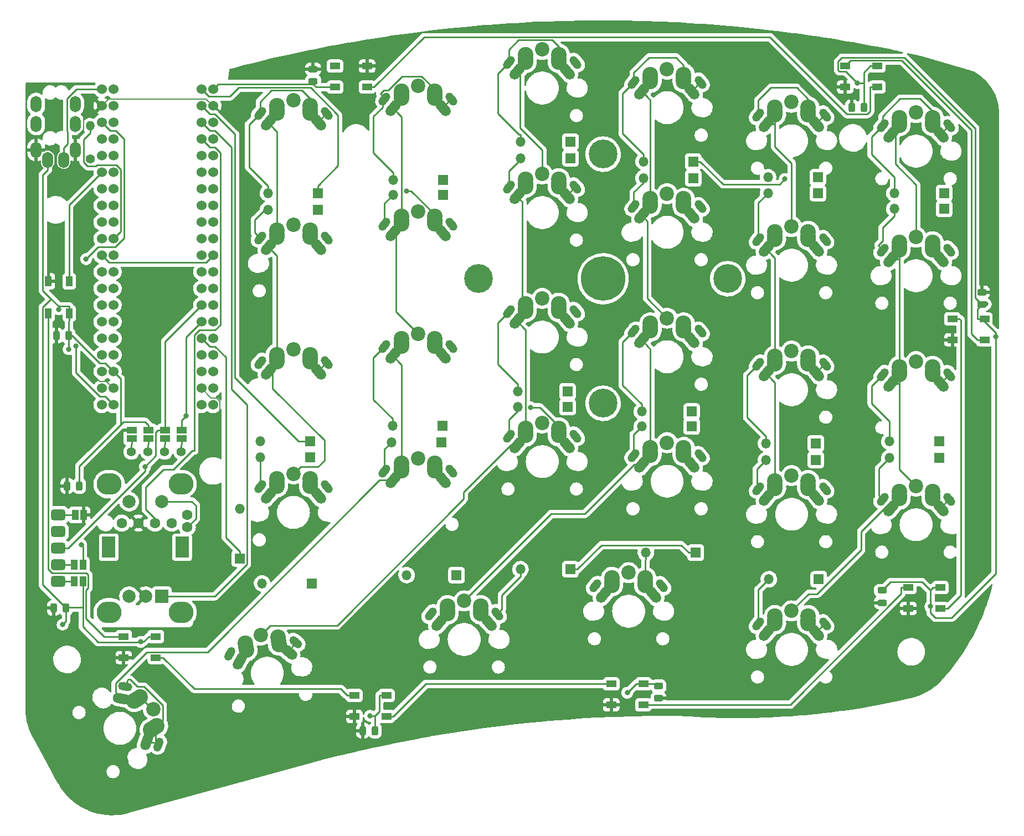
<source format=gbr>
G04 #@! TF.GenerationSoftware,KiCad,Pcbnew,5.99.0-unknown-78b555afa2~127~ubuntu20.04.1*
G04 #@! TF.CreationDate,2021-05-01T17:37:30+01:00*
G04 #@! TF.ProjectId,grandiceps-rev2,6772616e-6469-4636-9570-732d72657632,rev?*
G04 #@! TF.SameCoordinates,Original*
G04 #@! TF.FileFunction,Copper,L2,Bot*
G04 #@! TF.FilePolarity,Positive*
%FSLAX46Y46*%
G04 Gerber Fmt 4.6, Leading zero omitted, Abs format (unit mm)*
G04 Created by KiCad (PCBNEW 5.99.0-unknown-78b555afa2~127~ubuntu20.04.1) date 2021-05-01 17:37:30*
%MOMM*%
%LPD*%
G01*
G04 APERTURE LIST*
G04 Aperture macros list*
%AMRoundRect*
0 Rectangle with rounded corners*
0 $1 Rounding radius*
0 $2 $3 $4 $5 $6 $7 $8 $9 X,Y pos of 4 corners*
0 Add a 4 corners polygon primitive as box body*
4,1,4,$2,$3,$4,$5,$6,$7,$8,$9,$2,$3,0*
0 Add four circle primitives for the rounded corners*
1,1,$1+$1,$2,$3*
1,1,$1+$1,$4,$5*
1,1,$1+$1,$6,$7*
1,1,$1+$1,$8,$9*
0 Add four rect primitives between the rounded corners*
20,1,$1+$1,$2,$3,$4,$5,0*
20,1,$1+$1,$4,$5,$6,$7,0*
20,1,$1+$1,$6,$7,$8,$9,0*
20,1,$1+$1,$8,$9,$2,$3,0*%
%AMHorizOval*
0 Thick line with rounded ends*
0 $1 width*
0 $2 $3 position (X,Y) of the first rounded end (center of the circle)*
0 $4 $5 position (X,Y) of the second rounded end (center of the circle)*
0 Add line between two ends*
20,1,$1,$2,$3,$4,$5,0*
0 Add two circle primitives to create the rounded ends*
1,1,$1,$2,$3*
1,1,$1,$4,$5*%
G04 Aperture macros list end*
G04 #@! TA.AperFunction,ComponentPad*
%ADD10C,1.600000*%
G04 #@! TD*
G04 #@! TA.AperFunction,ComponentPad*
%ADD11R,2.000000X2.000000*%
G04 #@! TD*
G04 #@! TA.AperFunction,ComponentPad*
%ADD12C,2.000000*%
G04 #@! TD*
G04 #@! TA.AperFunction,ComponentPad*
%ADD13R,2.000000X3.200000*%
G04 #@! TD*
G04 #@! TA.AperFunction,ComponentPad*
%ADD14C,1.524000*%
G04 #@! TD*
G04 #@! TA.AperFunction,ComponentPad*
%ADD15C,1.400000*%
G04 #@! TD*
G04 #@! TA.AperFunction,ComponentPad*
%ADD16O,1.400000X1.400000*%
G04 #@! TD*
G04 #@! TA.AperFunction,ComponentPad*
%ADD17C,6.800000*%
G04 #@! TD*
G04 #@! TA.AperFunction,ComponentPad*
%ADD18C,4.400000*%
G04 #@! TD*
G04 #@! TA.AperFunction,ComponentPad*
%ADD19RoundRect,0.425000X0.675000X0.425000X-0.675000X0.425000X-0.675000X-0.425000X0.675000X-0.425000X0*%
G04 #@! TD*
G04 #@! TA.AperFunction,ComponentPad*
%ADD20RoundRect,0.425000X-0.675000X0.425000X-0.675000X-0.425000X0.675000X-0.425000X0.675000X0.425000X0*%
G04 #@! TD*
G04 #@! TA.AperFunction,ComponentPad*
%ADD21O,3.800000X3.300000*%
G04 #@! TD*
G04 #@! TA.AperFunction,ComponentPad*
%ADD22C,1.397000*%
G04 #@! TD*
G04 #@! TA.AperFunction,SMDPad,CuDef*
%ADD23RoundRect,0.243750X0.243750X0.456250X-0.243750X0.456250X-0.243750X-0.456250X0.243750X-0.456250X0*%
G04 #@! TD*
G04 #@! TA.AperFunction,SMDPad,CuDef*
%ADD24RoundRect,0.243750X-0.456250X0.243750X-0.456250X-0.243750X0.456250X-0.243750X0.456250X0.243750X0*%
G04 #@! TD*
G04 #@! TA.AperFunction,SMDPad,CuDef*
%ADD25RoundRect,0.243750X0.456250X-0.243750X0.456250X0.243750X-0.456250X0.243750X-0.456250X-0.243750X0*%
G04 #@! TD*
G04 #@! TA.AperFunction,ComponentPad*
%ADD26R,1.500000X1.500000*%
G04 #@! TD*
G04 #@! TA.AperFunction,ComponentPad*
%ADD27O,1.500000X1.500000*%
G04 #@! TD*
G04 #@! TA.AperFunction,SMDPad,CuDef*
%ADD28R,1.000000X1.500000*%
G04 #@! TD*
G04 #@! TA.AperFunction,SMDPad,CuDef*
%ADD29R,1.500000X1.000000*%
G04 #@! TD*
G04 #@! TA.AperFunction,ComponentPad*
%ADD30HorizOval,1.250000X-0.305324X-0.363871X0.305324X0.363871X0*%
G04 #@! TD*
G04 #@! TA.AperFunction,ComponentPad*
%ADD31HorizOval,1.550000X-0.401742X0.478778X0.401742X-0.478778X0*%
G04 #@! TD*
G04 #@! TA.AperFunction,ComponentPad*
%ADD32HorizOval,1.250000X-0.305324X0.363871X0.305324X-0.363871X0*%
G04 #@! TD*
G04 #@! TA.AperFunction,ComponentPad*
%ADD33C,2.400000*%
G04 #@! TD*
G04 #@! TA.AperFunction,ComponentPad*
%ADD34HorizOval,1.550000X-0.401742X-0.478778X0.401742X0.478778X0*%
G04 #@! TD*
G04 #@! TA.AperFunction,ComponentPad*
%ADD35C,2.200000*%
G04 #@! TD*
G04 #@! TA.AperFunction,ComponentPad*
%ADD36HorizOval,1.550000X0.213763X0.587308X-0.213763X-0.587308X0*%
G04 #@! TD*
G04 #@! TA.AperFunction,ComponentPad*
%ADD37HorizOval,1.250000X0.162460X0.446354X-0.162460X-0.446354X0*%
G04 #@! TD*
G04 #@! TA.AperFunction,ComponentPad*
%ADD38HorizOval,1.250000X-0.467784X0.082483X0.467784X-0.082483X0*%
G04 #@! TD*
G04 #@! TA.AperFunction,ComponentPad*
%ADD39HorizOval,1.550000X-0.615505X0.108530X0.615505X-0.108530X0*%
G04 #@! TD*
G04 #@! TA.AperFunction,ComponentPad*
%ADD40HorizOval,1.250000X-0.363871X0.305324X0.363871X-0.305324X0*%
G04 #@! TD*
G04 #@! TA.AperFunction,ComponentPad*
%ADD41HorizOval,1.250000X-0.237500X-0.411362X0.237500X0.411362X0*%
G04 #@! TD*
G04 #@! TA.AperFunction,ComponentPad*
%ADD42HorizOval,1.550000X-0.478778X0.401742X0.478778X-0.401742X0*%
G04 #@! TD*
G04 #@! TA.AperFunction,ComponentPad*
%ADD43HorizOval,1.550000X-0.312500X-0.541266X0.312500X0.541266X0*%
G04 #@! TD*
G04 #@! TA.AperFunction,ComponentPad*
%ADD44O,1.700000X2.500000*%
G04 #@! TD*
G04 #@! TA.AperFunction,ViaPad*
%ADD45C,0.800000*%
G04 #@! TD*
G04 #@! TA.AperFunction,Conductor*
%ADD46C,0.250000*%
G04 #@! TD*
G04 #@! TA.AperFunction,Conductor*
%ADD47C,0.200000*%
G04 #@! TD*
G04 APERTURE END LIST*
D10*
X113875000Y-112300000D03*
X113875000Y-114150000D03*
X111485000Y-113525000D03*
X108945000Y-113525000D03*
X106405000Y-113525000D03*
X103865000Y-113525000D03*
D11*
X109982000Y-124714000D03*
D12*
X104982000Y-124714000D03*
X107482000Y-124714000D03*
D13*
X101882000Y-117214000D03*
X113082000Y-117214000D03*
D12*
X104982000Y-110214000D03*
X109982000Y-110214000D03*
D14*
X100813000Y-47167800D03*
X117831000Y-47167800D03*
X117831000Y-49707800D03*
X100813000Y-49707800D03*
X100813000Y-52247800D03*
X117831000Y-52247800D03*
X100813000Y-54787800D03*
X117831000Y-54787800D03*
X117831000Y-57327800D03*
X100813000Y-57327800D03*
X117831000Y-59867800D03*
X100813000Y-59867800D03*
X117831000Y-62407800D03*
X100813000Y-62407800D03*
X117831000Y-64947800D03*
X100813000Y-64947800D03*
X117831000Y-67487800D03*
X100813000Y-67487800D03*
X117831000Y-70027800D03*
X100813000Y-70027800D03*
X100813000Y-72567800D03*
X117831000Y-72567800D03*
X100813000Y-75107800D03*
X117831000Y-75107800D03*
X117831000Y-77647800D03*
X100813000Y-77647800D03*
X100813000Y-80187800D03*
X117831000Y-80187800D03*
X100813000Y-82727800D03*
X117831000Y-82727800D03*
X117831000Y-85267800D03*
X100813000Y-85267800D03*
X117831000Y-87807800D03*
X100813000Y-87807800D03*
X117831000Y-90347800D03*
X100813000Y-90347800D03*
X100813000Y-92887800D03*
X117831000Y-92887800D03*
X100813000Y-95427800D03*
X117831000Y-95427800D03*
X116053000Y-95427800D03*
X102591000Y-95427800D03*
X116053000Y-92887800D03*
X102591000Y-92887800D03*
X102591000Y-90347800D03*
X116053000Y-90347800D03*
X116053000Y-87807800D03*
X102591000Y-87807800D03*
X116053000Y-85267800D03*
X102591000Y-85267800D03*
X102591000Y-82727800D03*
X116053000Y-82727800D03*
X102591000Y-80187800D03*
X116053000Y-80187800D03*
X102591000Y-77647800D03*
X116053000Y-77647800D03*
X116053000Y-75107800D03*
X102591000Y-75107800D03*
X102591000Y-72567800D03*
X116053000Y-72567800D03*
X116053000Y-70027800D03*
X102591000Y-70027800D03*
X102591000Y-67487800D03*
X116053000Y-67487800D03*
X116053000Y-64947800D03*
X102591000Y-64947800D03*
X102591000Y-62407800D03*
X116053000Y-62407800D03*
X102591000Y-59867800D03*
X116053000Y-59867800D03*
X116053000Y-57327800D03*
X102591000Y-57327800D03*
X102591000Y-54787800D03*
X116053000Y-54787800D03*
X102591000Y-52247800D03*
X116053000Y-52247800D03*
X116053000Y-49707800D03*
X102591000Y-49707800D03*
X116053000Y-47167800D03*
X102591000Y-47167800D03*
D15*
X99060000Y-57861200D03*
D16*
X99060000Y-52781200D03*
D17*
X177450000Y-76150000D03*
D18*
X177450000Y-57100000D03*
X177450000Y-95200000D03*
X196500000Y-76150000D03*
X158400000Y-76150000D03*
D19*
X94168000Y-122428000D03*
D20*
X94168000Y-119888000D03*
X94168000Y-117348000D03*
X94168000Y-114808000D03*
X94168000Y-112268000D03*
D21*
X101942000Y-107548000D03*
X112942000Y-107548000D03*
X112942000Y-127148000D03*
X101942000Y-127148000D03*
D22*
X105335000Y-102616000D03*
X107875000Y-102616000D03*
X110415000Y-102616000D03*
X112955000Y-102616000D03*
D23*
X142587500Y-145250000D03*
X140712500Y-145250000D03*
X97362500Y-107825000D03*
X95487500Y-107825000D03*
D24*
X185925000Y-138437500D03*
X185925000Y-140312500D03*
D25*
X133121400Y-45948600D03*
X133121400Y-44073600D03*
D23*
X95758000Y-84836000D03*
X93883000Y-84836000D03*
D24*
X220100000Y-123812500D03*
X220100000Y-125687500D03*
D26*
X229591000Y-63042800D03*
D27*
X221971000Y-63042800D03*
D26*
X210287000Y-60629800D03*
D27*
X202667000Y-60629800D03*
D26*
X191237000Y-58216800D03*
D27*
X183617000Y-58216800D03*
D26*
X172475000Y-55175000D03*
D27*
X164855000Y-55175000D03*
D26*
X153010000Y-61010800D03*
D27*
X145390000Y-61010800D03*
D26*
X155042000Y-121463000D03*
D27*
X147422000Y-121463000D03*
D26*
X132944000Y-122733000D03*
D27*
X125324000Y-122733000D03*
D26*
X121895000Y-118923000D03*
D27*
X121895000Y-111303000D03*
D28*
X95834000Y-81444000D03*
X92634000Y-81444000D03*
X92634000Y-76544000D03*
X95834000Y-76544000D03*
D26*
X229591000Y-65455800D03*
D27*
X221971000Y-65455800D03*
D29*
X109075000Y-130875000D03*
X109075000Y-134075000D03*
X104175000Y-134075000D03*
X104175000Y-130875000D03*
D26*
X210287000Y-63042800D03*
D27*
X202667000Y-63042800D03*
D26*
X191237000Y-60756800D03*
D27*
X183617000Y-60756800D03*
D26*
X172475000Y-57715000D03*
D27*
X164855000Y-57715000D03*
D26*
X153010000Y-63296800D03*
D27*
X145390000Y-63296800D03*
D26*
X133833000Y-65582800D03*
D27*
X126213000Y-65582800D03*
D26*
X228829000Y-101016000D03*
D27*
X221209000Y-101016000D03*
D26*
X209975000Y-101325000D03*
D27*
X202355000Y-101325000D03*
D26*
X190983000Y-96443800D03*
D27*
X183363000Y-96443800D03*
D26*
X172025000Y-93350000D03*
D27*
X164405000Y-93350000D03*
D26*
X152883000Y-98602800D03*
D27*
X145263000Y-98602800D03*
D26*
X132690000Y-101016000D03*
D27*
X125070000Y-101016000D03*
D29*
X144325000Y-139875000D03*
X144325000Y-143075000D03*
X139425000Y-143075000D03*
X139425000Y-139875000D03*
X183600000Y-138100000D03*
X183600000Y-141300000D03*
X178700000Y-141300000D03*
X178700000Y-138100000D03*
D26*
X228829000Y-103556000D03*
D27*
X221209000Y-103556000D03*
D26*
X209975000Y-103865200D03*
D27*
X202355000Y-103865200D03*
D26*
X190983000Y-98729800D03*
D27*
X183363000Y-98729800D03*
D26*
X172025000Y-95763000D03*
D27*
X164405000Y-95763000D03*
D26*
X152756000Y-101143000D03*
D27*
X145136000Y-101143000D03*
D26*
X132690000Y-103429000D03*
D27*
X125070000Y-103429000D03*
D26*
X210414000Y-122098000D03*
D27*
X202794000Y-122098000D03*
D26*
X191618000Y-118034000D03*
D27*
X183998000Y-118034000D03*
D26*
X172441000Y-120574000D03*
D27*
X164821000Y-120574000D03*
D29*
X219365600Y-43612900D03*
X219365600Y-46812900D03*
X214465600Y-46812900D03*
X214465600Y-43612900D03*
X136463800Y-46831000D03*
X136463800Y-43631000D03*
X141363800Y-43631000D03*
X141363800Y-46831000D03*
D23*
X95347000Y-126492000D03*
X93472000Y-126492000D03*
D29*
X235750000Y-82275000D03*
X235750000Y-85475000D03*
X230850000Y-85475000D03*
X230850000Y-82275000D03*
D30*
X220198000Y-71782000D03*
D31*
X229108000Y-73142000D03*
D32*
X230398000Y-71782000D03*
D33*
X227838000Y-71682000D03*
X227838000Y-70602000D03*
X227838000Y-71182000D03*
D34*
X221488000Y-73142000D03*
D33*
X222758000Y-71182000D03*
X222758000Y-71682000D03*
D35*
X225298000Y-69782000D03*
D33*
X222758000Y-70602000D03*
D32*
X211373000Y-51139800D03*
D33*
X208813000Y-51039800D03*
D31*
X210083000Y-52499800D03*
D33*
X208813000Y-50539800D03*
D30*
X201173000Y-51139800D03*
D33*
X208813000Y-49959800D03*
X203733000Y-50539800D03*
X203733000Y-51039800D03*
D35*
X206273000Y-49139800D03*
D34*
X202463000Y-52499800D03*
D33*
X203733000Y-49959800D03*
D30*
X144053000Y-105598000D03*
D31*
X152963000Y-106958000D03*
D32*
X154253000Y-105598000D03*
D33*
X151693000Y-104998000D03*
X151693000Y-104418000D03*
X151693000Y-105498000D03*
D34*
X145343000Y-106958000D03*
D33*
X146613000Y-105498000D03*
X146613000Y-104418000D03*
X146613000Y-104998000D03*
D35*
X149153000Y-103598000D03*
D31*
X133923000Y-109338000D03*
D33*
X132653000Y-107378000D03*
D32*
X135213000Y-107978000D03*
D33*
X132653000Y-106798000D03*
X132653000Y-107878000D03*
D30*
X125013000Y-107978000D03*
D33*
X127573000Y-107878000D03*
D35*
X130113000Y-105978000D03*
D33*
X127573000Y-107378000D03*
D34*
X126303000Y-109338000D03*
D33*
X127573000Y-106798000D03*
D32*
X173248000Y-100210200D03*
D30*
X163048000Y-100210200D03*
D33*
X170688000Y-99610200D03*
D31*
X171958000Y-101570200D03*
D33*
X170688000Y-100110200D03*
X170688000Y-99030200D03*
X165608000Y-100110200D03*
D34*
X164338000Y-101570200D03*
D33*
X165608000Y-99030200D03*
D35*
X168148000Y-98210200D03*
D33*
X165608000Y-99610200D03*
D32*
X135213000Y-50857800D03*
D33*
X132653000Y-50257800D03*
X132653000Y-49677800D03*
X132653000Y-50757800D03*
D30*
X125013000Y-50857800D03*
D31*
X133923000Y-52217800D03*
D33*
X127573000Y-50257800D03*
X127573000Y-49677800D03*
X127573000Y-50757800D03*
D34*
X126303000Y-52217800D03*
D35*
X130113000Y-48857800D03*
D33*
X208813000Y-128342000D03*
X208813000Y-127762000D03*
D32*
X211373000Y-128942000D03*
D30*
X201173000Y-128942000D03*
D31*
X210083000Y-130302000D03*
D33*
X208813000Y-128842000D03*
X203733000Y-127762000D03*
X203733000Y-128342000D03*
D34*
X202463000Y-130302000D03*
D33*
X203733000Y-128842000D03*
D35*
X206273000Y-126942000D03*
D33*
X151693000Y-48537800D03*
D32*
X154253000Y-48637800D03*
D33*
X151693000Y-47457800D03*
D31*
X152963000Y-49997800D03*
D33*
X151693000Y-48037800D03*
D30*
X144053000Y-48637800D03*
D33*
X146613000Y-48537800D03*
D34*
X145343000Y-49997800D03*
D33*
X146613000Y-47457800D03*
X146613000Y-48037800D03*
D35*
X149153000Y-46637800D03*
D33*
X189773000Y-103118000D03*
D31*
X191043000Y-104578000D03*
D33*
X189773000Y-102038000D03*
X189773000Y-102618000D03*
D32*
X192333000Y-103218000D03*
D30*
X182133000Y-103218000D03*
D33*
X184693000Y-103118000D03*
D34*
X183423000Y-104578000D03*
D35*
X187233000Y-101218000D03*
D33*
X184693000Y-102618000D03*
X184693000Y-102038000D03*
X132653000Y-69797800D03*
D31*
X133923000Y-71257800D03*
D30*
X125013000Y-69897800D03*
D33*
X132653000Y-68717800D03*
D32*
X135213000Y-69897800D03*
D33*
X132653000Y-69297800D03*
X127573000Y-69797800D03*
D34*
X126303000Y-71257800D03*
D33*
X127573000Y-69297800D03*
X127573000Y-68717800D03*
D35*
X130113000Y-67897800D03*
D31*
X160020000Y-128778000D03*
D33*
X158750000Y-126818000D03*
D32*
X161310000Y-127418000D03*
D33*
X158750000Y-126238000D03*
X158750000Y-127318000D03*
D30*
X151110000Y-127418000D03*
D34*
X152400000Y-128778000D03*
D35*
X156210000Y-125418000D03*
D33*
X153670000Y-126238000D03*
X153670000Y-126818000D03*
X153670000Y-127318000D03*
D36*
X107679705Y-146929557D03*
D33*
X109244409Y-144559705D03*
X108309102Y-145099705D03*
D37*
X109502499Y-147366730D03*
D38*
X104402499Y-138533270D03*
D33*
X108742114Y-144849705D03*
X106202114Y-140450295D03*
X105769102Y-140700295D03*
D35*
X108684550Y-141950000D03*
D39*
X103869705Y-140330443D03*
D33*
X106704409Y-140160295D03*
D40*
X130458492Y-131733444D03*
D33*
X127732479Y-131015910D03*
D41*
X120413453Y-133504655D03*
D42*
X129424251Y-133296789D03*
D33*
X127920019Y-132079503D03*
X127833195Y-131587099D03*
X122830372Y-132469231D03*
X122729656Y-131898043D03*
D43*
X121920016Y-134619988D03*
D35*
X125088676Y-130649434D03*
D33*
X122917196Y-132961635D03*
X227838000Y-90722000D03*
X227838000Y-90222000D03*
D30*
X220198000Y-90822000D03*
D33*
X227838000Y-89642000D03*
D32*
X230398000Y-90822000D03*
D31*
X229108000Y-92182000D03*
D34*
X221488000Y-92182000D03*
D35*
X225298000Y-88822000D03*
D33*
X222758000Y-90722000D03*
X222758000Y-90222000D03*
X222758000Y-89642000D03*
D30*
X144053000Y-86557800D03*
D33*
X151693000Y-85377800D03*
D31*
X152963000Y-87917800D03*
D32*
X154253000Y-86557800D03*
D33*
X151693000Y-86457800D03*
X151693000Y-85957800D03*
D35*
X149153000Y-84557800D03*
D33*
X146613000Y-85377800D03*
X146613000Y-86457800D03*
X146613000Y-85957800D03*
D34*
X145343000Y-87917800D03*
D33*
X170688000Y-60950000D03*
D30*
X163048000Y-62130000D03*
D33*
X170688000Y-62030000D03*
D31*
X171958000Y-63490000D03*
D32*
X173248000Y-62130000D03*
D33*
X170688000Y-61530000D03*
D34*
X164338000Y-63490000D03*
D33*
X165608000Y-62030000D03*
D35*
X168148000Y-60130000D03*
D33*
X165608000Y-60950000D03*
X165608000Y-61530000D03*
D31*
X210083000Y-109620000D03*
D32*
X211373000Y-108260000D03*
D33*
X208813000Y-108160000D03*
X208813000Y-107660000D03*
X208813000Y-107080000D03*
D30*
X201173000Y-108260000D03*
D33*
X203733000Y-107660000D03*
X203733000Y-107080000D03*
D34*
X202463000Y-109620000D03*
D35*
X206273000Y-106260000D03*
D33*
X203733000Y-108160000D03*
X170688000Y-79990000D03*
X170688000Y-81070000D03*
X170688000Y-80570000D03*
D32*
X173248000Y-81170000D03*
D30*
X163048000Y-81170000D03*
D31*
X171958000Y-82530000D03*
D33*
X165608000Y-80570000D03*
D35*
X168148000Y-79170000D03*
D33*
X165608000Y-79990000D03*
X165608000Y-81070000D03*
D34*
X164338000Y-82530000D03*
D31*
X152963000Y-69197800D03*
D30*
X144053000Y-67837800D03*
D33*
X151693000Y-66657800D03*
D32*
X154253000Y-67837800D03*
D33*
X151693000Y-67737800D03*
X151693000Y-67237800D03*
X146613000Y-66657800D03*
X146613000Y-67737800D03*
D34*
X145343000Y-69197800D03*
D33*
X146613000Y-67237800D03*
D35*
X149153000Y-65837800D03*
D33*
X189773000Y-63957800D03*
D31*
X191043000Y-66497800D03*
D32*
X192333000Y-65137800D03*
D33*
X189773000Y-64537800D03*
D30*
X182133000Y-65137800D03*
D33*
X189773000Y-65037800D03*
D34*
X183423000Y-66497800D03*
D35*
X187233000Y-63137800D03*
D33*
X184693000Y-65037800D03*
X184693000Y-63957800D03*
X184693000Y-64537800D03*
D32*
X192333000Y-46097800D03*
D33*
X189773000Y-45997800D03*
X189773000Y-45497800D03*
X189773000Y-44917800D03*
D31*
X191043000Y-47457800D03*
D30*
X182133000Y-46097800D03*
D33*
X184693000Y-45997800D03*
X184693000Y-45497800D03*
D34*
X183423000Y-47457800D03*
D35*
X187233000Y-44097800D03*
D33*
X184693000Y-44917800D03*
D30*
X125013000Y-88937800D03*
D32*
X135213000Y-88937800D03*
D33*
X132653000Y-88837800D03*
D31*
X133923000Y-90297800D03*
D33*
X132653000Y-88337800D03*
X132653000Y-87757800D03*
X127573000Y-87757800D03*
D34*
X126303000Y-90297800D03*
D33*
X127573000Y-88837800D03*
X127573000Y-88337800D03*
D35*
X130113000Y-86937800D03*
D33*
X227838000Y-51562000D03*
X227838000Y-52142000D03*
X227838000Y-52642000D03*
D32*
X230398000Y-52742000D03*
D30*
X220198000Y-52742000D03*
D31*
X229108000Y-54102000D03*
D35*
X225298000Y-50742000D03*
D33*
X222758000Y-51562000D03*
D34*
X221488000Y-54102000D03*
D33*
X222758000Y-52642000D03*
X222758000Y-52142000D03*
X170688000Y-41910000D03*
D32*
X173248000Y-43090000D03*
D33*
X170688000Y-42490000D03*
D30*
X163048000Y-43090000D03*
D31*
X171958000Y-44450000D03*
D33*
X170688000Y-42990000D03*
X165608000Y-41910000D03*
X165608000Y-42490000D03*
D34*
X164338000Y-44450000D03*
D35*
X168148000Y-41090000D03*
D33*
X165608000Y-42990000D03*
D32*
X211373000Y-89219800D03*
D30*
X201173000Y-89219800D03*
D33*
X208813000Y-89119800D03*
X208813000Y-88039800D03*
X208813000Y-88619800D03*
D31*
X210083000Y-90579800D03*
D33*
X203733000Y-88619800D03*
D35*
X206273000Y-87219800D03*
D34*
X202463000Y-90579800D03*
D33*
X203733000Y-89119800D03*
X203733000Y-88039800D03*
X189773000Y-84077800D03*
X189773000Y-83577800D03*
X189773000Y-82997800D03*
D30*
X182133000Y-84177800D03*
D31*
X191043000Y-85537800D03*
D32*
X192333000Y-84177800D03*
D33*
X184693000Y-84077800D03*
X184693000Y-82997800D03*
D34*
X183423000Y-85537800D03*
D33*
X184693000Y-83577800D03*
D35*
X187233000Y-82177800D03*
D31*
X185166000Y-124460000D03*
D33*
X183896000Y-122500000D03*
X183896000Y-123000000D03*
X183896000Y-121920000D03*
D32*
X186456000Y-123100000D03*
D30*
X176256000Y-123100000D03*
D33*
X178816000Y-121920000D03*
X178816000Y-123000000D03*
X178816000Y-122500000D03*
D34*
X177546000Y-124460000D03*
D35*
X181356000Y-121100000D03*
D33*
X208813000Y-68999800D03*
D31*
X210083000Y-71539800D03*
D33*
X208813000Y-70079800D03*
D30*
X201173000Y-70179800D03*
D32*
X211373000Y-70179800D03*
D33*
X208813000Y-69579800D03*
D34*
X202463000Y-71539800D03*
D33*
X203733000Y-70079800D03*
D35*
X206273000Y-68179800D03*
D33*
X203733000Y-68999800D03*
X203733000Y-69579800D03*
X227838000Y-108682200D03*
X227838000Y-109262200D03*
D30*
X220198000Y-109862200D03*
D33*
X227838000Y-109762200D03*
D32*
X230398000Y-109862200D03*
D31*
X229108000Y-111222200D03*
D33*
X222758000Y-109262200D03*
X222758000Y-108682200D03*
X222758000Y-109762200D03*
D34*
X221488000Y-111222200D03*
D35*
X225298000Y-107862200D03*
D26*
X133833000Y-63042800D03*
D27*
X126213000Y-63042800D03*
D29*
X229018000Y-123368000D03*
X229018000Y-126568000D03*
X224118000Y-126568000D03*
X224118000Y-123368000D03*
D23*
X217317500Y-49936400D03*
X215442500Y-49936400D03*
D25*
X235375000Y-80062500D03*
X235375000Y-78187500D03*
D44*
X92537600Y-57951800D03*
X94987600Y-57951800D03*
X96737600Y-49451800D03*
X90787600Y-49451800D03*
X90787600Y-52451800D03*
X96737600Y-52451800D03*
X90787600Y-56451800D03*
X96737600Y-56451800D03*
D29*
X113030000Y-99314000D03*
X113030000Y-100614000D03*
D28*
X96744000Y-112268000D03*
X98044000Y-112268000D03*
D29*
X107950000Y-99314000D03*
X107950000Y-100614000D03*
X105410000Y-99314000D03*
X105410000Y-100614000D03*
D28*
X96632000Y-119888000D03*
X97932000Y-119888000D03*
D29*
X110490000Y-99314000D03*
X110490000Y-100614000D03*
D28*
X96632000Y-122428000D03*
X97932000Y-122428000D03*
D45*
X190650000Y-139425000D03*
X118450000Y-98100000D03*
X94025000Y-83100000D03*
X229875000Y-45550000D03*
X109450000Y-93900000D03*
X95500000Y-107800000D03*
X142150000Y-40775000D03*
X104750000Y-106500000D03*
X120300000Y-50425000D03*
X94650000Y-105550000D03*
X106575000Y-92075000D03*
X215350000Y-49825000D03*
X199450000Y-41050000D03*
X210100000Y-41950000D03*
X94450000Y-78925000D03*
X216975000Y-125600000D03*
X98825000Y-90200000D03*
X227250000Y-85375000D03*
X181137500Y-139472800D03*
X97362500Y-107825000D03*
X94825000Y-129025000D03*
X142587500Y-145250000D03*
X220100000Y-123812500D03*
X216337100Y-46221100D03*
X237476200Y-84994600D03*
X227500000Y-126273100D03*
X217317500Y-49936400D03*
X235950000Y-80025000D03*
X95758000Y-86917000D03*
X141812500Y-142983800D03*
X106763200Y-131690200D03*
X94234000Y-80812600D03*
X205231400Y-60903500D03*
X166386000Y-95833400D03*
X147383000Y-62691400D03*
X98406500Y-73145600D03*
X96866700Y-86449000D03*
X107422000Y-104855600D03*
X97665800Y-116814300D03*
X113733600Y-97083500D03*
D46*
X114589000Y-110214000D02*
X115200000Y-110825000D01*
X115200000Y-110825000D02*
X115200000Y-112825000D01*
X109982000Y-110214000D02*
X114589000Y-110214000D01*
X115200000Y-112825000D02*
X113875000Y-114150000D01*
X108945000Y-112825000D02*
X108945000Y-113525000D01*
X107525000Y-111405000D02*
X108945000Y-112825000D01*
X118127100Y-83997800D02*
X118922200Y-83202700D01*
X118110900Y-56057800D02*
X117323000Y-56057800D01*
X115753000Y-83997800D02*
X118127100Y-83997800D01*
X114644957Y-102440100D02*
X114964500Y-102440100D01*
X114964500Y-84786300D02*
X115753000Y-83997800D01*
X114964500Y-102440100D02*
X114964500Y-84786300D01*
X118922200Y-56869100D02*
X118110900Y-56057800D01*
X111785057Y-105300000D02*
X114644957Y-102440100D01*
X107525000Y-108025000D02*
X110250000Y-105300000D01*
X107525000Y-111405000D02*
X107525000Y-108025000D01*
X107525000Y-111405000D02*
X107525000Y-110975000D01*
X118922200Y-83202700D02*
X118922200Y-56869100D01*
X110250000Y-105300000D02*
X111785057Y-105300000D01*
X117323000Y-56057800D02*
X116053000Y-54787800D01*
X110639000Y-110214000D02*
X109982000Y-110214000D01*
D47*
X98025000Y-51300000D02*
X98750000Y-50575000D01*
X118340526Y-94366289D02*
X118892511Y-94918274D01*
X117531489Y-94366289D02*
X118340526Y-94366289D01*
X100451289Y-91826289D02*
X101529489Y-91826289D01*
X116769489Y-48646289D02*
X101874511Y-48646289D01*
X117831000Y-49707800D02*
X116769489Y-48646289D01*
X101529489Y-91826289D02*
X102591000Y-92887800D01*
X96737600Y-56451800D02*
X96737600Y-54583855D01*
X118892511Y-97657489D02*
X118450000Y-98100000D01*
X118892511Y-94918274D02*
X118892511Y-97657489D01*
X101874511Y-48646289D02*
X100813000Y-49707800D01*
X109450000Y-93900000D02*
X108400000Y-93900000D01*
X98025000Y-53296455D02*
X98025000Y-51300000D01*
X96737600Y-54583855D02*
X98025000Y-53296455D01*
X108400000Y-93900000D02*
X106575000Y-92075000D01*
X98825000Y-90200000D02*
X100451289Y-91826289D01*
X116053000Y-92887800D02*
X117531489Y-94366289D01*
D46*
X107999700Y-130875000D02*
X107184500Y-131690200D01*
X103695100Y-98488700D02*
X103695100Y-91451900D01*
X94987600Y-57951800D02*
X94987600Y-56139500D01*
X218828000Y-43612900D02*
X219365600Y-43612900D01*
X217317500Y-46221100D02*
X216337100Y-46221100D01*
X227500000Y-126273100D02*
X227500000Y-127250000D01*
X103695100Y-98488700D02*
X104158800Y-98025000D01*
X237476200Y-84426200D02*
X237476200Y-84994600D01*
X185587500Y-138100000D02*
X183600000Y-138100000D01*
X143249700Y-142321600D02*
X142587500Y-142983800D01*
X95347000Y-126492000D02*
X95347000Y-128503000D01*
X95606100Y-55521000D02*
X95606100Y-53637200D01*
X235325000Y-82275000D02*
X237476200Y-84426200D01*
X99081100Y-103102700D02*
X99166900Y-103016900D01*
X213579600Y-44438300D02*
X214554300Y-44438300D01*
X227500000Y-123810700D02*
X227500000Y-126273100D01*
X230750000Y-127975000D02*
X237476200Y-121248800D01*
X96279500Y-84836000D02*
X95758000Y-84836000D01*
X95433900Y-126405100D02*
X97932000Y-126405100D01*
X217317500Y-44585700D02*
X218290300Y-43612900D01*
X95347000Y-128503000D02*
X94825000Y-129025000D01*
X92537600Y-59527100D02*
X91808600Y-60256100D01*
X93084000Y-79218700D02*
X94234000Y-80368700D01*
X217317500Y-46221100D02*
X217317500Y-44585700D01*
X91789500Y-80513200D02*
X91789500Y-122934500D01*
X133121400Y-46389800D02*
X118609000Y-46389800D01*
X234674700Y-80762800D02*
X235375000Y-80062500D01*
X95347000Y-126492000D02*
X95433900Y-126405100D01*
X97362500Y-104821300D02*
X97362500Y-107825000D01*
X235375000Y-80062500D02*
X234348800Y-79036300D01*
X99166900Y-103016900D02*
X103695100Y-98488700D01*
X234348800Y-79036300D02*
X234348800Y-53148800D01*
X103695100Y-91451900D02*
X102591000Y-90347800D01*
X182510300Y-138100000D02*
X181137500Y-139472800D01*
X237476200Y-121248800D02*
X237476200Y-84994600D01*
X228225000Y-127975000D02*
X230750000Y-127975000D01*
X95758000Y-82595300D02*
X95758000Y-84836000D01*
X96935500Y-47167800D02*
X100813000Y-47167800D01*
X91808600Y-77943300D02*
X93084000Y-79218700D01*
X100521300Y-89077800D02*
X96279500Y-84836000D01*
X102591000Y-90347800D02*
X101321000Y-89077800D01*
X107950000Y-98575000D02*
X107950000Y-99314000D01*
X94987600Y-56139500D02*
X95606100Y-55521000D01*
X95834000Y-82519300D02*
X95758000Y-82595300D01*
X107400000Y-98025000D02*
X107950000Y-98575000D01*
X99166900Y-103016900D02*
X97362500Y-104821300D01*
X136463800Y-46831000D02*
X133562600Y-46831000D01*
X223530700Y-42330700D02*
X213982700Y-42330700D01*
X101321000Y-89077800D02*
X100521300Y-89077800D01*
X95606100Y-53637200D02*
X95537500Y-53568600D01*
X217317500Y-49936400D02*
X217317500Y-46221100D01*
X133121400Y-46389800D02*
X133121400Y-45948600D01*
X97932000Y-129382000D02*
X97932000Y-126405100D01*
X91808600Y-60256100D02*
X91808600Y-77943300D01*
X183600000Y-138100000D02*
X182510300Y-138100000D01*
X234348800Y-53148800D02*
X223530700Y-42330700D01*
X95758000Y-84836000D02*
X95758000Y-86917000D01*
X226231900Y-122542600D02*
X221369900Y-122542600D01*
X235325000Y-82275000D02*
X234674700Y-82275000D01*
X106753100Y-131700300D02*
X100250300Y-131700300D01*
X94234000Y-80368700D02*
X95834000Y-80368700D01*
X235750000Y-82275000D02*
X235325000Y-82275000D01*
X213390200Y-42923200D02*
X213390200Y-44248900D01*
X95537500Y-48565800D02*
X96935500Y-47167800D01*
X144325000Y-139875000D02*
X143249700Y-139875000D01*
X185925000Y-138437500D02*
X185587500Y-138100000D01*
X95537500Y-53568600D02*
X95537500Y-48565800D01*
X142587500Y-142983800D02*
X141812500Y-142983800D01*
X142587500Y-142983800D02*
X142587500Y-145250000D01*
X213982700Y-42330700D02*
X213390200Y-42923200D01*
X95834000Y-81444000D02*
X95834000Y-80368700D01*
X97932000Y-126405100D02*
X97932000Y-122428000D01*
X227942700Y-123368000D02*
X227500000Y-123810700D01*
X221369900Y-122542600D02*
X220100000Y-123812500D01*
X228055300Y-123368000D02*
X227942700Y-123368000D01*
X104158800Y-98025000D02*
X107400000Y-98025000D01*
X227500000Y-127250000D02*
X228225000Y-127975000D01*
X118609000Y-46389800D02*
X117831000Y-47167800D01*
X213390200Y-44248900D02*
X213579600Y-44438300D01*
X91789500Y-122934500D02*
X95347000Y-126492000D01*
X218828000Y-43612900D02*
X218290300Y-43612900D01*
X92537600Y-57951800D02*
X92537600Y-59527100D01*
X93084000Y-79218700D02*
X91789500Y-80513200D01*
X227500000Y-123810700D02*
X226231900Y-122542600D01*
X229018000Y-123368000D02*
X228055300Y-123368000D01*
X109075000Y-130875000D02*
X107999700Y-130875000D01*
X143249700Y-139875000D02*
X143249700Y-142321600D01*
X107184500Y-131690200D02*
X106763200Y-131690200D01*
X214554300Y-44438300D02*
X216337100Y-46221100D01*
X234674700Y-82275000D02*
X234674700Y-80762800D01*
X95834000Y-81444000D02*
X95834000Y-82519300D01*
X106763200Y-131690200D02*
X106753100Y-131700300D01*
X133562600Y-46831000D02*
X133121400Y-46389800D01*
X94234000Y-80368700D02*
X94234000Y-80812600D01*
X100250300Y-131700300D02*
X97932000Y-129382000D01*
X222869100Y-48625000D02*
X220198000Y-51296100D01*
X225925000Y-48625000D02*
X222869100Y-48625000D01*
X220198000Y-51296100D02*
X220198000Y-52742000D01*
X229876100Y-53186700D02*
X229953300Y-53186700D01*
X220198000Y-52742000D02*
X218497400Y-54442600D01*
X218497400Y-54442600D02*
X218497400Y-57182500D01*
X229108000Y-54102000D02*
X229876100Y-53186700D01*
X221971000Y-60656100D02*
X221971000Y-63042800D01*
X227838000Y-52642000D02*
X227838000Y-52142000D01*
X227838000Y-51562000D02*
X227838000Y-50538000D01*
X229953300Y-53186700D02*
X230398000Y-52742000D01*
X218497400Y-57182500D02*
X221971000Y-60656100D01*
X227838000Y-52142000D02*
X227838000Y-51562000D01*
X227838000Y-50538000D02*
X225925000Y-48625000D01*
X120417200Y-48265100D02*
X117150300Y-48265100D01*
X192312300Y-58216800D02*
X195800700Y-61705200D01*
X132726300Y-46914600D02*
X121767700Y-46914600D01*
X195800700Y-61705200D02*
X204429700Y-61705200D01*
X136923500Y-58877000D02*
X136923500Y-51111800D01*
X191237000Y-58216800D02*
X192312300Y-58216800D01*
X121767700Y-46914600D02*
X120417200Y-48265100D01*
X117150300Y-48265100D02*
X116053000Y-47167800D01*
X204429700Y-61705200D02*
X205231400Y-60903500D01*
X136923500Y-51111800D02*
X132726300Y-46914600D01*
X133833000Y-61967500D02*
X136923500Y-58877000D01*
X133833000Y-63042800D02*
X133833000Y-61967500D01*
X208813000Y-48688000D02*
X208813000Y-49959800D01*
X201173000Y-51139800D02*
X201173000Y-48877000D01*
X208813000Y-50539800D02*
X208813000Y-51039800D01*
X201173000Y-48877000D02*
X203125000Y-46925000D01*
X210928300Y-51584500D02*
X211373000Y-51139800D01*
X210851100Y-51584500D02*
X210928300Y-51584500D01*
X203125000Y-46925000D02*
X207050000Y-46925000D01*
X208813000Y-49959800D02*
X208813000Y-50539800D01*
X210083000Y-52499800D02*
X210851100Y-51584500D01*
X207050000Y-46925000D02*
X208813000Y-48688000D01*
X189773000Y-44917800D02*
X189773000Y-43473000D01*
X191043000Y-47457800D02*
X191811100Y-46542500D01*
X189773000Y-45497800D02*
X189773000Y-45997800D01*
X189773000Y-45497800D02*
X189773000Y-44917800D01*
X182133000Y-46097800D02*
X180418200Y-47812600D01*
X183617000Y-58216800D02*
X183617000Y-57141500D01*
X182133000Y-44651900D02*
X182133000Y-46097800D01*
X189773000Y-43473000D02*
X188600000Y-42300000D01*
X188600000Y-42300000D02*
X184484900Y-42300000D01*
X191888300Y-46542500D02*
X192333000Y-46097800D01*
X184484900Y-42300000D02*
X182133000Y-44651900D01*
X191811100Y-46542500D02*
X191888300Y-46542500D01*
X180418200Y-47812600D02*
X180418200Y-53942700D01*
X180418200Y-53942700D02*
X183617000Y-57141500D01*
X170688000Y-40663000D02*
X170688000Y-41910000D01*
X170688000Y-42490000D02*
X170688000Y-42990000D01*
X170688000Y-41910000D02*
X170688000Y-42490000D01*
X163048000Y-41127000D02*
X164520800Y-39654200D01*
X164855000Y-55175000D02*
X164855000Y-54099700D01*
X169679200Y-39654200D02*
X170688000Y-40663000D01*
X161333100Y-44804900D02*
X163048000Y-43090000D01*
X163048000Y-43090000D02*
X163048000Y-41127000D01*
X161333100Y-50846600D02*
X161333100Y-44804900D01*
X164520800Y-39654200D02*
X169679200Y-39654200D01*
X164855000Y-54099700D02*
X164586200Y-54099700D01*
X164586200Y-54099700D02*
X161333100Y-50846600D01*
X146689000Y-45177400D02*
X149723500Y-45177400D01*
X144053000Y-48637800D02*
X143717200Y-48237600D01*
X151693000Y-47457800D02*
X151693000Y-48037800D01*
X142355400Y-56900900D02*
X142355400Y-51316800D01*
X143717200Y-48237600D02*
X143393300Y-47851600D01*
X153731100Y-49082500D02*
X153808300Y-49082500D01*
X144573500Y-47292900D02*
X146689000Y-45177400D01*
X143393300Y-47851600D02*
X143952000Y-47292900D01*
X153808300Y-49082500D02*
X154253000Y-48637800D01*
X143717200Y-49955000D02*
X143717200Y-48237600D01*
X142355400Y-51316800D02*
X143717200Y-49955000D01*
X152963000Y-49997800D02*
X153731100Y-49082500D01*
X145390000Y-59935500D02*
X142355400Y-56900900D01*
X145390000Y-61010800D02*
X145390000Y-59935500D01*
X151693000Y-48037800D02*
X151693000Y-48537800D01*
X143952000Y-47292900D02*
X144573500Y-47292900D01*
X149723500Y-45177400D02*
X151693000Y-47146900D01*
X151693000Y-47146900D02*
X151693000Y-47457800D01*
X123319000Y-52551800D02*
X125013000Y-50857800D01*
X126710880Y-47364120D02*
X131389120Y-47364120D01*
X123319000Y-59073500D02*
X123319000Y-52551800D01*
X126213000Y-63042800D02*
X126213000Y-61967500D01*
X125013000Y-50857800D02*
X125013000Y-49062000D01*
X132653000Y-48628000D02*
X132653000Y-49677800D01*
X132653000Y-50757800D02*
X132653000Y-50257800D01*
X126213000Y-61967500D02*
X123319000Y-59073500D01*
X134768300Y-51302500D02*
X135213000Y-50857800D01*
X133923000Y-52217800D02*
X134691100Y-51302500D01*
X132653000Y-49677800D02*
X132653000Y-50257800D01*
X134691100Y-51302500D02*
X134768300Y-51302500D01*
X131389120Y-47364120D02*
X132653000Y-48628000D01*
X125013000Y-49062000D02*
X126710880Y-47364120D01*
X220198000Y-70336100D02*
X220198000Y-68304100D01*
X227838000Y-71182000D02*
X227838000Y-71682000D01*
X219538300Y-70995800D02*
X220198000Y-70336100D01*
X221971000Y-65455800D02*
X221971000Y-66531100D01*
X220198000Y-68304100D02*
X221971000Y-66531100D01*
X220198000Y-71782000D02*
X219538300Y-70995800D01*
X227838000Y-70602000D02*
X227838000Y-71182000D01*
X118144000Y-86537800D02*
X117323000Y-86537800D01*
X189414600Y-116905900D02*
X177184400Y-116905900D01*
X172441000Y-120574000D02*
X173516300Y-120574000D01*
X121895000Y-118923000D02*
X121895000Y-117847700D01*
X119760200Y-115712900D02*
X119760200Y-88154000D01*
X117323000Y-86537800D02*
X116053000Y-85267800D01*
X190542700Y-118034000D02*
X189414600Y-116905900D01*
X119760200Y-88154000D02*
X118144000Y-86537800D01*
X191618000Y-118034000D02*
X190542700Y-118034000D01*
X177184400Y-116905900D02*
X173516300Y-120574000D01*
X121895000Y-117847700D02*
X119760200Y-115712900D01*
X208813000Y-69579800D02*
X208813000Y-68999800D01*
X208813000Y-70079800D02*
X208813000Y-69579800D01*
X201173000Y-64536800D02*
X202667000Y-63042800D01*
X201173000Y-70179800D02*
X201173000Y-64536800D01*
X183617000Y-61433000D02*
X183617000Y-60756800D01*
X182133000Y-65137800D02*
X182133000Y-62917000D01*
X189773000Y-65037800D02*
X189773000Y-64537800D01*
X182133000Y-62917000D02*
X183617000Y-61433000D01*
X189773000Y-64537800D02*
X189773000Y-63957800D01*
X125742200Y-65582800D02*
X126213000Y-65582800D01*
X132653000Y-68717800D02*
X132653000Y-69297800D01*
X132653000Y-69297800D02*
X132653000Y-69797800D01*
X124225000Y-67100000D02*
X125742200Y-65582800D01*
X125013000Y-69897800D02*
X124225000Y-69109800D01*
X124225000Y-69109800D02*
X124225000Y-67100000D01*
X95834000Y-76544000D02*
X95834000Y-64846800D01*
X95834000Y-64846800D02*
X100813000Y-59867800D01*
X145263000Y-98602800D02*
X145263000Y-97527500D01*
X142359500Y-94624000D02*
X145263000Y-97527500D01*
X142359500Y-88251300D02*
X142359500Y-94624000D01*
X151693000Y-85957800D02*
X151693000Y-85377800D01*
X151693000Y-86457800D02*
X151693000Y-85957800D01*
X144053000Y-86557800D02*
X142359500Y-88251300D01*
X132653000Y-88337800D02*
X132653000Y-87757800D01*
X134691100Y-89382500D02*
X134768300Y-89382500D01*
X133923000Y-90297800D02*
X134691100Y-89382500D01*
X132653000Y-88337800D02*
X132653000Y-88837800D01*
X134768300Y-89382500D02*
X135213000Y-88937800D01*
X220198000Y-109862200D02*
X219650000Y-109314200D01*
X227838000Y-109262200D02*
X227838000Y-108682200D01*
X219650000Y-105115000D02*
X221209000Y-103556000D01*
X227838000Y-109762200D02*
X227838000Y-109262200D01*
X229876100Y-110306900D02*
X229953300Y-110306900D01*
X229953300Y-110306900D02*
X230398000Y-109862200D01*
X229108000Y-111222200D02*
X229876100Y-110306900D01*
X219650000Y-109314200D02*
X219650000Y-105115000D01*
X208813000Y-107080000D02*
X208813000Y-107660000D01*
X200950000Y-105250000D02*
X202334800Y-103865200D01*
X202334800Y-103865200D02*
X202355000Y-103865200D01*
X208813000Y-107660000D02*
X208813000Y-108160000D01*
X200950000Y-108037000D02*
X200950000Y-105250000D01*
X201173000Y-108260000D02*
X200950000Y-108037000D01*
X189773000Y-102038000D02*
X189773000Y-102618000D01*
X189773000Y-102618000D02*
X189773000Y-103118000D01*
X182133000Y-103218000D02*
X182133000Y-99959800D01*
X182133000Y-99959800D02*
X183363000Y-98729800D01*
X170688000Y-98727300D02*
X170688000Y-99030200D01*
X170688000Y-99610200D02*
X170688000Y-99030200D01*
X166386000Y-95833400D02*
X167794100Y-95833400D01*
X167794100Y-95833400D02*
X170688000Y-98727300D01*
X170688000Y-100110200D02*
X170688000Y-99610200D01*
X163048000Y-97727000D02*
X164405000Y-96370000D01*
X163048000Y-100210200D02*
X163048000Y-97727000D01*
X164405000Y-96370000D02*
X164405000Y-95763000D01*
X144053000Y-102226000D02*
X145136000Y-101143000D01*
X151693000Y-104418000D02*
X151693000Y-104998000D01*
X151693000Y-105498000D02*
X151693000Y-104998000D01*
X144053000Y-105598000D02*
X144053000Y-102226000D01*
X144325000Y-143075000D02*
X145400300Y-143075000D01*
X178700000Y-138100000D02*
X150375300Y-138100000D01*
X150375300Y-138100000D02*
X145400300Y-143075000D01*
X118107400Y-50977800D02*
X117323000Y-50977800D01*
X121177500Y-91265400D02*
X121177500Y-54047900D01*
X117323000Y-50977800D02*
X116053000Y-49707800D01*
X132690000Y-101016000D02*
X130928100Y-101016000D01*
X130928100Y-101016000D02*
X121177500Y-91265400D01*
X121177500Y-54047900D02*
X118107400Y-50977800D01*
X224118000Y-123368000D02*
X223042700Y-123368000D01*
X223042700Y-124308900D02*
X206051600Y-141300000D01*
X206051600Y-141300000D02*
X183600000Y-141300000D01*
X223042700Y-123368000D02*
X223042700Y-124308900D01*
X232111500Y-124549800D02*
X232111500Y-82461200D01*
X230850000Y-82275000D02*
X231925300Y-82275000D01*
X232111500Y-82461200D02*
X231925300Y-82275000D01*
X229018000Y-126568000D02*
X230093300Y-126568000D01*
X230093300Y-126568000D02*
X232111500Y-124549800D01*
X223112600Y-42787600D02*
X215290900Y-42787600D01*
X235750000Y-85475000D02*
X234674700Y-85475000D01*
X215290900Y-42787600D02*
X214465600Y-43612900D01*
X233766900Y-53441900D02*
X223112600Y-42787600D01*
X234674700Y-85475000D02*
X233766900Y-84567200D01*
X233766900Y-84567200D02*
X233766900Y-53441900D01*
X142439100Y-46831000D02*
X150066300Y-39203800D01*
X218290300Y-50534600D02*
X218290300Y-46812900D01*
X202962800Y-39203800D02*
X214724800Y-50965800D01*
X217859100Y-50965800D02*
X218290300Y-50534600D01*
X214724800Y-50965800D02*
X217859100Y-50965800D01*
X141363800Y-46831000D02*
X142439100Y-46831000D01*
X150066300Y-39203800D02*
X202962800Y-39203800D01*
X219365600Y-46812900D02*
X218290300Y-46812900D01*
X203733000Y-128342000D02*
X203733000Y-127762000D01*
X203733000Y-128842000D02*
X203733000Y-128342000D01*
X222758000Y-92182000D02*
X221488000Y-92182000D01*
X222758000Y-110265100D02*
X222758000Y-109762200D01*
X206273000Y-126942000D02*
X208882200Y-124332800D01*
X225298000Y-61787600D02*
X225298000Y-69782000D01*
X222758000Y-52642000D02*
X222758000Y-52142000D01*
X208882200Y-124332800D02*
X210162300Y-124332800D01*
X222123000Y-54102000D02*
X222123000Y-58612600D01*
X222758000Y-53467000D02*
X222123000Y-54102000D01*
X221488000Y-111222200D02*
X222758000Y-109952200D01*
X216908900Y-114815500D02*
X221386200Y-110338200D01*
X222123000Y-58612600D02*
X225298000Y-61787600D01*
X221386200Y-110338200D02*
X222684900Y-110338200D01*
X222758000Y-109762200D02*
X222758000Y-109262200D01*
X222758000Y-108682200D02*
X222758000Y-109262200D01*
X222758000Y-71682000D02*
X222758000Y-71182000D01*
X222758000Y-52142000D02*
X222758000Y-51562000D01*
X216908900Y-117586200D02*
X216908900Y-114815500D01*
X222758000Y-73142000D02*
X222758000Y-71682000D01*
X222758000Y-92182000D02*
X222758000Y-90722000D01*
X222758000Y-73142000D02*
X221488000Y-73142000D01*
X222758000Y-109952200D02*
X222758000Y-109762200D01*
X222758000Y-90222000D02*
X222758000Y-90722000D01*
X222758000Y-52642000D02*
X222758000Y-53467000D01*
X202463000Y-130302000D02*
X203733000Y-129032000D01*
X210162300Y-124332800D02*
X216908900Y-117586200D01*
X222758000Y-89642000D02*
X222758000Y-73142000D01*
X222758000Y-70602000D02*
X222758000Y-71182000D01*
X222758000Y-105322200D02*
X222758000Y-92182000D01*
X222684900Y-110338200D02*
X222758000Y-110265100D01*
X221488000Y-54102000D02*
X222123000Y-54102000D01*
X222758000Y-90222000D02*
X222758000Y-89642000D01*
X203733000Y-129032000D02*
X203733000Y-128842000D01*
X225298000Y-107862200D02*
X222758000Y-105322200D01*
X203733000Y-108160000D02*
X203733000Y-107660000D01*
X203231100Y-72455100D02*
X203733000Y-72957000D01*
X203733000Y-72957000D02*
X203733000Y-88039800D01*
X178816000Y-123190000D02*
X178816000Y-123000000D01*
X202463000Y-52499800D02*
X203733000Y-52499800D01*
X203733000Y-68999800D02*
X203733000Y-69579800D01*
X202463000Y-71349800D02*
X202463000Y-71539800D01*
X206273000Y-68179800D02*
X206273000Y-58457500D01*
X203733000Y-69579800D02*
X203733000Y-70079800D01*
X203733000Y-51039800D02*
X203733000Y-50539800D01*
X202463000Y-71539800D02*
X203231100Y-72455100D01*
X203733000Y-91997000D02*
X203733000Y-107080000D01*
X203733000Y-70079800D02*
X202463000Y-71349800D01*
X203733000Y-52499800D02*
X203733000Y-51039800D01*
X177546000Y-124460000D02*
X178816000Y-123190000D01*
X202463000Y-90579800D02*
X203231100Y-91495100D01*
X178816000Y-122500000D02*
X178816000Y-121920000D01*
X203231100Y-91495100D02*
X203733000Y-91997000D01*
X203733000Y-89119800D02*
X203733000Y-89309800D01*
X203733000Y-89119800D02*
X203733000Y-88619800D01*
X203733000Y-88039800D02*
X203733000Y-88619800D01*
X178816000Y-123000000D02*
X178816000Y-122500000D01*
X203733000Y-89309800D02*
X202463000Y-90579800D01*
X206273000Y-58457500D02*
X203733000Y-55917500D01*
X203733000Y-107080000D02*
X203733000Y-107660000D01*
X203733000Y-49959800D02*
X203733000Y-50539800D01*
X203733000Y-55917500D02*
X203733000Y-52499800D01*
X183423000Y-47457800D02*
X184191100Y-48373100D01*
X184693000Y-82997800D02*
X184693000Y-83577800D01*
X153670000Y-127318000D02*
X153670000Y-126818000D01*
X184191100Y-48373100D02*
X184693000Y-48875000D01*
X184693000Y-45497800D02*
X184693000Y-45997800D01*
X184693000Y-83577800D02*
X184693000Y-84077800D01*
X183423000Y-85537800D02*
X184191100Y-86453100D01*
X184191000Y-67413200D02*
X184191000Y-79135800D01*
X184693000Y-63957800D02*
X184693000Y-64537800D01*
X153670000Y-127318000D02*
X152400000Y-128588000D01*
X152400000Y-128588000D02*
X152400000Y-128778000D01*
X184191100Y-86453100D02*
X184693000Y-86955000D01*
X184191100Y-67413100D02*
X184191000Y-67413200D01*
X184693000Y-48875000D02*
X184693000Y-63957800D01*
X184693000Y-84077800D02*
X184693000Y-84267800D01*
X174658200Y-112123900D02*
X182204100Y-104578000D01*
X183423000Y-104388000D02*
X184693000Y-103118000D01*
X156210000Y-125418000D02*
X169504100Y-112123900D01*
X184693000Y-45997800D02*
X184693000Y-46187800D01*
X184693000Y-65037800D02*
X183423000Y-66307800D01*
X182204100Y-104578000D02*
X183423000Y-104578000D01*
X153670000Y-126818000D02*
X153670000Y-126238000D01*
X183423000Y-66307800D02*
X183423000Y-66497800D01*
X184191000Y-79135800D02*
X187233000Y-82177800D01*
X184693000Y-84267800D02*
X183423000Y-85537800D01*
X169504100Y-112123900D02*
X174658200Y-112123900D01*
X183423000Y-104578000D02*
X183423000Y-104388000D01*
X183423000Y-66497800D02*
X184191100Y-67413100D01*
X184693000Y-46187800D02*
X183423000Y-47457800D01*
X184693000Y-86955000D02*
X184693000Y-102038000D01*
X184693000Y-44917800D02*
X184693000Y-45497800D01*
X184693000Y-64537800D02*
X184693000Y-65037800D01*
X184693000Y-102038000D02*
X184693000Y-102618000D01*
X164338000Y-63490000D02*
X165106100Y-64405300D01*
X168148000Y-56431900D02*
X168148000Y-60130000D01*
X122917200Y-133622800D02*
X122917200Y-132961600D01*
X164794900Y-53078800D02*
X168148000Y-56431900D01*
X165608000Y-41910000D02*
X165608000Y-42490000D01*
X165106100Y-83445300D02*
X165608000Y-83947200D01*
X165608000Y-42990000D02*
X165608000Y-43636900D01*
X165608000Y-60950000D02*
X165608000Y-61530000D01*
X165608000Y-43636900D02*
X164794900Y-44450000D01*
X164794900Y-44450000D02*
X164338000Y-44450000D01*
X164338000Y-101570200D02*
X163345100Y-101570200D01*
X136781000Y-129176800D02*
X126561300Y-129176800D01*
X156130300Y-108785000D02*
X156130300Y-109827500D01*
X164338000Y-82530000D02*
X165106100Y-83445300D01*
X165106000Y-79488000D02*
X165608000Y-79990000D01*
X165608000Y-99030200D02*
X165608000Y-99610200D01*
X164338000Y-82340000D02*
X164338000Y-82530000D01*
X165608000Y-42490000D02*
X165608000Y-42990000D01*
X165106100Y-64405300D02*
X165106000Y-64405400D01*
X165608000Y-81070000D02*
X164338000Y-82340000D01*
X122830400Y-132874800D02*
X122830400Y-132469200D01*
X165608000Y-100110200D02*
X165608000Y-100300200D01*
X126561300Y-129176800D02*
X125088700Y-130649400D01*
X165608000Y-80570000D02*
X165608000Y-81070000D01*
X122917200Y-132961600D02*
X122830400Y-132874800D01*
X165608000Y-100300200D02*
X164338000Y-101570200D01*
X165608000Y-83947200D02*
X165608000Y-99030200D01*
X164338000Y-63300000D02*
X164338000Y-63490000D01*
X165608000Y-62030000D02*
X164338000Y-63300000D01*
X163345100Y-101570200D02*
X156130300Y-108785000D01*
X165106000Y-64405400D02*
X165106000Y-79488000D01*
X165608000Y-100110200D02*
X165608000Y-99610200D01*
X165608000Y-79990000D02*
X165608000Y-80570000D01*
X165608000Y-62030000D02*
X165608000Y-61530000D01*
X156130300Y-109827500D02*
X136781000Y-129176800D01*
X164794900Y-44450000D02*
X164794900Y-53078800D01*
X121920000Y-134620000D02*
X122917200Y-133622800D01*
X102916200Y-139376900D02*
X103869700Y-140330400D01*
X145343000Y-49997800D02*
X146613000Y-48727800D01*
X146613000Y-48037800D02*
X146613000Y-48537800D01*
X145799900Y-81204700D02*
X149153000Y-84557800D01*
X102916200Y-138030000D02*
X102916200Y-139376900D01*
X146613000Y-67737800D02*
X146613000Y-67237800D01*
X146613000Y-104998000D02*
X146613000Y-105498000D01*
X146613000Y-85957800D02*
X146613000Y-85377800D01*
X146613000Y-105498000D02*
X145343000Y-106768000D01*
X146613000Y-67737800D02*
X146613000Y-68384700D01*
X146613000Y-67237800D02*
X146613000Y-66657800D01*
X116962200Y-133249700D02*
X107696500Y-133249700D01*
X146613000Y-68384700D02*
X145799900Y-69197800D01*
X116733700Y-73665100D02*
X101910300Y-73665100D01*
X145343000Y-106768000D02*
X145343000Y-106958000D01*
X117831000Y-72567800D02*
X116733700Y-73665100D01*
X145343000Y-87917800D02*
X146111100Y-88833100D01*
X146111100Y-50913100D02*
X146613000Y-51415000D01*
X146613000Y-51415000D02*
X146613000Y-66657800D01*
X145343000Y-106958000D02*
X143253900Y-106958000D01*
X146613000Y-89335000D02*
X146613000Y-104418000D01*
X146613000Y-104418000D02*
X146613000Y-104998000D01*
X146613000Y-48727800D02*
X146613000Y-48537800D01*
X145799900Y-69197800D02*
X145799900Y-81204700D01*
X108684500Y-141950000D02*
X108494100Y-141950000D01*
X101910300Y-73665100D02*
X100813000Y-72567800D01*
X146613000Y-47457800D02*
X146613000Y-48037800D01*
X108494100Y-141950000D02*
X106704400Y-140160300D01*
X143253900Y-106958000D02*
X116962200Y-133249700D01*
X146613000Y-86457800D02*
X146613000Y-85957800D01*
X145799900Y-69197800D02*
X145343000Y-69197800D01*
X145343000Y-49997800D02*
X146111100Y-50913100D01*
X107696500Y-133249700D02*
X102916200Y-138030000D01*
X146111100Y-88833100D02*
X146613000Y-89335000D01*
X127573000Y-50757800D02*
X127573000Y-50257800D01*
X127573000Y-72675000D02*
X127071100Y-72173100D01*
X127573000Y-50947800D02*
X126303000Y-52217800D01*
X127573000Y-69987800D02*
X127573000Y-69797800D01*
X127573000Y-106798000D02*
X127573000Y-107378000D01*
X127573000Y-88837800D02*
X127573000Y-89652900D01*
X127573000Y-89652900D02*
X126928100Y-90297800D01*
X126303000Y-71257800D02*
X127573000Y-69987800D01*
X131216000Y-104875000D02*
X130113000Y-105978000D01*
X134825000Y-103925000D02*
X133875000Y-104875000D01*
X127573000Y-53635000D02*
X127573000Y-68717800D01*
X126303000Y-71257800D02*
X127071100Y-72173100D01*
X127071100Y-53133100D02*
X127573000Y-53635000D01*
X126928100Y-90297800D02*
X126303000Y-90297800D01*
X126928100Y-92949300D02*
X134825000Y-100846200D01*
X127573000Y-68717800D02*
X127573000Y-69297800D01*
X126928100Y-90297800D02*
X126928100Y-92949300D01*
X133875000Y-104875000D02*
X131216000Y-104875000D01*
X127573000Y-107378000D02*
X127573000Y-107878000D01*
X126303000Y-52217800D02*
X127071100Y-53133100D01*
X127573000Y-69297800D02*
X127573000Y-69797800D01*
X127573000Y-50757800D02*
X127573000Y-50947800D01*
X127573000Y-88337800D02*
X127573000Y-87757800D01*
X127573000Y-87757800D02*
X127573000Y-72675000D01*
X127573000Y-49677800D02*
X127573000Y-50257800D01*
X127573000Y-88837800D02*
X127573000Y-88337800D01*
X134825000Y-100846200D02*
X134825000Y-103925000D01*
X123002400Y-119780700D02*
X123002400Y-95402000D01*
X120628200Y-56037600D02*
X118108400Y-53517800D01*
X109982000Y-124714000D02*
X118069100Y-124714000D01*
X118069100Y-124714000D02*
X123002400Y-119780700D01*
X123002400Y-95402000D02*
X120628200Y-93027800D01*
X118108400Y-53517800D02*
X117323000Y-53517800D01*
X117323000Y-53517800D02*
X116053000Y-52247800D01*
X120628200Y-93027800D02*
X120628200Y-56037600D01*
X163048000Y-59677000D02*
X164855000Y-57870000D01*
X170688000Y-62030000D02*
X170688000Y-61530000D01*
X164855000Y-57870000D02*
X164855000Y-57715000D01*
X171958000Y-63490000D02*
X172726100Y-62574700D01*
X172726100Y-62574700D02*
X172803300Y-62574700D01*
X170688000Y-60950000D02*
X170688000Y-61530000D01*
X163048000Y-62130000D02*
X163048000Y-59677000D01*
X172803300Y-62574700D02*
X173248000Y-62130000D01*
X151693000Y-66291900D02*
X151693000Y-66657800D01*
X151693000Y-67737800D02*
X151693000Y-67237800D01*
X151693000Y-67237800D02*
X151693000Y-66657800D01*
X147383000Y-62691400D02*
X148092500Y-62691400D01*
X148092500Y-62691400D02*
X151693000Y-66291900D01*
X144053000Y-64633800D02*
X145390000Y-63296800D01*
X144053000Y-67837800D02*
X144053000Y-64633800D01*
X229876100Y-91266700D02*
X229953300Y-91266700D01*
X229953300Y-91266700D02*
X230398000Y-90822000D01*
X218516100Y-92503900D02*
X218516100Y-95270400D01*
X227838000Y-90222000D02*
X227838000Y-90722000D01*
X218516100Y-95270400D02*
X221209000Y-97963300D01*
X227838000Y-89642000D02*
X227838000Y-90222000D01*
X220198000Y-90822000D02*
X218516100Y-92503900D01*
X221209000Y-97963300D02*
X221209000Y-101016000D01*
X229108000Y-92182000D02*
X229876100Y-91266700D01*
X208813000Y-88039800D02*
X208813000Y-88619800D01*
X210928300Y-89664500D02*
X211373000Y-89219800D01*
X208813000Y-88619800D02*
X208813000Y-89119800D01*
X210083000Y-90579800D02*
X210851100Y-89664500D01*
X199487400Y-90905400D02*
X199487400Y-97382100D01*
X199487400Y-97382100D02*
X202355000Y-100249700D01*
X210851100Y-89664500D02*
X210928300Y-89664500D01*
X202355000Y-101325000D02*
X202355000Y-100249700D01*
X201173000Y-89219800D02*
X199487400Y-90905400D01*
X189773000Y-82997800D02*
X189773000Y-83577800D01*
X180428700Y-85882100D02*
X182133000Y-84177800D01*
X183363000Y-95368500D02*
X180428700Y-92434200D01*
X183363000Y-96443800D02*
X183363000Y-95368500D01*
X189773000Y-83577800D02*
X189773000Y-84077800D01*
X180428700Y-92434200D02*
X180428700Y-85882100D01*
X170688000Y-79990000D02*
X170688000Y-80570000D01*
X161348600Y-82869400D02*
X163048000Y-81170000D01*
X164405000Y-92274700D02*
X161348600Y-89218300D01*
X164405000Y-93350000D02*
X164405000Y-92274700D01*
X170688000Y-81070000D02*
X170688000Y-80570000D01*
X161348600Y-89218300D02*
X161348600Y-82869400D01*
X125070000Y-107921000D02*
X125070000Y-103429000D01*
X132653000Y-107878000D02*
X132653000Y-107378000D01*
X125013000Y-107978000D02*
X125070000Y-107921000D01*
X132653000Y-106798000D02*
X132653000Y-107378000D01*
X210928300Y-129386700D02*
X211373000Y-128942000D01*
X210083000Y-130302000D02*
X210851100Y-129386700D01*
X201175000Y-128940000D02*
X201175000Y-123717000D01*
X210851100Y-129386700D02*
X210928300Y-129386700D01*
X208813000Y-127762000D02*
X208813000Y-128342000D01*
X201173000Y-128942000D02*
X201175000Y-128940000D01*
X201175000Y-123717000D02*
X202794000Y-122098000D01*
X208813000Y-128842000D02*
X208813000Y-128342000D01*
X183896000Y-123000000D02*
X183896000Y-122500000D01*
X183896000Y-121920000D02*
X183896000Y-122500000D01*
X183998000Y-119109300D02*
X183896000Y-119211300D01*
X183896000Y-119211300D02*
X183896000Y-121920000D01*
X183998000Y-118034000D02*
X183998000Y-119109300D01*
X158750000Y-126238000D02*
X158750000Y-126818000D01*
X161310000Y-127418000D02*
X161969700Y-126631800D01*
X161969700Y-124500600D02*
X161969700Y-126631800D01*
X164821000Y-121649300D02*
X161969700Y-124500600D01*
X164821000Y-120574000D02*
X164821000Y-121649300D01*
X158750000Y-127318000D02*
X158750000Y-126818000D01*
X127732500Y-131486400D02*
X127732500Y-131015900D01*
X127920000Y-132079500D02*
X127920000Y-131673900D01*
X130458500Y-131811500D02*
X130458500Y-131733400D01*
X127920000Y-131673900D02*
X127833200Y-131587100D01*
X130040400Y-132229600D02*
X130458500Y-131811500D01*
X127833200Y-131587100D02*
X127732500Y-131486400D01*
X129424300Y-133296800D02*
X130040400Y-132229600D01*
X105121200Y-137446600D02*
X106207900Y-138533300D01*
X108309100Y-145099700D02*
X109083300Y-145873900D01*
X109083300Y-145873900D02*
X109083300Y-147177000D01*
X104402500Y-138533300D02*
X104798000Y-137446600D01*
X104798000Y-137446600D02*
X105121200Y-137446600D01*
X110132600Y-141367700D02*
X110132600Y-143671500D01*
X107679700Y-146929600D02*
X109083300Y-147177000D01*
X107298200Y-138533300D02*
X110132600Y-141367700D01*
X110132600Y-143671500D02*
X109244400Y-144559700D01*
X106207900Y-138533300D02*
X107298200Y-138533300D01*
X98496120Y-121158000D02*
X93231800Y-121158000D01*
X98381520Y-123812600D02*
X98756511Y-123437609D01*
X92634000Y-120560200D02*
X92634000Y-81444000D01*
X101150000Y-130875000D02*
X98381520Y-128106520D01*
X93231800Y-121158000D02*
X92634000Y-120560200D01*
X98756511Y-123437609D02*
X98756511Y-121418391D01*
X104175000Y-130875000D02*
X101150000Y-130875000D01*
X98756511Y-121418391D02*
X98496120Y-121158000D01*
X98381520Y-128106520D02*
X98381520Y-123812600D01*
X114928800Y-138853500D02*
X110150300Y-134075000D01*
X138349700Y-139875000D02*
X137328200Y-138853500D01*
X109075000Y-134075000D02*
X110150300Y-134075000D01*
X139425000Y-139875000D02*
X138349700Y-139875000D01*
X137328200Y-138853500D02*
X114928800Y-138853500D01*
X96866700Y-90490400D02*
X100534100Y-94157800D01*
X102914100Y-53517800D02*
X102083000Y-53517800D01*
X104204300Y-54808000D02*
X102914100Y-53517800D01*
X98406500Y-73145600D02*
X100254300Y-71297800D01*
X102863900Y-71297800D02*
X104204300Y-69957400D01*
X101321000Y-94157800D02*
X102591000Y-95427800D01*
X96866700Y-86449000D02*
X96866700Y-90490400D01*
X100254300Y-71297800D02*
X102863900Y-71297800D01*
X100534100Y-94157800D02*
X101321000Y-94157800D01*
X102083000Y-53517800D02*
X100813000Y-52247800D01*
X104204300Y-69957400D02*
X104204300Y-54808000D01*
X103725700Y-59464200D02*
X103725700Y-68893100D01*
X99060000Y-52781200D02*
X99060000Y-53806500D01*
X99060000Y-53806500D02*
X98034700Y-54831800D01*
X103026400Y-58764900D02*
X103725700Y-59464200D01*
X99933800Y-58932000D02*
X100100900Y-58764900D01*
X98034700Y-54831800D02*
X98034700Y-58322500D01*
X98034700Y-58322500D02*
X98644200Y-58932000D01*
X100100900Y-58764900D02*
X103026400Y-58764900D01*
X98644200Y-58932000D02*
X99933800Y-58932000D01*
X103725700Y-68893100D02*
X102591000Y-70027800D01*
X116053000Y-80187800D02*
X110490000Y-85750800D01*
X95627000Y-117348000D02*
X94168000Y-117348000D01*
X110490000Y-85750800D02*
X110490000Y-99314000D01*
X109065800Y-99662900D02*
X109065800Y-103211800D01*
X107422000Y-104855600D02*
X107422000Y-105553000D01*
X107422000Y-105553000D02*
X95627000Y-117348000D01*
X109414700Y-99314000D02*
X109065800Y-99662900D01*
X109065800Y-103211800D02*
X107422000Y-104855600D01*
X110490000Y-99314000D02*
X109414700Y-99314000D01*
X97932000Y-117080500D02*
X97665800Y-116814300D01*
X113030000Y-99314000D02*
X113030000Y-97787100D01*
X113030000Y-97787100D02*
X113733600Y-97083500D01*
X113733600Y-97083500D02*
X113733600Y-85047200D01*
X97932000Y-119888000D02*
X97932000Y-117080500D01*
X113733600Y-85047200D02*
X116053000Y-82727800D01*
X105410000Y-100614000D02*
X105410000Y-101439300D01*
X105410000Y-101439300D02*
X105335000Y-101514300D01*
X105335000Y-101514300D02*
X105335000Y-102616000D01*
X112955000Y-101514300D02*
X112955000Y-102616000D01*
X113030000Y-100614000D02*
X113030000Y-101439300D01*
X113030000Y-101439300D02*
X112955000Y-101514300D01*
X107950000Y-101439300D02*
X107875000Y-101514300D01*
X107875000Y-101514300D02*
X107875000Y-102616000D01*
X107950000Y-100614000D02*
X107950000Y-101439300D01*
X110490000Y-101439300D02*
X110415000Y-101514300D01*
X110490000Y-100614000D02*
X110490000Y-101439300D01*
X110415000Y-101514300D02*
X110415000Y-102616000D01*
X96744000Y-112268000D02*
X94168000Y-112268000D01*
X94168000Y-122428000D02*
X96632000Y-122428000D01*
X94168000Y-119888000D02*
X96632000Y-119888000D01*
G04 #@! TA.AperFunction,Conductor*
G36*
X202716327Y-39857302D02*
G01*
X202737301Y-39874205D01*
X214221409Y-51358313D01*
X214228769Y-51366401D01*
X214232827Y-51372795D01*
X214238604Y-51378220D01*
X214281678Y-51418669D01*
X214284520Y-51421424D01*
X214304834Y-51441738D01*
X214308245Y-51444383D01*
X214317265Y-51452087D01*
X214349499Y-51482357D01*
X214356443Y-51486174D01*
X214356445Y-51486176D01*
X214367253Y-51492118D01*
X214383777Y-51502972D01*
X214399777Y-51515383D01*
X214407048Y-51518530D01*
X214407049Y-51518530D01*
X214440351Y-51532941D01*
X214451007Y-51538162D01*
X214489752Y-51559462D01*
X214497435Y-51561434D01*
X214497436Y-51561435D01*
X214509368Y-51564499D01*
X214528072Y-51570903D01*
X214539385Y-51575799D01*
X214539392Y-51575801D01*
X214546664Y-51578948D01*
X214554488Y-51580187D01*
X214554491Y-51580188D01*
X214590335Y-51585865D01*
X214601956Y-51588272D01*
X214639018Y-51597787D01*
X214644775Y-51599265D01*
X214645331Y-51599300D01*
X214665252Y-51599300D01*
X214684962Y-51600851D01*
X214696914Y-51602744D01*
X214696915Y-51602744D01*
X214704744Y-51603984D01*
X214712636Y-51603238D01*
X214748382Y-51599859D01*
X214760240Y-51599300D01*
X217780716Y-51599300D01*
X217791620Y-51599814D01*
X217799011Y-51601466D01*
X217806937Y-51601217D01*
X217806938Y-51601217D01*
X217865966Y-51599362D01*
X217869923Y-51599300D01*
X217898678Y-51599300D01*
X217902945Y-51598761D01*
X217914787Y-51597828D01*
X217946435Y-51596833D01*
X217951060Y-51596688D01*
X217958983Y-51596439D01*
X217978434Y-51590788D01*
X217997795Y-51586778D01*
X218000520Y-51586434D01*
X218010030Y-51585233D01*
X218010033Y-51585232D01*
X218017888Y-51584240D01*
X218025253Y-51581324D01*
X218025257Y-51581323D01*
X218059001Y-51567963D01*
X218070230Y-51564118D01*
X218079465Y-51561435D01*
X218112678Y-51551786D01*
X218119506Y-51547748D01*
X218130111Y-51541477D01*
X218147862Y-51532781D01*
X218159326Y-51528242D01*
X218159329Y-51528240D01*
X218166700Y-51525322D01*
X218202468Y-51499335D01*
X218212391Y-51492816D01*
X218225780Y-51484898D01*
X218250441Y-51470314D01*
X218250859Y-51469945D01*
X218264942Y-51455862D01*
X218279967Y-51443028D01*
X218296183Y-51431246D01*
X218324130Y-51397464D01*
X218332119Y-51388685D01*
X218682813Y-51037991D01*
X218690901Y-51030631D01*
X218697295Y-51026573D01*
X218704269Y-51019147D01*
X218743169Y-50977722D01*
X218745924Y-50974880D01*
X218766238Y-50954566D01*
X218768883Y-50951155D01*
X218776589Y-50942133D01*
X218776599Y-50942123D01*
X218806857Y-50909901D01*
X218810826Y-50902682D01*
X218816618Y-50892147D01*
X218827472Y-50875623D01*
X218835025Y-50865886D01*
X218835025Y-50865885D01*
X218839883Y-50859623D01*
X218857442Y-50819047D01*
X218862663Y-50808390D01*
X218864040Y-50805885D01*
X218883962Y-50769648D01*
X218887228Y-50756929D01*
X218888999Y-50750032D01*
X218895403Y-50731328D01*
X218900299Y-50720015D01*
X218900301Y-50720008D01*
X218903448Y-50712736D01*
X218905189Y-50701747D01*
X218910365Y-50669065D01*
X218912772Y-50657444D01*
X218922287Y-50620382D01*
X218922287Y-50620381D01*
X218923765Y-50614625D01*
X218923800Y-50614069D01*
X218923800Y-50594148D01*
X218925351Y-50574438D01*
X218927244Y-50562486D01*
X218927244Y-50562485D01*
X218928484Y-50554656D01*
X218924359Y-50511017D01*
X218923800Y-50499160D01*
X218923800Y-47952400D01*
X218943802Y-47884279D01*
X218997458Y-47837786D01*
X219049800Y-47826400D01*
X220115600Y-47826400D01*
X220188679Y-47821173D01*
X220283862Y-47793225D01*
X220320270Y-47782535D01*
X220320272Y-47782534D01*
X220328916Y-47779996D01*
X220383819Y-47744712D01*
X220444291Y-47705849D01*
X220444294Y-47705847D01*
X220451871Y-47700977D01*
X220458854Y-47692918D01*
X220541682Y-47597331D01*
X220541684Y-47597328D01*
X220547584Y-47590519D01*
X220551451Y-47582052D01*
X220604558Y-47465764D01*
X220604558Y-47465763D01*
X220608300Y-47457570D01*
X220610648Y-47441242D01*
X220628461Y-47317348D01*
X220628462Y-47317341D01*
X220629100Y-47312900D01*
X220629100Y-46312900D01*
X220623873Y-46239821D01*
X220597482Y-46149942D01*
X220585235Y-46108230D01*
X220585234Y-46108228D01*
X220582696Y-46099584D01*
X220548625Y-46046569D01*
X220508549Y-45984209D01*
X220508547Y-45984206D01*
X220503677Y-45976629D01*
X220472638Y-45949733D01*
X220400031Y-45886818D01*
X220400028Y-45886816D01*
X220393219Y-45880916D01*
X220354897Y-45863415D01*
X220268464Y-45823942D01*
X220268463Y-45823942D01*
X220260270Y-45820200D01*
X220251355Y-45818918D01*
X220251354Y-45818918D01*
X220120048Y-45800039D01*
X220120041Y-45800038D01*
X220115600Y-45799400D01*
X218615600Y-45799400D01*
X218542521Y-45804627D01*
X218480878Y-45822727D01*
X218410930Y-45843265D01*
X218410928Y-45843266D01*
X218402284Y-45845804D01*
X218389884Y-45853773D01*
X218286909Y-45919951D01*
X218286906Y-45919953D01*
X218279329Y-45924823D01*
X218183616Y-46035281D01*
X218181501Y-46039912D01*
X218129341Y-46085108D01*
X218059067Y-46095211D01*
X217994487Y-46065718D01*
X217956104Y-46005991D01*
X217951000Y-45970494D01*
X217951000Y-44900294D01*
X217971002Y-44832173D01*
X217987905Y-44811199D01*
X218218619Y-44580485D01*
X218280931Y-44546459D01*
X218351746Y-44551524D01*
X218360056Y-44554966D01*
X218462735Y-44601858D01*
X218462738Y-44601859D01*
X218470930Y-44605600D01*
X218479845Y-44606882D01*
X218479846Y-44606882D01*
X218611152Y-44625761D01*
X218611159Y-44625762D01*
X218615600Y-44626400D01*
X220115600Y-44626400D01*
X220188679Y-44621173D01*
X220267273Y-44598096D01*
X220320270Y-44582535D01*
X220320272Y-44582534D01*
X220328916Y-44579996D01*
X220383551Y-44544884D01*
X220444291Y-44505849D01*
X220444294Y-44505847D01*
X220451871Y-44500977D01*
X220468783Y-44481460D01*
X220541682Y-44397331D01*
X220541684Y-44397328D01*
X220547584Y-44390519D01*
X220554138Y-44376167D01*
X220604558Y-44265764D01*
X220604558Y-44265763D01*
X220608300Y-44257570D01*
X220610957Y-44239088D01*
X220628461Y-44117348D01*
X220628462Y-44117341D01*
X220629100Y-44112900D01*
X220629100Y-43547100D01*
X220649102Y-43478979D01*
X220702758Y-43432486D01*
X220755100Y-43421100D01*
X222798006Y-43421100D01*
X222866127Y-43441102D01*
X222887101Y-43458005D01*
X230497627Y-51068531D01*
X230531653Y-51130843D01*
X230526588Y-51201658D01*
X230484041Y-51258494D01*
X230417521Y-51283305D01*
X230382659Y-51280941D01*
X230285015Y-51260453D01*
X230225452Y-51247955D01*
X230225449Y-51247955D01*
X230219584Y-51246724D01*
X230113301Y-51244961D01*
X230009348Y-51243237D01*
X230009343Y-51243237D01*
X230003350Y-51243138D01*
X229887982Y-51263377D01*
X229796251Y-51279469D01*
X229796249Y-51279470D01*
X229790341Y-51280506D01*
X229784734Y-51282641D01*
X229784732Y-51282642D01*
X229682984Y-51321394D01*
X229612205Y-51326947D01*
X229549659Y-51293353D01*
X229515392Y-51232096D01*
X229513007Y-51221803D01*
X229473091Y-51049594D01*
X229376770Y-50808164D01*
X229245039Y-50584082D01*
X229241058Y-50579191D01*
X229083951Y-50386216D01*
X229080929Y-50382504D01*
X228888216Y-50208069D01*
X228861471Y-50190400D01*
X228685881Y-50074400D01*
X228671336Y-50064791D01*
X228666996Y-50062790D01*
X228666992Y-50062788D01*
X228439630Y-49957973D01*
X228439627Y-49957972D01*
X228435278Y-49955967D01*
X228185476Y-49884102D01*
X228180738Y-49883491D01*
X228180734Y-49883490D01*
X228106987Y-49873977D01*
X228041985Y-49845424D01*
X228034012Y-49838107D01*
X226428391Y-48232487D01*
X226421031Y-48224399D01*
X226416973Y-48218005D01*
X226395124Y-48197487D01*
X226368122Y-48172131D01*
X226365280Y-48169376D01*
X226344966Y-48149062D01*
X226341555Y-48146417D01*
X226332533Y-48138711D01*
X226330111Y-48136436D01*
X226300301Y-48108443D01*
X226293357Y-48104626D01*
X226293355Y-48104624D01*
X226282547Y-48098682D01*
X226266023Y-48087828D01*
X226256286Y-48080275D01*
X226256285Y-48080275D01*
X226250023Y-48075417D01*
X226241589Y-48071767D01*
X226212257Y-48059074D01*
X226209447Y-48057858D01*
X226198790Y-48052637D01*
X226160048Y-48031338D01*
X226152365Y-48029366D01*
X226152364Y-48029365D01*
X226140432Y-48026301D01*
X226121728Y-48019897D01*
X226110415Y-48015001D01*
X226110408Y-48014999D01*
X226103136Y-48011852D01*
X226095312Y-48010613D01*
X226095309Y-48010612D01*
X226059465Y-48004935D01*
X226047844Y-48002528D01*
X226010782Y-47993013D01*
X226010781Y-47993013D01*
X226005025Y-47991535D01*
X226004469Y-47991500D01*
X225984548Y-47991500D01*
X225964838Y-47989949D01*
X225952886Y-47988056D01*
X225952885Y-47988056D01*
X225945056Y-47986816D01*
X225937164Y-47987562D01*
X225901418Y-47990941D01*
X225889560Y-47991500D01*
X222947484Y-47991500D01*
X222936580Y-47990986D01*
X222929189Y-47989334D01*
X222921263Y-47989583D01*
X222921262Y-47989583D01*
X222862234Y-47991438D01*
X222858277Y-47991500D01*
X222829522Y-47991500D01*
X222825255Y-47992039D01*
X222813413Y-47992972D01*
X222769217Y-47994361D01*
X222761600Y-47996574D01*
X222749761Y-48000013D01*
X222730402Y-48004022D01*
X222718179Y-48005566D01*
X222718178Y-48005566D01*
X222710312Y-48006560D01*
X222702936Y-48009480D01*
X222702937Y-48009480D01*
X222669211Y-48022832D01*
X222657982Y-48026677D01*
X222623135Y-48036801D01*
X222623134Y-48036802D01*
X222615522Y-48039013D01*
X222603286Y-48046249D01*
X222598083Y-48049326D01*
X222580331Y-48058022D01*
X222561500Y-48065478D01*
X222541134Y-48080275D01*
X222525729Y-48091467D01*
X222515811Y-48097982D01*
X222477759Y-48120486D01*
X222477341Y-48120855D01*
X222463258Y-48134938D01*
X222448233Y-48147772D01*
X222432017Y-48159554D01*
X222408780Y-48187643D01*
X222404071Y-48193335D01*
X222396081Y-48202115D01*
X219805487Y-50792709D01*
X219797399Y-50800069D01*
X219791005Y-50804127D01*
X219785580Y-50809904D01*
X219745131Y-50852978D01*
X219742376Y-50855820D01*
X219722062Y-50876134D01*
X219719417Y-50879545D01*
X219711713Y-50888565D01*
X219681443Y-50920799D01*
X219677626Y-50927743D01*
X219677624Y-50927745D01*
X219671682Y-50938553D01*
X219660828Y-50955077D01*
X219648417Y-50971077D01*
X219645270Y-50978348D01*
X219645270Y-50978349D01*
X219630859Y-51011651D01*
X219625638Y-51022307D01*
X219604338Y-51061052D01*
X219602366Y-51068735D01*
X219602365Y-51068736D01*
X219599301Y-51080668D01*
X219592897Y-51099372D01*
X219588001Y-51110685D01*
X219587999Y-51110692D01*
X219584852Y-51117964D01*
X219583613Y-51125788D01*
X219583612Y-51125791D01*
X219577935Y-51161635D01*
X219575528Y-51173256D01*
X219566275Y-51209296D01*
X219564535Y-51216075D01*
X219564500Y-51216631D01*
X219564500Y-51236552D01*
X219562949Y-51256262D01*
X219562596Y-51258494D01*
X219559816Y-51276044D01*
X219563860Y-51318820D01*
X219563941Y-51319682D01*
X219564500Y-51331540D01*
X219564500Y-51687703D01*
X219544498Y-51755824D01*
X219535025Y-51768690D01*
X219302564Y-52045726D01*
X218992856Y-52414823D01*
X218990679Y-52417417D01*
X218988980Y-52419885D01*
X218988975Y-52419891D01*
X218930702Y-52504520D01*
X218897886Y-52552178D01*
X218811133Y-52750278D01*
X218809809Y-52756129D01*
X218766187Y-52948911D01*
X218763404Y-52961208D01*
X218763210Y-52967203D01*
X218763210Y-52967206D01*
X218762360Y-52993523D01*
X218756422Y-53177358D01*
X218761470Y-53209048D01*
X218752434Y-53279465D01*
X218726134Y-53317962D01*
X218104887Y-53939209D01*
X218096799Y-53946569D01*
X218090405Y-53950627D01*
X218084980Y-53956404D01*
X218044531Y-53999478D01*
X218041776Y-54002320D01*
X218021462Y-54022634D01*
X218018817Y-54026045D01*
X218011113Y-54035065D01*
X217980843Y-54067299D01*
X217977026Y-54074243D01*
X217977024Y-54074245D01*
X217971082Y-54085053D01*
X217960228Y-54101577D01*
X217947817Y-54117577D01*
X217936988Y-54142601D01*
X217936658Y-54143364D01*
X217891247Y-54197938D01*
X217823540Y-54219298D01*
X217755033Y-54200662D01*
X217707477Y-54147946D01*
X217697639Y-54118874D01*
X217690174Y-54082828D01*
X217681644Y-54041638D01*
X217585674Y-53770628D01*
X217453812Y-53515150D01*
X217288498Y-53279931D01*
X217285573Y-53276783D01*
X217095711Y-53072468D01*
X217095708Y-53072466D01*
X217092790Y-53069325D01*
X217089474Y-53066611D01*
X217089471Y-53066608D01*
X216873629Y-52889942D01*
X216873622Y-52889937D01*
X216870311Y-52887227D01*
X216658548Y-52757459D01*
X216628838Y-52739253D01*
X216628837Y-52739253D01*
X216625176Y-52737009D01*
X216621240Y-52735281D01*
X216365851Y-52623172D01*
X216365847Y-52623171D01*
X216361923Y-52621448D01*
X216085421Y-52542685D01*
X215869549Y-52511962D01*
X215805041Y-52502781D01*
X215805039Y-52502781D01*
X215800789Y-52502176D01*
X215649976Y-52501387D01*
X215517579Y-52500693D01*
X215517573Y-52500693D01*
X215513292Y-52500671D01*
X215509048Y-52501230D01*
X215509044Y-52501230D01*
X215383864Y-52517710D01*
X215228251Y-52538197D01*
X215224111Y-52539330D01*
X215224109Y-52539330D01*
X215041012Y-52589420D01*
X214950940Y-52614061D01*
X214925259Y-52625015D01*
X214690433Y-52725176D01*
X214690426Y-52725180D01*
X214686491Y-52726858D01*
X214682810Y-52729061D01*
X214443479Y-52872297D01*
X214443475Y-52872300D01*
X214439797Y-52874501D01*
X214436454Y-52877179D01*
X214436450Y-52877182D01*
X214360934Y-52937682D01*
X214215423Y-53054259D01*
X214212479Y-53057361D01*
X214212475Y-53057365D01*
X214023635Y-53256360D01*
X214017520Y-53262804D01*
X213849752Y-53496279D01*
X213715222Y-53750362D01*
X213643849Y-53945397D01*
X213618057Y-54015877D01*
X213616419Y-54020352D01*
X213555173Y-54301254D01*
X213554461Y-54310304D01*
X213533076Y-54582029D01*
X213532616Y-54587868D01*
X213549166Y-54874892D01*
X213549991Y-54879097D01*
X213549992Y-54879105D01*
X213584953Y-55057299D01*
X213604516Y-55157014D01*
X213613361Y-55182848D01*
X213695590Y-55423020D01*
X213697642Y-55429014D01*
X213737559Y-55508380D01*
X213818136Y-55668588D01*
X213826822Y-55685859D01*
X213924148Y-55827469D01*
X213982338Y-55912136D01*
X213989664Y-55922796D01*
X214183155Y-56135440D01*
X214403716Y-56319857D01*
X214407357Y-56322141D01*
X214643624Y-56470352D01*
X214643628Y-56470354D01*
X214647264Y-56472635D01*
X214651174Y-56474400D01*
X214651175Y-56474401D01*
X214672572Y-56484062D01*
X214909293Y-56590945D01*
X214913412Y-56592165D01*
X215180841Y-56671382D01*
X215180846Y-56671383D01*
X215184954Y-56672600D01*
X215189188Y-56673248D01*
X215189193Y-56673249D01*
X215412835Y-56707471D01*
X215469147Y-56716088D01*
X215615498Y-56718387D01*
X215752321Y-56720537D01*
X215752327Y-56720537D01*
X215756612Y-56720604D01*
X215760864Y-56720089D01*
X215760872Y-56720089D01*
X215994846Y-56691774D01*
X216042030Y-56686064D01*
X216046179Y-56684976D01*
X216046182Y-56684975D01*
X216315970Y-56614198D01*
X216320121Y-56613109D01*
X216585736Y-56503087D01*
X216593552Y-56498520D01*
X216830255Y-56360202D01*
X216830257Y-56360200D01*
X216833963Y-56358035D01*
X217060208Y-56180637D01*
X217065308Y-56175375D01*
X217219116Y-56016656D01*
X217260283Y-55974175D01*
X217262816Y-55970727D01*
X217262820Y-55970722D01*
X217427949Y-55745925D01*
X217430487Y-55742470D01*
X217433984Y-55736029D01*
X217565621Y-55493585D01*
X217565622Y-55493583D01*
X217567671Y-55489809D01*
X217620034Y-55351234D01*
X217662824Y-55294581D01*
X217729450Y-55270056D01*
X217798758Y-55285444D01*
X217848745Y-55335861D01*
X217863900Y-55395772D01*
X217863900Y-57104116D01*
X217863386Y-57115020D01*
X217861734Y-57122411D01*
X217861983Y-57130337D01*
X217861983Y-57130338D01*
X217863838Y-57189366D01*
X217863900Y-57193323D01*
X217863900Y-57222078D01*
X217864396Y-57226003D01*
X217864396Y-57226004D01*
X217864439Y-57226343D01*
X217865372Y-57238187D01*
X217866761Y-57282383D01*
X217868973Y-57289995D01*
X217872412Y-57301833D01*
X217876422Y-57321196D01*
X217877733Y-57331573D01*
X217878960Y-57341288D01*
X217881876Y-57348653D01*
X217881877Y-57348657D01*
X217895237Y-57382401D01*
X217899081Y-57393628D01*
X217911414Y-57436078D01*
X217915452Y-57442906D01*
X217921723Y-57453511D01*
X217930419Y-57471262D01*
X217934958Y-57482726D01*
X217937878Y-57490100D01*
X217951758Y-57509204D01*
X217963865Y-57525867D01*
X217970383Y-57535790D01*
X217992886Y-57573841D01*
X217993255Y-57574259D01*
X218007338Y-57588342D01*
X218020172Y-57603367D01*
X218031954Y-57619583D01*
X218065458Y-57647300D01*
X218065735Y-57647529D01*
X218074515Y-57655519D01*
X220043773Y-59624777D01*
X220077799Y-59687089D01*
X220072734Y-59757904D01*
X220030187Y-59814740D01*
X219966098Y-59839353D01*
X219932445Y-59842415D01*
X219894229Y-59845893D01*
X219894227Y-59845893D01*
X219888089Y-59846452D01*
X219882183Y-59848190D01*
X219882179Y-59848191D01*
X219745191Y-59888509D01*
X219698336Y-59902299D01*
X219523045Y-59993939D01*
X219518245Y-59997799D01*
X219518244Y-59997799D01*
X219491785Y-60019073D01*
X219368891Y-60117882D01*
X219364933Y-60122599D01*
X219364931Y-60122601D01*
X219289264Y-60212777D01*
X219241747Y-60269406D01*
X219238783Y-60274798D01*
X219238780Y-60274802D01*
X219166625Y-60406053D01*
X219146456Y-60442740D01*
X219144595Y-60448607D01*
X219144594Y-60448609D01*
X219091329Y-60616522D01*
X219086647Y-60631282D01*
X219064599Y-60827849D01*
X219081150Y-61024956D01*
X219094554Y-61071700D01*
X219133912Y-61208956D01*
X219135672Y-61215094D01*
X219174205Y-61290071D01*
X219221476Y-61382050D01*
X219226086Y-61391021D01*
X219348949Y-61546036D01*
X219353636Y-61550025D01*
X219353639Y-61550028D01*
X219494890Y-61670242D01*
X219499582Y-61674235D01*
X219504960Y-61677241D01*
X219504962Y-61677242D01*
X219660303Y-61764059D01*
X219672246Y-61770734D01*
X219860366Y-61831857D01*
X220056775Y-61855278D01*
X220062910Y-61854806D01*
X220062912Y-61854806D01*
X220247850Y-61840576D01*
X220247854Y-61840575D01*
X220253992Y-61840103D01*
X220444507Y-61786910D01*
X220621060Y-61697726D01*
X220626201Y-61693710D01*
X220772073Y-61579742D01*
X220776929Y-61575948D01*
X220789264Y-61561658D01*
X220902147Y-61430882D01*
X220902148Y-61430880D01*
X220906176Y-61426214D01*
X221003878Y-61254228D01*
X221066314Y-61066539D01*
X221081099Y-60949507D01*
X221109481Y-60884430D01*
X221168541Y-60845029D01*
X221239527Y-60843812D01*
X221295200Y-60876204D01*
X221300595Y-60881599D01*
X221334621Y-60943911D01*
X221337500Y-60970694D01*
X221337500Y-61880463D01*
X221317498Y-61948584D01*
X221288204Y-61980426D01*
X221123911Y-62106492D01*
X221115767Y-62112741D01*
X220964584Y-62278889D01*
X220939054Y-62319588D01*
X220848949Y-62463228D01*
X220845213Y-62469183D01*
X220761427Y-62677608D01*
X220715874Y-62897577D01*
X220709993Y-63122136D01*
X220721883Y-63199834D01*
X220734427Y-63281808D01*
X220743972Y-63344187D01*
X220745789Y-63349494D01*
X220812587Y-63544596D01*
X220816735Y-63556712D01*
X220925984Y-63752992D01*
X220929535Y-63757330D01*
X220929538Y-63757335D01*
X221020352Y-63868288D01*
X221068264Y-63926825D01*
X221072527Y-63930466D01*
X221072532Y-63930471D01*
X221213945Y-64051248D01*
X221239078Y-64072714D01*
X221352575Y-64139036D01*
X221354341Y-64140068D01*
X221403065Y-64191706D01*
X221416136Y-64261489D01*
X221389405Y-64327261D01*
X221348561Y-64360822D01*
X221317006Y-64377109D01*
X221293983Y-64388992D01*
X221289535Y-64392405D01*
X221137552Y-64509025D01*
X221115767Y-64525741D01*
X220964584Y-64691889D01*
X220930605Y-64746057D01*
X220864536Y-64851380D01*
X220845213Y-64882183D01*
X220761427Y-65090608D01*
X220715874Y-65310577D01*
X220709993Y-65535136D01*
X220725868Y-65638881D01*
X220742994Y-65750794D01*
X220743972Y-65757187D01*
X220745789Y-65762494D01*
X220812587Y-65957596D01*
X220816735Y-65969712D01*
X220925984Y-66165992D01*
X220929535Y-66170330D01*
X220929538Y-66170335D01*
X221030582Y-66293786D01*
X221068264Y-66339825D01*
X221072529Y-66343467D01*
X221076457Y-66347479D01*
X221075372Y-66348542D01*
X221110276Y-66402016D01*
X221110780Y-66473010D01*
X221078730Y-66527466D01*
X219805487Y-67800709D01*
X219797399Y-67808069D01*
X219791005Y-67812127D01*
X219785580Y-67817904D01*
X219745131Y-67860978D01*
X219742376Y-67863820D01*
X219722062Y-67884134D01*
X219719417Y-67887545D01*
X219711713Y-67896565D01*
X219681443Y-67928799D01*
X219677626Y-67935743D01*
X219677624Y-67935745D01*
X219671682Y-67946553D01*
X219660828Y-67963077D01*
X219654460Y-67971287D01*
X219648417Y-67979077D01*
X219645270Y-67986348D01*
X219645270Y-67986349D01*
X219630859Y-68019651D01*
X219625638Y-68030307D01*
X219604338Y-68069052D01*
X219602366Y-68076735D01*
X219602365Y-68076736D01*
X219599301Y-68088668D01*
X219592897Y-68107372D01*
X219588001Y-68118685D01*
X219587999Y-68118692D01*
X219584852Y-68125964D01*
X219583613Y-68133788D01*
X219583612Y-68133791D01*
X219577935Y-68169635D01*
X219575528Y-68181256D01*
X219568134Y-68210058D01*
X219564535Y-68224075D01*
X219564500Y-68224631D01*
X219564500Y-68244552D01*
X219562949Y-68264262D01*
X219559816Y-68284044D01*
X219560562Y-68291936D01*
X219563941Y-68327682D01*
X219564500Y-68339540D01*
X219564500Y-70021506D01*
X219544498Y-70089627D01*
X219527595Y-70110601D01*
X219095927Y-70542269D01*
X219093725Y-70544419D01*
X219043498Y-70592250D01*
X219039299Y-70598970D01*
X219039298Y-70598971D01*
X219021480Y-70627485D01*
X219014188Y-70637939D01*
X218988717Y-70670777D01*
X218985569Y-70678052D01*
X218979614Y-70691812D01*
X218970831Y-70708541D01*
X218958684Y-70727980D01*
X218956288Y-70735533D01*
X218956285Y-70735540D01*
X218946119Y-70767589D01*
X218941653Y-70779533D01*
X218928965Y-70808853D01*
X218925152Y-70817664D01*
X218923911Y-70825500D01*
X218921566Y-70840306D01*
X218917222Y-70858685D01*
X218910290Y-70880538D01*
X218909848Y-70888451D01*
X218909847Y-70888454D01*
X218907970Y-70922033D01*
X218906615Y-70934708D01*
X218900116Y-70975744D01*
X218900862Y-70983637D01*
X218900862Y-70983639D01*
X218902272Y-70998562D01*
X218902635Y-71017445D01*
X218901798Y-71032422D01*
X218901798Y-71032426D01*
X218901356Y-71040339D01*
X218909429Y-71081114D01*
X218911267Y-71093712D01*
X218914190Y-71124630D01*
X218915178Y-71135084D01*
X218917862Y-71142539D01*
X218922941Y-71156647D01*
X218927989Y-71174851D01*
X218930902Y-71189562D01*
X218930904Y-71189568D01*
X218932443Y-71197341D01*
X218935869Y-71204491D01*
X218935869Y-71204492D01*
X218950396Y-71234812D01*
X218955311Y-71246560D01*
X218969392Y-71285673D01*
X218973849Y-71292231D01*
X218973850Y-71292233D01*
X218982279Y-71304636D01*
X218991697Y-71321014D01*
X218998289Y-71334772D01*
X219009686Y-71404848D01*
X218988437Y-71460673D01*
X218897886Y-71592178D01*
X218811133Y-71790278D01*
X218809809Y-71796129D01*
X218767303Y-71983979D01*
X218763404Y-72001208D01*
X218763210Y-72007203D01*
X218763210Y-72007206D01*
X218761406Y-72063063D01*
X218756422Y-72217358D01*
X218757365Y-72223277D01*
X218757365Y-72223281D01*
X218788014Y-72415701D01*
X218790440Y-72430929D01*
X218864229Y-72634213D01*
X218867302Y-72639357D01*
X218867302Y-72639358D01*
X218963217Y-72799938D01*
X218975127Y-72819878D01*
X219119132Y-72981223D01*
X219291049Y-73112425D01*
X219484674Y-73208752D01*
X219693021Y-73266728D01*
X219699000Y-73267214D01*
X219699004Y-73267215D01*
X219701418Y-73267411D01*
X219702552Y-73267847D01*
X219704901Y-73268265D01*
X219704820Y-73268718D01*
X219767693Y-73292869D01*
X219809683Y-73350117D01*
X219816725Y-73403977D01*
X219800404Y-73590531D01*
X219797758Y-73620779D01*
X219817333Y-73844524D01*
X219818757Y-73849837D01*
X219818757Y-73849839D01*
X219875464Y-74061472D01*
X219873667Y-74061953D01*
X219877636Y-74124551D01*
X219843109Y-74186586D01*
X219780524Y-74220107D01*
X219753197Y-74222765D01*
X219731177Y-74222496D01*
X219701080Y-74222128D01*
X219701078Y-74222128D01*
X219695911Y-74222065D01*
X219458837Y-74258343D01*
X219230871Y-74332853D01*
X219226279Y-74335243D01*
X219226280Y-74335243D01*
X219050674Y-74426658D01*
X219018136Y-74443596D01*
X219014003Y-74446699D01*
X219014000Y-74446701D01*
X218841519Y-74576203D01*
X218826344Y-74587597D01*
X218660647Y-74760990D01*
X218657733Y-74765262D01*
X218657732Y-74765263D01*
X218585480Y-74871180D01*
X218525494Y-74959116D01*
X218481038Y-75054888D01*
X218428195Y-75168729D01*
X218424515Y-75176656D01*
X218380079Y-75336888D01*
X218368973Y-75376938D01*
X218360423Y-75407767D01*
X218334937Y-75646244D01*
X218335234Y-75651396D01*
X218335234Y-75651400D01*
X218337193Y-75685365D01*
X218348743Y-75885680D01*
X218349878Y-75890717D01*
X218349879Y-75890723D01*
X218379433Y-76021864D01*
X218401469Y-76119646D01*
X218491701Y-76341859D01*
X218617014Y-76546351D01*
X218774043Y-76727631D01*
X218958571Y-76880829D01*
X219165643Y-77001832D01*
X219170468Y-77003674D01*
X219170469Y-77003675D01*
X219212348Y-77019667D01*
X219389697Y-77087390D01*
X219394763Y-77088421D01*
X219394764Y-77088421D01*
X219451039Y-77099870D01*
X219624716Y-77135205D01*
X219760264Y-77140175D01*
X219859225Y-77143804D01*
X219859229Y-77143804D01*
X219864389Y-77143993D01*
X219869509Y-77143337D01*
X219869511Y-77143337D01*
X220097151Y-77114176D01*
X220097152Y-77114176D01*
X220102279Y-77113519D01*
X220185935Y-77088421D01*
X220327045Y-77046086D01*
X220327049Y-77046085D01*
X220331997Y-77044600D01*
X220336642Y-77042324D01*
X220341450Y-77040440D01*
X220341789Y-77041304D01*
X220375480Y-77031469D01*
X220479874Y-77019667D01*
X220479873Y-77019667D01*
X220485173Y-77019068D01*
X220490288Y-77017587D01*
X220490292Y-77017586D01*
X220602926Y-76984969D01*
X220706635Y-76954937D01*
X220914125Y-76854409D01*
X220918463Y-76851309D01*
X220918468Y-76851306D01*
X221091532Y-76727631D01*
X221101711Y-76720357D01*
X221264030Y-76556617D01*
X221281064Y-76532335D01*
X221393375Y-76372236D01*
X221393376Y-76372234D01*
X221396439Y-76367868D01*
X221495153Y-76159508D01*
X221557349Y-75937494D01*
X221558972Y-75921927D01*
X221570770Y-75808722D01*
X221581249Y-75708176D01*
X221581500Y-75682000D01*
X221581250Y-75679052D01*
X221562458Y-75457576D01*
X221562457Y-75457572D01*
X221562007Y-75452265D01*
X221559833Y-75443886D01*
X221505426Y-75234269D01*
X221504084Y-75229098D01*
X221501632Y-75223653D01*
X221409388Y-75018882D01*
X221410630Y-75018322D01*
X221396393Y-74955335D01*
X221420665Y-74888616D01*
X221477154Y-74845611D01*
X221489526Y-74841600D01*
X221515760Y-74834571D01*
X221521642Y-74832995D01*
X221521644Y-74832994D01*
X221526952Y-74831572D01*
X221618134Y-74789053D01*
X221725522Y-74738977D01*
X221725527Y-74738974D01*
X221730509Y-74736651D01*
X221755278Y-74719308D01*
X221909990Y-74610977D01*
X221914490Y-74607826D01*
X221917757Y-74604559D01*
X221982551Y-74576203D01*
X222052655Y-74587421D01*
X222105566Y-74634760D01*
X222124500Y-74701189D01*
X222124500Y-87969213D01*
X222104498Y-88037334D01*
X222056584Y-88081026D01*
X221855061Y-88185709D01*
X221645171Y-88339044D01*
X221641779Y-88342418D01*
X221641777Y-88342420D01*
X221464282Y-88518988D01*
X221464278Y-88518993D01*
X221460889Y-88522364D01*
X221391957Y-88615691D01*
X221315842Y-88718743D01*
X221306457Y-88731449D01*
X221249502Y-88839701D01*
X221196895Y-88939691D01*
X221185427Y-88961487D01*
X221100587Y-89207186D01*
X221084591Y-89294775D01*
X221083279Y-89301957D01*
X221051364Y-89365376D01*
X220990228Y-89401472D01*
X220914829Y-89396991D01*
X220911326Y-89395248D01*
X220702979Y-89337272D01*
X220697000Y-89336786D01*
X220696996Y-89336785D01*
X220588442Y-89327956D01*
X220487429Y-89319740D01*
X220481467Y-89320393D01*
X220481463Y-89320393D01*
X220339199Y-89335974D01*
X220272450Y-89343284D01*
X220266722Y-89345051D01*
X220266720Y-89345052D01*
X220216814Y-89360453D01*
X220065804Y-89407054D01*
X220019739Y-89431599D01*
X219880234Y-89505931D01*
X219880231Y-89505933D01*
X219874944Y-89508750D01*
X219853728Y-89525900D01*
X219716071Y-89637174D01*
X219706758Y-89644702D01*
X219700722Y-89651220D01*
X219305751Y-90121928D01*
X218993934Y-90493538D01*
X218990679Y-90497417D01*
X218988980Y-90499885D01*
X218988975Y-90499891D01*
X218926734Y-90590283D01*
X218897886Y-90632178D01*
X218811133Y-90830278D01*
X218809809Y-90836129D01*
X218767079Y-91024969D01*
X218763404Y-91041208D01*
X218763210Y-91047203D01*
X218763210Y-91047206D01*
X218761037Y-91114480D01*
X218756422Y-91257358D01*
X218761470Y-91289048D01*
X218752434Y-91359465D01*
X218726134Y-91397962D01*
X218123587Y-92000509D01*
X218115499Y-92007869D01*
X218109105Y-92011927D01*
X218103680Y-92017704D01*
X218063231Y-92060778D01*
X218060476Y-92063620D01*
X218040162Y-92083934D01*
X218037517Y-92087345D01*
X218029813Y-92096365D01*
X217999543Y-92128599D01*
X217995726Y-92135543D01*
X217995724Y-92135545D01*
X217989782Y-92146353D01*
X217978928Y-92162877D01*
X217966517Y-92178877D01*
X217949686Y-92217772D01*
X217948959Y-92219451D01*
X217943738Y-92230107D01*
X217922438Y-92268852D01*
X217920466Y-92276535D01*
X217920465Y-92276536D01*
X217917401Y-92288468D01*
X217910997Y-92307172D01*
X217906101Y-92318485D01*
X217906099Y-92318492D01*
X217902952Y-92325764D01*
X217901713Y-92333588D01*
X217901712Y-92333591D01*
X217896035Y-92369435D01*
X217893628Y-92381056D01*
X217886196Y-92410005D01*
X217882635Y-92423875D01*
X217882600Y-92424431D01*
X217882600Y-92444352D01*
X217881049Y-92464062D01*
X217877916Y-92483844D01*
X217878662Y-92491736D01*
X217882041Y-92527482D01*
X217882600Y-92539340D01*
X217882600Y-95192016D01*
X217882086Y-95202920D01*
X217880434Y-95210311D01*
X217880683Y-95218237D01*
X217880683Y-95218238D01*
X217882538Y-95277266D01*
X217882600Y-95281198D01*
X217882600Y-95309978D01*
X217883096Y-95313903D01*
X217883096Y-95313904D01*
X217883139Y-95314243D01*
X217884072Y-95326087D01*
X217885461Y-95370283D01*
X217890342Y-95387084D01*
X217891112Y-95389733D01*
X217895122Y-95409095D01*
X217897660Y-95429188D01*
X217900576Y-95436553D01*
X217900577Y-95436557D01*
X217913937Y-95470301D01*
X217917781Y-95481528D01*
X217930114Y-95523978D01*
X217934152Y-95530806D01*
X217940423Y-95541411D01*
X217949119Y-95559162D01*
X217953658Y-95570626D01*
X217956578Y-95578000D01*
X217963694Y-95587794D01*
X217982565Y-95613767D01*
X217989083Y-95623690D01*
X218011586Y-95661741D01*
X218011955Y-95662159D01*
X218026038Y-95676242D01*
X218038872Y-95691267D01*
X218050654Y-95707483D01*
X218080349Y-95732049D01*
X218084435Y-95735429D01*
X218093215Y-95743419D01*
X220053672Y-97703876D01*
X220087698Y-97766188D01*
X220082633Y-97837003D01*
X220040086Y-97893839D01*
X219975996Y-97918452D01*
X219964963Y-97919456D01*
X219894229Y-97925893D01*
X219894227Y-97925893D01*
X219888089Y-97926452D01*
X219882183Y-97928190D01*
X219882179Y-97928191D01*
X219762115Y-97963528D01*
X219698336Y-97982299D01*
X219523045Y-98073939D01*
X219368891Y-98197882D01*
X219364933Y-98202599D01*
X219364931Y-98202601D01*
X219311425Y-98266367D01*
X219241747Y-98349406D01*
X219238783Y-98354798D01*
X219238780Y-98354802D01*
X219182259Y-98457615D01*
X219146456Y-98522740D01*
X219144595Y-98528607D01*
X219144594Y-98528609D01*
X219123411Y-98595386D01*
X219086647Y-98711282D01*
X219064599Y-98907849D01*
X219081150Y-99104956D01*
X219095759Y-99155903D01*
X219117481Y-99231654D01*
X219135672Y-99295094D01*
X219226086Y-99471021D01*
X219348949Y-99626036D01*
X219353636Y-99630025D01*
X219353639Y-99630028D01*
X219494890Y-99750242D01*
X219499582Y-99754235D01*
X219504960Y-99757241D01*
X219504962Y-99757242D01*
X219662881Y-99845500D01*
X219672246Y-99850734D01*
X219860366Y-99911857D01*
X220056775Y-99935278D01*
X220062910Y-99934806D01*
X220062912Y-99934806D01*
X220114244Y-99930856D01*
X220207046Y-99923715D01*
X220276499Y-99938432D01*
X220326971Y-99988363D01*
X220342437Y-100057654D01*
X220317985Y-100124307D01*
X220309905Y-100134143D01*
X220206361Y-100247937D01*
X220206356Y-100247944D01*
X220202584Y-100252089D01*
X220191037Y-100270496D01*
X220087374Y-100435750D01*
X220083213Y-100442383D01*
X219999427Y-100650808D01*
X219953874Y-100870777D01*
X219947993Y-101095336D01*
X219961001Y-101180340D01*
X219972051Y-101252551D01*
X219981972Y-101317387D01*
X219983789Y-101322694D01*
X220052143Y-101522340D01*
X220054735Y-101529912D01*
X220163984Y-101726192D01*
X220167535Y-101730530D01*
X220167538Y-101730535D01*
X220277094Y-101864386D01*
X220306264Y-101900025D01*
X220310527Y-101903666D01*
X220310532Y-101903671D01*
X220422198Y-101999042D01*
X220477078Y-102045914D01*
X220534465Y-102079448D01*
X220666181Y-102156417D01*
X220666184Y-102156418D01*
X220671028Y-102159249D01*
X220694163Y-102167715D01*
X220751260Y-102209910D01*
X220776482Y-102276275D01*
X220761820Y-102345742D01*
X220708651Y-102398007D01*
X220672252Y-102416794D01*
X220556194Y-102476696D01*
X220531983Y-102489192D01*
X220527535Y-102492605D01*
X220391394Y-102597069D01*
X220353767Y-102625941D01*
X220202584Y-102792089D01*
X220187742Y-102815750D01*
X220093105Y-102966614D01*
X220083213Y-102982383D01*
X219999427Y-103190808D01*
X219953874Y-103410777D01*
X219953727Y-103416387D01*
X219953727Y-103416388D01*
X219953544Y-103423359D01*
X219947993Y-103635336D01*
X219959393Y-103709832D01*
X219976270Y-103820127D01*
X219966802Y-103890490D01*
X219940815Y-103928281D01*
X219257487Y-104611609D01*
X219249399Y-104618969D01*
X219243005Y-104623027D01*
X219237580Y-104628804D01*
X219197131Y-104671878D01*
X219194376Y-104674720D01*
X219174062Y-104695034D01*
X219171417Y-104698445D01*
X219163713Y-104707465D01*
X219133443Y-104739699D01*
X219129626Y-104746643D01*
X219129624Y-104746645D01*
X219123682Y-104757453D01*
X219112828Y-104773977D01*
X219100417Y-104789977D01*
X219083142Y-104829898D01*
X219082859Y-104830551D01*
X219077638Y-104841207D01*
X219056338Y-104879952D01*
X219054366Y-104887635D01*
X219054365Y-104887636D01*
X219051301Y-104899568D01*
X219044897Y-104918272D01*
X219040001Y-104929585D01*
X219039999Y-104929592D01*
X219036852Y-104936864D01*
X219035613Y-104944688D01*
X219035612Y-104944691D01*
X219029935Y-104980535D01*
X219027528Y-104992156D01*
X219018013Y-105029218D01*
X219016535Y-105034975D01*
X219016500Y-105035531D01*
X219016500Y-105055452D01*
X219014949Y-105075162D01*
X219014156Y-105080172D01*
X219011816Y-105094944D01*
X219012562Y-105102836D01*
X219015941Y-105138582D01*
X219016500Y-105150440D01*
X219016500Y-109235816D01*
X219015986Y-109246720D01*
X219014334Y-109254111D01*
X219014583Y-109262037D01*
X219014583Y-109262038D01*
X219016438Y-109321066D01*
X219016500Y-109325023D01*
X219016500Y-109353778D01*
X219016996Y-109357703D01*
X219016996Y-109357704D01*
X219017039Y-109358043D01*
X219017972Y-109369887D01*
X219019361Y-109414083D01*
X219021572Y-109421695D01*
X219022813Y-109429527D01*
X219019828Y-109430000D01*
X219019681Y-109486812D01*
X218995398Y-109531993D01*
X218994082Y-109533562D01*
X218990679Y-109537617D01*
X218988980Y-109540085D01*
X218988975Y-109540091D01*
X218943934Y-109605504D01*
X218897886Y-109672378D01*
X218811133Y-109870478D01*
X218809809Y-109876329D01*
X218766100Y-110069495D01*
X218763404Y-110081408D01*
X218763210Y-110087403D01*
X218763210Y-110087406D01*
X218760851Y-110160442D01*
X218756422Y-110297558D01*
X218757365Y-110303477D01*
X218757365Y-110303481D01*
X218789496Y-110505205D01*
X218790440Y-110511129D01*
X218864229Y-110714413D01*
X218867302Y-110719557D01*
X218867302Y-110719558D01*
X218962879Y-110879572D01*
X218975127Y-110900078D01*
X219074008Y-111010865D01*
X219114303Y-111056012D01*
X219119132Y-111061423D01*
X219291049Y-111192625D01*
X219296408Y-111195291D01*
X219296416Y-111195296D01*
X219364467Y-111229150D01*
X219416548Y-111277400D01*
X219434275Y-111346148D01*
X219412021Y-111413566D01*
X219397440Y-111431056D01*
X216516387Y-114312109D01*
X216508299Y-114319469D01*
X216501905Y-114323527D01*
X216496480Y-114329304D01*
X216456031Y-114372378D01*
X216453276Y-114375220D01*
X216432962Y-114395534D01*
X216430317Y-114398945D01*
X216422613Y-114407965D01*
X216392343Y-114440199D01*
X216388526Y-114447143D01*
X216388524Y-114447145D01*
X216382582Y-114457953D01*
X216371728Y-114474477D01*
X216359317Y-114490477D01*
X216356170Y-114497748D01*
X216356170Y-114497749D01*
X216341759Y-114531051D01*
X216336538Y-114541707D01*
X216315238Y-114580452D01*
X216313266Y-114588135D01*
X216313265Y-114588136D01*
X216310201Y-114600068D01*
X216303797Y-114618772D01*
X216298901Y-114630085D01*
X216298899Y-114630092D01*
X216295752Y-114637364D01*
X216294513Y-114645188D01*
X216294512Y-114645191D01*
X216288835Y-114681035D01*
X216286428Y-114692656D01*
X216276913Y-114729718D01*
X216275435Y-114735475D01*
X216275400Y-114736031D01*
X216275400Y-114755952D01*
X216273849Y-114775662D01*
X216272518Y-114784069D01*
X216270716Y-114795444D01*
X216271462Y-114803336D01*
X216274841Y-114839082D01*
X216275400Y-114850940D01*
X216275400Y-117271606D01*
X216255398Y-117339727D01*
X216238495Y-117360701D01*
X211892595Y-121706601D01*
X211830283Y-121740627D01*
X211759468Y-121735562D01*
X211702632Y-121693015D01*
X211677821Y-121626495D01*
X211677500Y-121617506D01*
X211677500Y-121348000D01*
X211672273Y-121274921D01*
X211644635Y-121180795D01*
X211633635Y-121143330D01*
X211633634Y-121143328D01*
X211631096Y-121134684D01*
X211596947Y-121081548D01*
X211556949Y-121019309D01*
X211556947Y-121019306D01*
X211552077Y-121011729D01*
X211545079Y-121005665D01*
X211448431Y-120921918D01*
X211448428Y-120921916D01*
X211441619Y-120916016D01*
X211420655Y-120906442D01*
X211316864Y-120859042D01*
X211316863Y-120859042D01*
X211308670Y-120855300D01*
X211299755Y-120854018D01*
X211299754Y-120854018D01*
X211168448Y-120835139D01*
X211168441Y-120835138D01*
X211164000Y-120834500D01*
X209664000Y-120834500D01*
X209590921Y-120839727D01*
X209525140Y-120859042D01*
X209459330Y-120878365D01*
X209459328Y-120878366D01*
X209450684Y-120880904D01*
X209443105Y-120885775D01*
X209335309Y-120955051D01*
X209335306Y-120955053D01*
X209327729Y-120959923D01*
X209321828Y-120966733D01*
X209237918Y-121063569D01*
X209237916Y-121063572D01*
X209232016Y-121070381D01*
X209228272Y-121078579D01*
X209190084Y-121162200D01*
X209171300Y-121203330D01*
X209170018Y-121212245D01*
X209170018Y-121212246D01*
X209151139Y-121343552D01*
X209151138Y-121343559D01*
X209150500Y-121348000D01*
X209150500Y-122848000D01*
X209155727Y-122921079D01*
X209162263Y-122943339D01*
X209187369Y-123028841D01*
X209196904Y-123061316D01*
X209212401Y-123085430D01*
X209271051Y-123176691D01*
X209271053Y-123176694D01*
X209275923Y-123184271D01*
X209282733Y-123190172D01*
X209379569Y-123274082D01*
X209379572Y-123274084D01*
X209386381Y-123279984D01*
X209394579Y-123283728D01*
X209502842Y-123333170D01*
X209519330Y-123340700D01*
X209528245Y-123341982D01*
X209528246Y-123341982D01*
X209659552Y-123360861D01*
X209659559Y-123360862D01*
X209664000Y-123361500D01*
X209933506Y-123361500D01*
X210001627Y-123381502D01*
X210048120Y-123435158D01*
X210058224Y-123505432D01*
X210028730Y-123570012D01*
X210022601Y-123576595D01*
X209936801Y-123662395D01*
X209874489Y-123696421D01*
X209847706Y-123699300D01*
X208960584Y-123699300D01*
X208949680Y-123698786D01*
X208942289Y-123697134D01*
X208934363Y-123697383D01*
X208934362Y-123697383D01*
X208875334Y-123699238D01*
X208871377Y-123699300D01*
X208842622Y-123699300D01*
X208838355Y-123699839D01*
X208826513Y-123700772D01*
X208794865Y-123701767D01*
X208790240Y-123701912D01*
X208782317Y-123702161D01*
X208765459Y-123707059D01*
X208762867Y-123707812D01*
X208743505Y-123711822D01*
X208740780Y-123712166D01*
X208731270Y-123713367D01*
X208731267Y-123713368D01*
X208723412Y-123714360D01*
X208716047Y-123717276D01*
X208716043Y-123717277D01*
X208682299Y-123730637D01*
X208671072Y-123734481D01*
X208628622Y-123746814D01*
X208621794Y-123750852D01*
X208611189Y-123757123D01*
X208593438Y-123765819D01*
X208581974Y-123770358D01*
X208581971Y-123770360D01*
X208574600Y-123773278D01*
X208556443Y-123786470D01*
X208538833Y-123799265D01*
X208528910Y-123805783D01*
X208490859Y-123828286D01*
X208490441Y-123828655D01*
X208476358Y-123842738D01*
X208461333Y-123855572D01*
X208445117Y-123867354D01*
X208431785Y-123883470D01*
X208417171Y-123901135D01*
X208409181Y-123909915D01*
X206930145Y-125388951D01*
X206867833Y-125422977D01*
X206792832Y-125416265D01*
X206776172Y-125409364D01*
X206776170Y-125409363D01*
X206771599Y-125407470D01*
X206634864Y-125374643D01*
X206530220Y-125349520D01*
X206530214Y-125349519D01*
X206525407Y-125348365D01*
X206273000Y-125328500D01*
X206020593Y-125348365D01*
X206015786Y-125349519D01*
X206015780Y-125349520D01*
X205911136Y-125374643D01*
X205774401Y-125407470D01*
X205769830Y-125409363D01*
X205769828Y-125409364D01*
X205545060Y-125502466D01*
X205545056Y-125502468D01*
X205540486Y-125504361D01*
X205324608Y-125636651D01*
X205320848Y-125639862D01*
X205320843Y-125639866D01*
X205218041Y-125727668D01*
X205132083Y-125801083D01*
X205119770Y-125815500D01*
X204970866Y-125989843D01*
X204970862Y-125989848D01*
X204967651Y-125993608D01*
X204835361Y-126209486D01*
X204833468Y-126214056D01*
X204833466Y-126214060D01*
X204818016Y-126251361D01*
X204773468Y-126306642D01*
X204706105Y-126329063D01*
X204632154Y-126308273D01*
X204629686Y-126306642D01*
X204579269Y-126273335D01*
X204570328Y-126267428D01*
X204570326Y-126267427D01*
X204566336Y-126264791D01*
X204561995Y-126262790D01*
X204561990Y-126262787D01*
X204334630Y-126157973D01*
X204334627Y-126157972D01*
X204330278Y-126155967D01*
X204325676Y-126154643D01*
X204085069Y-126085423D01*
X204085065Y-126085422D01*
X204080476Y-126084102D01*
X204075741Y-126083491D01*
X204075735Y-126083490D01*
X203827415Y-126051459D01*
X203822678Y-126050848D01*
X203684912Y-126054095D01*
X203567596Y-126056859D01*
X203567591Y-126056859D01*
X203562816Y-126056972D01*
X203525678Y-126063554D01*
X203311574Y-126101499D01*
X203311570Y-126101500D01*
X203306870Y-126102333D01*
X203060730Y-126185886D01*
X202830061Y-126305709D01*
X202620171Y-126459044D01*
X202616779Y-126462418D01*
X202616777Y-126462420D01*
X202439282Y-126638988D01*
X202439278Y-126638993D01*
X202435889Y-126642364D01*
X202387387Y-126708031D01*
X202293202Y-126835548D01*
X202281457Y-126851449D01*
X202160427Y-127081487D01*
X202140687Y-127138656D01*
X202078440Y-127318925D01*
X202075587Y-127327186D01*
X202067268Y-127372738D01*
X202058450Y-127421019D01*
X202026535Y-127484438D01*
X201965399Y-127520535D01*
X201894453Y-127517849D01*
X201836222Y-127477233D01*
X201809193Y-127411582D01*
X201808500Y-127398382D01*
X201808500Y-124031594D01*
X201828502Y-123963473D01*
X201845405Y-123942499D01*
X202422807Y-123365097D01*
X202485119Y-123331071D01*
X202533565Y-123330068D01*
X202682749Y-123356105D01*
X202682750Y-123356105D01*
X202688273Y-123357069D01*
X202693879Y-123357040D01*
X202693883Y-123357040D01*
X202796937Y-123356500D01*
X202912906Y-123355893D01*
X202933539Y-123352069D01*
X203052244Y-123330068D01*
X203133780Y-123314956D01*
X203141585Y-123312007D01*
X203242490Y-123273878D01*
X203343914Y-123235553D01*
X203355295Y-123228742D01*
X203435958Y-123180466D01*
X203536667Y-123120193D01*
X203705944Y-122972523D01*
X203846396Y-122797210D01*
X203953583Y-122599796D01*
X204024117Y-122386521D01*
X204055768Y-122164126D01*
X204057500Y-122098000D01*
X204056771Y-122089826D01*
X204047850Y-121989870D01*
X204037531Y-121874253D01*
X203978256Y-121657579D01*
X203975336Y-121651456D01*
X203883965Y-121459893D01*
X203883964Y-121459892D01*
X203881548Y-121454826D01*
X203877019Y-121448523D01*
X203753740Y-121276963D01*
X203753738Y-121276961D01*
X203750463Y-121272403D01*
X203621448Y-121147379D01*
X203593174Y-121119979D01*
X203593171Y-121119977D01*
X203589146Y-121116076D01*
X203402696Y-120990787D01*
X203392693Y-120986396D01*
X203202152Y-120902754D01*
X203202148Y-120902753D01*
X203197005Y-120900495D01*
X203191550Y-120899185D01*
X203191546Y-120899184D01*
X202984030Y-120849363D01*
X202984026Y-120849362D01*
X202978576Y-120848054D01*
X202933144Y-120845434D01*
X202759920Y-120835446D01*
X202759917Y-120835446D01*
X202754313Y-120835123D01*
X202531304Y-120862111D01*
X202525942Y-120863761D01*
X202525940Y-120863761D01*
X202478469Y-120878365D01*
X202316598Y-120928163D01*
X202311618Y-120930733D01*
X202311614Y-120930735D01*
X202125818Y-121026632D01*
X202116983Y-121031192D01*
X202112535Y-121034605D01*
X202036949Y-121092604D01*
X201938767Y-121167941D01*
X201787584Y-121334089D01*
X201784602Y-121338843D01*
X201673532Y-121515904D01*
X201668213Y-121524383D01*
X201584427Y-121732808D01*
X201538874Y-121952777D01*
X201538727Y-121958387D01*
X201538727Y-121958388D01*
X201537965Y-121987496D01*
X201532993Y-122177336D01*
X201538795Y-122215250D01*
X201561270Y-122362127D01*
X201551802Y-122432490D01*
X201525815Y-122470281D01*
X200782487Y-123213609D01*
X200774399Y-123220969D01*
X200768005Y-123225027D01*
X200762580Y-123230804D01*
X200722131Y-123273878D01*
X200719376Y-123276720D01*
X200699062Y-123297034D01*
X200696417Y-123300445D01*
X200688713Y-123309465D01*
X200658443Y-123341699D01*
X200654626Y-123348643D01*
X200654624Y-123348645D01*
X200648682Y-123359453D01*
X200637828Y-123375977D01*
X200625417Y-123391977D01*
X200622270Y-123399248D01*
X200622270Y-123399249D01*
X200621384Y-123401297D01*
X200609149Y-123429571D01*
X200607859Y-123432551D01*
X200602638Y-123443207D01*
X200581338Y-123481952D01*
X200579366Y-123489635D01*
X200579365Y-123489636D01*
X200576301Y-123501568D01*
X200569897Y-123520272D01*
X200565001Y-123531585D01*
X200564999Y-123531592D01*
X200561852Y-123538864D01*
X200560613Y-123546688D01*
X200560612Y-123546691D01*
X200554935Y-123582535D01*
X200552528Y-123594156D01*
X200546657Y-123617025D01*
X200541535Y-123636975D01*
X200541500Y-123637531D01*
X200541500Y-123657452D01*
X200539949Y-123677162D01*
X200536816Y-123696944D01*
X200537562Y-123704836D01*
X200540941Y-123740582D01*
X200541500Y-123752440D01*
X200541500Y-127885320D01*
X200521498Y-127953441D01*
X200512025Y-127966307D01*
X200343350Y-128167326D01*
X199968246Y-128614358D01*
X199965679Y-128617417D01*
X199963980Y-128619885D01*
X199963975Y-128619891D01*
X199914408Y-128691877D01*
X199872886Y-128752178D01*
X199786133Y-128950278D01*
X199784809Y-128956129D01*
X199746795Y-129124127D01*
X199738404Y-129161208D01*
X199738210Y-129167203D01*
X199738210Y-129167206D01*
X199737548Y-129187715D01*
X199731422Y-129377358D01*
X199732365Y-129383277D01*
X199732365Y-129383281D01*
X199764002Y-129581901D01*
X199765440Y-129590929D01*
X199839229Y-129794213D01*
X199842302Y-129799357D01*
X199842302Y-129799358D01*
X199943542Y-129968853D01*
X199950127Y-129979878D01*
X200094132Y-130141223D01*
X200266049Y-130272425D01*
X200459674Y-130368752D01*
X200668021Y-130426728D01*
X200674000Y-130427214D01*
X200674004Y-130427215D01*
X200676418Y-130427411D01*
X200677552Y-130427847D01*
X200679901Y-130428265D01*
X200679820Y-130428718D01*
X200742693Y-130452869D01*
X200784683Y-130510117D01*
X200791725Y-130563977D01*
X200776200Y-130741440D01*
X200772758Y-130780779D01*
X200792333Y-131004524D01*
X200793757Y-131009837D01*
X200793757Y-131009839D01*
X200850464Y-131221472D01*
X200848667Y-131221953D01*
X200852636Y-131284551D01*
X200818109Y-131346586D01*
X200755524Y-131380107D01*
X200728197Y-131382765D01*
X200706177Y-131382496D01*
X200676080Y-131382128D01*
X200676078Y-131382128D01*
X200670911Y-131382065D01*
X200433837Y-131418343D01*
X200205871Y-131492853D01*
X200201279Y-131495243D01*
X200201280Y-131495243D01*
X200041084Y-131578636D01*
X199993136Y-131603596D01*
X199989003Y-131606699D01*
X199989000Y-131606701D01*
X199839521Y-131718933D01*
X199801344Y-131747597D01*
X199635647Y-131920990D01*
X199632733Y-131925262D01*
X199632732Y-131925263D01*
X199570217Y-132016907D01*
X199500494Y-132119116D01*
X199456785Y-132213278D01*
X199411750Y-132310299D01*
X199399515Y-132336656D01*
X199372016Y-132435815D01*
X199337477Y-132560362D01*
X199335423Y-132567767D01*
X199309937Y-132806244D01*
X199310234Y-132811396D01*
X199310234Y-132811400D01*
X199312193Y-132845365D01*
X199323743Y-133045680D01*
X199324878Y-133050717D01*
X199324879Y-133050723D01*
X199347103Y-133149338D01*
X199376469Y-133279646D01*
X199466701Y-133501859D01*
X199482639Y-133527868D01*
X199576703Y-133681365D01*
X199592014Y-133706351D01*
X199749043Y-133887631D01*
X199933571Y-134040829D01*
X200140643Y-134161832D01*
X200145468Y-134163674D01*
X200145469Y-134163675D01*
X200187348Y-134179667D01*
X200364697Y-134247390D01*
X200369763Y-134248421D01*
X200369764Y-134248421D01*
X200423163Y-134259285D01*
X200599716Y-134295205D01*
X200735264Y-134300175D01*
X200834225Y-134303804D01*
X200834229Y-134303804D01*
X200839389Y-134303993D01*
X200844509Y-134303337D01*
X200844511Y-134303337D01*
X201072151Y-134274176D01*
X201072152Y-134274176D01*
X201077279Y-134273519D01*
X201088915Y-134270028D01*
X201302045Y-134206086D01*
X201302049Y-134206085D01*
X201306997Y-134204600D01*
X201311642Y-134202324D01*
X201316450Y-134200440D01*
X201316789Y-134201304D01*
X201350480Y-134191469D01*
X201454874Y-134179667D01*
X201454873Y-134179667D01*
X201460173Y-134179068D01*
X201465288Y-134177587D01*
X201465292Y-134177586D01*
X201594298Y-134140228D01*
X201681635Y-134114937D01*
X201889125Y-134014409D01*
X202076711Y-133880357D01*
X202208116Y-133747802D01*
X202235277Y-133720403D01*
X202235278Y-133720402D01*
X202239030Y-133716617D01*
X202269919Y-133672585D01*
X202368375Y-133532236D01*
X202368376Y-133532234D01*
X202371439Y-133527868D01*
X202404254Y-133458605D01*
X202467868Y-133324331D01*
X202470153Y-133319508D01*
X202532349Y-133097494D01*
X202533493Y-133086523D01*
X202541895Y-133005905D01*
X202556249Y-132868176D01*
X202556500Y-132842000D01*
X203759500Y-132842000D01*
X203779320Y-133157025D01*
X203838466Y-133467082D01*
X203872086Y-133570554D01*
X203916430Y-133707028D01*
X203936007Y-133767281D01*
X203937694Y-133770867D01*
X203937696Y-133770871D01*
X204068715Y-134049302D01*
X204068719Y-134049309D01*
X204070403Y-134052888D01*
X204072526Y-134056234D01*
X204072527Y-134056235D01*
X204099219Y-134098295D01*
X204239536Y-134319398D01*
X204440737Y-134562609D01*
X204670835Y-134778685D01*
X204674037Y-134781012D01*
X204674039Y-134781013D01*
X204769638Y-134850469D01*
X204926199Y-134964218D01*
X204929668Y-134966125D01*
X204929671Y-134966127D01*
X205197460Y-135113345D01*
X205202804Y-135116283D01*
X205496286Y-135232481D01*
X205802017Y-135310979D01*
X206115176Y-135350540D01*
X206430824Y-135350540D01*
X206743983Y-135310979D01*
X207049714Y-135232481D01*
X207343196Y-135116283D01*
X207348541Y-135113345D01*
X207616329Y-134966127D01*
X207616332Y-134966125D01*
X207619801Y-134964218D01*
X207776362Y-134850469D01*
X207871961Y-134781013D01*
X207871963Y-134781012D01*
X207875165Y-134778685D01*
X208105263Y-134562609D01*
X208306464Y-134319398D01*
X208446781Y-134098295D01*
X208473473Y-134056235D01*
X208473474Y-134056234D01*
X208475597Y-134052888D01*
X208477281Y-134049309D01*
X208477285Y-134049302D01*
X208608304Y-133770871D01*
X208608306Y-133770867D01*
X208609993Y-133767281D01*
X208629571Y-133707028D01*
X208673914Y-133570554D01*
X208707534Y-133467082D01*
X208766680Y-133157025D01*
X208786500Y-132842000D01*
X208766680Y-132526975D01*
X208707534Y-132216918D01*
X208622361Y-131954783D01*
X208611219Y-131920492D01*
X208611219Y-131920491D01*
X208609993Y-131916719D01*
X208608304Y-131913129D01*
X208477285Y-131634698D01*
X208477281Y-131634691D01*
X208475597Y-131631112D01*
X208306464Y-131364602D01*
X208105263Y-131121391D01*
X207875165Y-130905315D01*
X207619801Y-130719782D01*
X207616329Y-130717873D01*
X207346658Y-130569620D01*
X207346655Y-130569619D01*
X207343196Y-130567717D01*
X207068639Y-130459012D01*
X207053384Y-130452972D01*
X207053383Y-130452972D01*
X207049714Y-130451519D01*
X206743983Y-130373021D01*
X206430824Y-130333460D01*
X206115176Y-130333460D01*
X205802017Y-130373021D01*
X205496286Y-130451519D01*
X205492617Y-130452972D01*
X205492616Y-130452972D01*
X205477361Y-130459012D01*
X205202804Y-130567717D01*
X205199345Y-130569619D01*
X205199342Y-130569620D01*
X204929671Y-130717873D01*
X204926199Y-130719782D01*
X204670835Y-130905315D01*
X204440737Y-131121391D01*
X204239536Y-131364602D01*
X204070403Y-131631112D01*
X204068719Y-131634691D01*
X204068715Y-131634698D01*
X203937696Y-131913129D01*
X203936007Y-131916719D01*
X203934781Y-131920491D01*
X203934781Y-131920492D01*
X203923639Y-131954783D01*
X203838466Y-132216918D01*
X203779320Y-132526975D01*
X203759500Y-132842000D01*
X202556500Y-132842000D01*
X202556216Y-132838646D01*
X202545612Y-132713683D01*
X202537007Y-132612265D01*
X202533295Y-132597961D01*
X202486704Y-132418455D01*
X202479084Y-132389098D01*
X202472903Y-132375375D01*
X202384388Y-132178882D01*
X202385630Y-132178322D01*
X202371393Y-132115335D01*
X202395665Y-132048616D01*
X202452154Y-132005611D01*
X202464526Y-132001600D01*
X202482722Y-131996725D01*
X202496642Y-131992995D01*
X202496644Y-131992994D01*
X202501952Y-131991572D01*
X202506934Y-131989249D01*
X202700522Y-131898977D01*
X202700527Y-131898974D01*
X202705509Y-131896651D01*
X202718063Y-131887861D01*
X202884983Y-131770982D01*
X202884984Y-131770981D01*
X202889490Y-131767826D01*
X203007741Y-131649576D01*
X203009494Y-131647486D01*
X203009503Y-131647477D01*
X203882934Y-130606559D01*
X203882935Y-130606558D01*
X203884696Y-130604459D01*
X203895076Y-130589635D01*
X203950534Y-130545307D01*
X203979375Y-130537397D01*
X203983313Y-130537118D01*
X203990870Y-130535408D01*
X204232177Y-130480806D01*
X204232181Y-130480805D01*
X204236838Y-130479751D01*
X204478768Y-130384696D01*
X204482900Y-130382296D01*
X204482904Y-130382294D01*
X204699400Y-130256543D01*
X204703537Y-130254140D01*
X204905971Y-130091088D01*
X205081413Y-129899291D01*
X205225825Y-129683164D01*
X205231622Y-129670762D01*
X205333854Y-129452021D01*
X205333855Y-129452018D01*
X205335883Y-129447679D01*
X205342289Y-129425843D01*
X205407710Y-129202846D01*
X205407711Y-129202843D01*
X205409056Y-129198257D01*
X205410472Y-129187715D01*
X205443222Y-128943891D01*
X205443222Y-128943887D01*
X205443659Y-128940636D01*
X205444038Y-128927504D01*
X205446405Y-128845296D01*
X205446500Y-128842000D01*
X205445914Y-128834287D01*
X205433239Y-128667674D01*
X205426985Y-128585458D01*
X205427744Y-128559129D01*
X205434724Y-128507165D01*
X205463616Y-128442313D01*
X205522984Y-128403377D01*
X205593977Y-128402719D01*
X205607820Y-128407530D01*
X205768423Y-128474054D01*
X205774401Y-128476530D01*
X205841155Y-128492556D01*
X206015780Y-128534480D01*
X206015786Y-128534481D01*
X206020593Y-128535635D01*
X206273000Y-128555500D01*
X206525407Y-128535635D01*
X206530214Y-128534481D01*
X206530220Y-128534480D01*
X206704845Y-128492556D01*
X206771599Y-128476530D01*
X206778905Y-128473504D01*
X206938715Y-128407308D01*
X207009305Y-128399719D01*
X207072792Y-128431498D01*
X207109019Y-128492556D01*
X207111980Y-128508253D01*
X207119767Y-128571221D01*
X207118670Y-128609322D01*
X207112338Y-128643994D01*
X207108887Y-128662890D01*
X207108749Y-128667672D01*
X207108749Y-128667674D01*
X207107287Y-128718432D01*
X207101402Y-128922717D01*
X207105534Y-128956129D01*
X207129955Y-129153596D01*
X207133305Y-129180686D01*
X207134603Y-129185289D01*
X207134604Y-129185293D01*
X207159702Y-129274283D01*
X207203862Y-129430861D01*
X207213483Y-129452021D01*
X207308748Y-129661544D01*
X207311449Y-129667485D01*
X207453589Y-129885113D01*
X207510738Y-129948918D01*
X207615784Y-130066199D01*
X207627013Y-130078736D01*
X207707374Y-130144863D01*
X207824023Y-130240851D01*
X207824028Y-130240854D01*
X207827729Y-130243900D01*
X208051118Y-130376802D01*
X208119578Y-130404531D01*
X208287599Y-130472587D01*
X208287603Y-130472588D01*
X208292039Y-130474385D01*
X208544950Y-130534404D01*
X208555698Y-130535278D01*
X208557292Y-130535408D01*
X208623566Y-130560870D01*
X208650282Y-130588718D01*
X208661304Y-130604459D01*
X208663066Y-130606559D01*
X208663070Y-130606564D01*
X209536497Y-131647477D01*
X209536506Y-131647486D01*
X209538259Y-131649576D01*
X209656510Y-131767826D01*
X209661016Y-131770981D01*
X209661017Y-131770982D01*
X209827938Y-131887861D01*
X209840491Y-131896651D01*
X209845473Y-131898974D01*
X209845478Y-131898977D01*
X210039066Y-131989249D01*
X210044048Y-131991572D01*
X210049356Y-131992994D01*
X210049358Y-131992995D01*
X210085765Y-132002750D01*
X210146388Y-132039702D01*
X210177409Y-132103562D01*
X210168981Y-132174057D01*
X210162663Y-132186776D01*
X210115245Y-132270077D01*
X210036578Y-132486802D01*
X210035629Y-132492051D01*
X210035628Y-132492054D01*
X209998424Y-132697794D01*
X209995551Y-132713683D01*
X209995500Y-132719023D01*
X209993757Y-132900632D01*
X209993338Y-132944233D01*
X210030002Y-133171861D01*
X210104494Y-133390056D01*
X210107044Y-133394743D01*
X210107045Y-133394745D01*
X210132825Y-133442127D01*
X210214685Y-133592580D01*
X210357424Y-133773644D01*
X210405137Y-133816681D01*
X210524659Y-133924489D01*
X210524665Y-133924494D01*
X210528629Y-133928069D01*
X210533142Y-133930928D01*
X210533144Y-133930929D01*
X210575240Y-133957592D01*
X210723406Y-134051439D01*
X210936184Y-134140228D01*
X210941387Y-134141425D01*
X210941392Y-134141426D01*
X211057484Y-134168121D01*
X211160881Y-134191897D01*
X211166211Y-134192200D01*
X211166213Y-134192200D01*
X211210061Y-134194690D01*
X211247866Y-134202777D01*
X211256532Y-134206086D01*
X211364697Y-134247390D01*
X211369763Y-134248421D01*
X211369764Y-134248421D01*
X211423163Y-134259285D01*
X211599716Y-134295205D01*
X211719553Y-134299599D01*
X211834222Y-134303804D01*
X211834228Y-134303804D01*
X211839389Y-134303993D01*
X211842942Y-134303538D01*
X211911451Y-134320320D01*
X211960330Y-134371811D01*
X211973610Y-134441555D01*
X211947077Y-134507407D01*
X211937303Y-134518393D01*
X205826101Y-140629595D01*
X205763789Y-140663621D01*
X205737006Y-140666500D01*
X187251366Y-140666500D01*
X187183245Y-140646498D01*
X187136752Y-140592842D01*
X187130470Y-140575999D01*
X187128525Y-140569376D01*
X187127135Y-140568171D01*
X187119452Y-140566500D01*
X185797000Y-140566500D01*
X185728879Y-140546498D01*
X185682386Y-140492842D01*
X185671000Y-140440500D01*
X185671000Y-140184500D01*
X185691002Y-140116379D01*
X185744658Y-140069886D01*
X185797000Y-140058500D01*
X187114885Y-140058500D01*
X187130124Y-140054025D01*
X187131329Y-140052635D01*
X187133000Y-140044952D01*
X187133000Y-140029527D01*
X187132575Y-140022223D01*
X187118551Y-139901932D01*
X187115206Y-139887780D01*
X187060398Y-139736787D01*
X187053888Y-139723788D01*
X186965814Y-139589453D01*
X186956490Y-139578301D01*
X186838289Y-139466329D01*
X186802591Y-139404960D01*
X186805738Y-139334033D01*
X186846732Y-139276067D01*
X186855856Y-139269485D01*
X186860866Y-139266200D01*
X186860867Y-139266199D01*
X186866988Y-139262186D01*
X186987604Y-139134861D01*
X186991279Y-139128534D01*
X186991282Y-139128530D01*
X187072017Y-138989534D01*
X187072018Y-138989532D01*
X187075694Y-138983203D01*
X187126532Y-138815347D01*
X187128790Y-138790054D01*
X187133251Y-138740066D01*
X187133251Y-138740060D01*
X187133500Y-138737273D01*
X187133500Y-138150863D01*
X187120587Y-138040103D01*
X187119038Y-138026817D01*
X187119038Y-138026816D01*
X187118190Y-138019545D01*
X187107525Y-137990162D01*
X187060845Y-137861563D01*
X187058348Y-137854684D01*
X186962186Y-137708012D01*
X186834861Y-137587396D01*
X186828534Y-137583721D01*
X186828530Y-137583718D01*
X186689534Y-137502983D01*
X186689532Y-137502982D01*
X186683203Y-137499306D01*
X186515347Y-137448468D01*
X186508911Y-137447894D01*
X186508908Y-137447893D01*
X186440066Y-137441749D01*
X186440060Y-137441749D01*
X186437273Y-137441500D01*
X185425863Y-137441500D01*
X185356979Y-137449531D01*
X185301815Y-137455962D01*
X185301812Y-137455963D01*
X185294545Y-137456810D01*
X185287669Y-137459306D01*
X185280536Y-137460992D01*
X185280395Y-137460395D01*
X185245688Y-137466500D01*
X184933112Y-137466500D01*
X184864991Y-137446498D01*
X184819112Y-137393549D01*
X184817096Y-137386684D01*
X184788336Y-137341933D01*
X184742949Y-137271309D01*
X184742947Y-137271306D01*
X184738077Y-137263729D01*
X184693331Y-137224956D01*
X184634431Y-137173918D01*
X184634428Y-137173916D01*
X184627619Y-137168016D01*
X184561401Y-137137775D01*
X184502864Y-137111042D01*
X184502863Y-137111042D01*
X184494670Y-137107300D01*
X184485755Y-137106018D01*
X184485754Y-137106018D01*
X184354448Y-137087139D01*
X184354441Y-137087138D01*
X184350000Y-137086500D01*
X182850000Y-137086500D01*
X182776921Y-137091727D01*
X182723884Y-137107300D01*
X182645330Y-137130365D01*
X182645328Y-137130366D01*
X182636684Y-137132904D01*
X182629105Y-137137775D01*
X182521309Y-137207051D01*
X182521306Y-137207053D01*
X182513729Y-137211923D01*
X182507828Y-137218733D01*
X182423918Y-137315569D01*
X182423916Y-137315572D01*
X182418016Y-137322381D01*
X182389755Y-137384265D01*
X182365781Y-137436760D01*
X182319288Y-137490416D01*
X182286319Y-137505415D01*
X182256721Y-137514014D01*
X182241367Y-137523094D01*
X182239289Y-137524323D01*
X182221536Y-137533020D01*
X182202700Y-137540478D01*
X182196285Y-137545139D01*
X182166926Y-137566469D01*
X182157007Y-137572984D01*
X182124058Y-137592471D01*
X182124055Y-137592473D01*
X182118959Y-137595487D01*
X182118541Y-137595855D01*
X182104458Y-137609938D01*
X182089433Y-137622772D01*
X182073217Y-137634554D01*
X182047548Y-137665583D01*
X182045271Y-137668335D01*
X182037281Y-137677115D01*
X181186997Y-138527399D01*
X181124685Y-138561425D01*
X181097902Y-138564304D01*
X181042013Y-138564304D01*
X181035561Y-138565676D01*
X181035556Y-138565676D01*
X180948613Y-138584157D01*
X180855213Y-138604010D01*
X180849183Y-138606695D01*
X180849182Y-138606695D01*
X180686780Y-138679001D01*
X180686778Y-138679002D01*
X180680750Y-138681686D01*
X180675409Y-138685566D01*
X180675408Y-138685567D01*
X180531593Y-138790054D01*
X180531591Y-138790056D01*
X180526249Y-138793937D01*
X180521828Y-138798847D01*
X180521827Y-138798848D01*
X180423753Y-138907771D01*
X180398463Y-138935858D01*
X180365049Y-138993733D01*
X180320816Y-139070347D01*
X180302976Y-139101246D01*
X180294111Y-139128530D01*
X180250684Y-139262186D01*
X180243962Y-139282873D01*
X180243272Y-139289436D01*
X180243272Y-139289437D01*
X180241252Y-139308660D01*
X180224000Y-139472800D01*
X180224690Y-139479365D01*
X180242408Y-139647937D01*
X180243962Y-139662727D01*
X180246002Y-139669005D01*
X180246002Y-139669006D01*
X180252677Y-139689549D01*
X180302976Y-139844354D01*
X180398463Y-140009742D01*
X180402881Y-140014649D01*
X180402882Y-140014650D01*
X180485368Y-140106260D01*
X180526249Y-140151663D01*
X180531591Y-140155544D01*
X180531593Y-140155546D01*
X180638323Y-140233089D01*
X180680750Y-140263914D01*
X180686778Y-140266598D01*
X180686780Y-140266599D01*
X180823317Y-140327389D01*
X180855213Y-140341590D01*
X180948613Y-140361443D01*
X181035556Y-140379924D01*
X181035561Y-140379924D01*
X181042013Y-140381296D01*
X181232987Y-140381296D01*
X181239439Y-140379924D01*
X181239444Y-140379924D01*
X181326387Y-140361443D01*
X181419787Y-140341590D01*
X181451683Y-140327389D01*
X181588220Y-140266599D01*
X181588222Y-140266598D01*
X181594250Y-140263914D01*
X181636677Y-140233089D01*
X181743407Y-140155546D01*
X181743409Y-140155544D01*
X181748751Y-140151663D01*
X181789632Y-140106260D01*
X181872118Y-140014650D01*
X181872119Y-140014649D01*
X181876537Y-140009742D01*
X181972024Y-139844354D01*
X182022323Y-139689549D01*
X182028998Y-139669006D01*
X182028998Y-139669005D01*
X182031038Y-139662727D01*
X182031728Y-139656163D01*
X182048403Y-139497511D01*
X182075416Y-139431855D01*
X182084618Y-139421587D01*
X182443135Y-139063070D01*
X182505447Y-139029044D01*
X182576262Y-139034109D01*
X182584573Y-139037552D01*
X182697133Y-139088957D01*
X182697136Y-139088958D01*
X182705330Y-139092700D01*
X182714245Y-139093982D01*
X182714246Y-139093982D01*
X182845552Y-139112861D01*
X182845559Y-139112862D01*
X182850000Y-139113500D01*
X184350000Y-139113500D01*
X184423079Y-139108273D01*
X184501165Y-139085345D01*
X184554670Y-139069635D01*
X184554672Y-139069634D01*
X184563316Y-139067096D01*
X184640506Y-139017489D01*
X184708626Y-138997486D01*
X184776747Y-139017487D01*
X184813999Y-139054401D01*
X184879368Y-139154105D01*
X184887814Y-139166988D01*
X184893126Y-139172020D01*
X185011654Y-139284303D01*
X185047352Y-139345672D01*
X185044204Y-139416599D01*
X185003211Y-139474565D01*
X184994086Y-139481148D01*
X184989453Y-139484186D01*
X184978301Y-139493510D01*
X184867833Y-139610123D01*
X184859120Y-139621770D01*
X184778441Y-139760668D01*
X184772642Y-139774005D01*
X184725835Y-139928551D01*
X184723385Y-139941182D01*
X184717249Y-140009933D01*
X184717000Y-140015528D01*
X184717000Y-140212775D01*
X184696998Y-140280896D01*
X184643342Y-140327389D01*
X184573068Y-140337493D01*
X184538657Y-140327388D01*
X184502867Y-140311043D01*
X184502864Y-140311042D01*
X184494670Y-140307300D01*
X184485755Y-140306018D01*
X184485754Y-140306018D01*
X184354448Y-140287139D01*
X184354441Y-140287138D01*
X184350000Y-140286500D01*
X182850000Y-140286500D01*
X182776921Y-140291727D01*
X182709502Y-140311523D01*
X182645330Y-140330365D01*
X182645328Y-140330366D01*
X182636684Y-140332904D01*
X182598842Y-140357224D01*
X182521309Y-140407051D01*
X182521306Y-140407053D01*
X182513729Y-140411923D01*
X182507828Y-140418733D01*
X182423918Y-140515569D01*
X182423916Y-140515572D01*
X182418016Y-140522381D01*
X182414272Y-140530579D01*
X182366832Y-140634459D01*
X182357300Y-140655330D01*
X182356018Y-140664245D01*
X182356018Y-140664246D01*
X182337139Y-140795552D01*
X182337139Y-140795554D01*
X182336500Y-140800000D01*
X182336500Y-141800000D01*
X182341727Y-141873079D01*
X182382904Y-142013316D01*
X182407416Y-142051457D01*
X182457051Y-142128691D01*
X182457053Y-142128694D01*
X182461923Y-142136271D01*
X182468733Y-142142172D01*
X182565569Y-142226082D01*
X182565572Y-142226084D01*
X182572381Y-142231984D01*
X182580579Y-142235728D01*
X182696403Y-142288623D01*
X182705330Y-142292700D01*
X182714245Y-142293982D01*
X182714246Y-142293982D01*
X182845552Y-142312861D01*
X182845559Y-142312862D01*
X182850000Y-142313500D01*
X184350000Y-142313500D01*
X184423079Y-142308273D01*
X184510817Y-142282511D01*
X184554670Y-142269635D01*
X184554672Y-142269634D01*
X184563316Y-142267096D01*
X184610309Y-142236895D01*
X184678691Y-142192949D01*
X184678694Y-142192947D01*
X184686271Y-142188077D01*
X184726682Y-142141441D01*
X184776082Y-142084431D01*
X184776084Y-142084428D01*
X184781984Y-142077619D01*
X184785728Y-142069422D01*
X184785730Y-142069418D01*
X184814164Y-142007157D01*
X184860657Y-141953502D01*
X184928777Y-141933500D01*
X205973216Y-141933500D01*
X205984120Y-141934014D01*
X205991511Y-141935666D01*
X205999437Y-141935417D01*
X205999438Y-141935417D01*
X206058466Y-141933562D01*
X206062423Y-141933500D01*
X206091178Y-141933500D01*
X206095445Y-141932961D01*
X206107287Y-141932028D01*
X206138935Y-141931033D01*
X206143560Y-141930888D01*
X206151483Y-141930639D01*
X206170934Y-141924988D01*
X206190295Y-141920978D01*
X206193020Y-141920634D01*
X206202530Y-141919433D01*
X206202533Y-141919432D01*
X206210388Y-141918440D01*
X206217753Y-141915524D01*
X206217757Y-141915523D01*
X206251501Y-141902163D01*
X206262730Y-141898318D01*
X206305178Y-141885986D01*
X206316161Y-141879491D01*
X206322611Y-141875677D01*
X206340362Y-141866981D01*
X206351826Y-141862442D01*
X206351829Y-141862440D01*
X206359200Y-141859522D01*
X206394968Y-141833535D01*
X206404891Y-141827016D01*
X206408902Y-141824644D01*
X206442941Y-141804514D01*
X206443359Y-141804145D01*
X206457442Y-141790062D01*
X206472467Y-141777228D01*
X206488683Y-141765446D01*
X206516630Y-141731664D01*
X206524619Y-141722885D01*
X210547895Y-137699609D01*
X210610207Y-137665583D01*
X210681022Y-137670648D01*
X210735735Y-137710439D01*
X210747542Y-137725336D01*
X210763949Y-137746036D01*
X210768640Y-137750028D01*
X210768643Y-137750031D01*
X210901258Y-137862895D01*
X210914582Y-137874235D01*
X210919960Y-137877241D01*
X210919962Y-137877242D01*
X211056891Y-137953769D01*
X211087246Y-137970734D01*
X211275366Y-138031857D01*
X211471775Y-138055278D01*
X211477910Y-138054806D01*
X211477912Y-138054806D01*
X211662850Y-138040576D01*
X211662854Y-138040575D01*
X211668992Y-138040103D01*
X211859507Y-137986910D01*
X212036060Y-137897726D01*
X212062279Y-137877242D01*
X212187073Y-137779742D01*
X212191929Y-137775948D01*
X212195955Y-137771284D01*
X212317147Y-137630882D01*
X212317148Y-137630880D01*
X212321176Y-137626214D01*
X212418878Y-137454228D01*
X212481314Y-137266539D01*
X212506105Y-137070299D01*
X212506500Y-137042000D01*
X212487198Y-136845143D01*
X212430027Y-136655785D01*
X212337166Y-136481138D01*
X212245798Y-136369109D01*
X212216045Y-136332628D01*
X212216042Y-136332625D01*
X212212150Y-136327853D01*
X212158769Y-136283692D01*
X212119032Y-136224861D01*
X212117409Y-136153883D01*
X212149990Y-136097514D01*
X215071636Y-133175868D01*
X222447616Y-133175868D01*
X222464166Y-133462892D01*
X222464991Y-133467097D01*
X222464992Y-133467105D01*
X222490432Y-133596771D01*
X222519516Y-133745014D01*
X222520903Y-133749065D01*
X222598459Y-133975588D01*
X222612642Y-134017014D01*
X222649244Y-134089789D01*
X222710546Y-134211673D01*
X222741822Y-134273859D01*
X222810492Y-134373775D01*
X222900797Y-134505169D01*
X222904664Y-134510796D01*
X223098155Y-134723440D01*
X223318716Y-134907857D01*
X223322357Y-134910141D01*
X223558624Y-135058352D01*
X223558628Y-135058354D01*
X223562264Y-135060635D01*
X223566174Y-135062400D01*
X223566175Y-135062401D01*
X223592865Y-135074452D01*
X223824293Y-135178945D01*
X223857708Y-135188843D01*
X224095841Y-135259382D01*
X224095846Y-135259383D01*
X224099954Y-135260600D01*
X224104188Y-135261248D01*
X224104193Y-135261249D01*
X224334638Y-135296512D01*
X224384147Y-135304088D01*
X224530498Y-135306387D01*
X224667321Y-135308537D01*
X224667327Y-135308537D01*
X224671612Y-135308604D01*
X224675864Y-135308089D01*
X224675872Y-135308089D01*
X224897529Y-135281265D01*
X224957030Y-135274064D01*
X224961179Y-135272976D01*
X224961182Y-135272975D01*
X225230970Y-135202198D01*
X225235121Y-135201109D01*
X225500736Y-135091087D01*
X225505164Y-135088500D01*
X225745255Y-134948202D01*
X225745257Y-134948200D01*
X225748963Y-134946035D01*
X225975208Y-134768637D01*
X226000787Y-134742242D01*
X226151593Y-134586621D01*
X226175283Y-134562175D01*
X226177816Y-134558727D01*
X226177820Y-134558722D01*
X226342949Y-134333925D01*
X226345487Y-134330470D01*
X226359863Y-134303993D01*
X226480621Y-134081585D01*
X226480622Y-134081583D01*
X226482671Y-134077809D01*
X226555483Y-133885117D01*
X226582777Y-133812887D01*
X226582778Y-133812883D01*
X226584295Y-133808869D01*
X226629417Y-133611855D01*
X226647521Y-133532808D01*
X226647522Y-133532804D01*
X226648479Y-133528624D01*
X226650255Y-133508731D01*
X226673816Y-133244728D01*
X226673816Y-133244726D01*
X226674036Y-133242262D01*
X226674132Y-133233153D01*
X226674474Y-133200484D01*
X226674474Y-133200483D01*
X226674500Y-133198000D01*
X226673283Y-133180148D01*
X226655238Y-132915442D01*
X226655237Y-132915436D01*
X226654946Y-132911165D01*
X226650409Y-132889254D01*
X226611723Y-132702450D01*
X226596644Y-132629638D01*
X226500674Y-132358628D01*
X226368812Y-132103150D01*
X226203498Y-131867931D01*
X226193108Y-131856750D01*
X226010711Y-131660468D01*
X226010708Y-131660466D01*
X226007790Y-131657325D01*
X226004474Y-131654611D01*
X226004471Y-131654608D01*
X225788629Y-131477942D01*
X225788622Y-131477937D01*
X225785311Y-131475227D01*
X225540176Y-131325009D01*
X225530959Y-131320963D01*
X225280851Y-131211172D01*
X225280847Y-131211171D01*
X225276923Y-131209448D01*
X225000421Y-131130685D01*
X224739679Y-131093576D01*
X224720041Y-131090781D01*
X224720039Y-131090781D01*
X224715789Y-131090176D01*
X224564976Y-131089387D01*
X224432579Y-131088693D01*
X224432573Y-131088693D01*
X224428292Y-131088671D01*
X224424048Y-131089230D01*
X224424044Y-131089230D01*
X224298864Y-131105710D01*
X224143251Y-131126197D01*
X224139111Y-131127330D01*
X224139109Y-131127330D01*
X223873474Y-131200000D01*
X223865940Y-131202061D01*
X223820432Y-131221472D01*
X223605433Y-131313176D01*
X223605426Y-131313180D01*
X223601491Y-131314858D01*
X223597810Y-131317061D01*
X223358479Y-131460297D01*
X223358475Y-131460300D01*
X223354797Y-131462501D01*
X223351454Y-131465179D01*
X223351450Y-131465182D01*
X223283397Y-131519703D01*
X223130423Y-131642259D01*
X223127479Y-131645361D01*
X223127475Y-131645365D01*
X222938374Y-131844635D01*
X222932520Y-131850804D01*
X222764752Y-132084279D01*
X222630222Y-132338362D01*
X222575900Y-132486802D01*
X222534953Y-132598696D01*
X222531419Y-132608352D01*
X222470173Y-132889254D01*
X222464217Y-132964931D01*
X222449552Y-133151274D01*
X222447616Y-133175868D01*
X215071636Y-133175868D01*
X221411956Y-126835548D01*
X222855000Y-126835548D01*
X222855000Y-127065743D01*
X222855161Y-127070250D01*
X222859740Y-127134269D01*
X222862126Y-127147491D01*
X222898819Y-127272458D01*
X222906233Y-127288692D01*
X222975426Y-127396360D01*
X222987112Y-127409847D01*
X223083840Y-127493662D01*
X223098848Y-127503307D01*
X223215275Y-127556477D01*
X223232388Y-127561502D01*
X223363554Y-127580361D01*
X223372495Y-127581000D01*
X223845885Y-127581000D01*
X223861124Y-127576525D01*
X223862329Y-127575135D01*
X223864000Y-127567452D01*
X223864000Y-126840115D01*
X223862659Y-126835548D01*
X224372000Y-126835548D01*
X224372000Y-127562885D01*
X224376475Y-127578124D01*
X224377865Y-127579329D01*
X224385548Y-127581000D01*
X224865743Y-127581000D01*
X224870250Y-127580839D01*
X224934269Y-127576260D01*
X224947491Y-127573874D01*
X225072458Y-127537181D01*
X225088692Y-127529767D01*
X225196360Y-127460574D01*
X225209847Y-127448888D01*
X225293662Y-127352160D01*
X225303307Y-127337152D01*
X225356477Y-127220725D01*
X225361502Y-127203612D01*
X225380361Y-127072446D01*
X225381000Y-127063503D01*
X225381000Y-126840115D01*
X225376525Y-126824876D01*
X225375135Y-126823671D01*
X225367452Y-126822000D01*
X224390115Y-126822000D01*
X224374876Y-126826475D01*
X224373671Y-126827865D01*
X224372000Y-126835548D01*
X223862659Y-126835548D01*
X223859525Y-126824876D01*
X223858135Y-126823671D01*
X223850452Y-126822000D01*
X222873115Y-126822000D01*
X222857876Y-126826475D01*
X222856671Y-126827865D01*
X222855000Y-126835548D01*
X221411956Y-126835548D01*
X222175009Y-126072495D01*
X222855000Y-126072495D01*
X222855000Y-126295885D01*
X222859475Y-126311124D01*
X222860865Y-126312329D01*
X222868548Y-126314000D01*
X223845885Y-126314000D01*
X223861124Y-126309525D01*
X223862329Y-126308135D01*
X223864000Y-126300452D01*
X223864000Y-125573115D01*
X223862659Y-125568548D01*
X224372000Y-125568548D01*
X224372000Y-126295885D01*
X224376475Y-126311124D01*
X224377865Y-126312329D01*
X224385548Y-126314000D01*
X225362885Y-126314000D01*
X225378124Y-126309525D01*
X225379329Y-126308135D01*
X225381000Y-126300452D01*
X225381000Y-126070257D01*
X225380839Y-126065750D01*
X225376260Y-126001731D01*
X225373874Y-125988509D01*
X225337181Y-125863542D01*
X225329767Y-125847308D01*
X225260574Y-125739640D01*
X225248888Y-125726153D01*
X225152160Y-125642338D01*
X225137152Y-125632693D01*
X225020725Y-125579523D01*
X225003612Y-125574498D01*
X224872446Y-125555639D01*
X224863505Y-125555000D01*
X224390115Y-125555000D01*
X224374876Y-125559475D01*
X224373671Y-125560865D01*
X224372000Y-125568548D01*
X223862659Y-125568548D01*
X223859525Y-125557876D01*
X223858135Y-125556671D01*
X223850452Y-125555000D01*
X223370257Y-125555000D01*
X223365750Y-125555161D01*
X223301731Y-125559740D01*
X223288509Y-125562126D01*
X223163542Y-125598819D01*
X223147308Y-125606233D01*
X223039640Y-125675426D01*
X223026153Y-125687112D01*
X222942338Y-125783840D01*
X222932693Y-125798848D01*
X222879523Y-125915275D01*
X222874498Y-125932388D01*
X222855639Y-126063554D01*
X222855000Y-126072495D01*
X222175009Y-126072495D01*
X223435213Y-124812291D01*
X223443301Y-124804931D01*
X223449695Y-124800873D01*
X223495570Y-124752021D01*
X223498324Y-124749180D01*
X223518638Y-124728866D01*
X223521283Y-124725455D01*
X223528989Y-124716433D01*
X223553833Y-124689977D01*
X223559257Y-124684201D01*
X223563076Y-124677255D01*
X223569018Y-124666447D01*
X223579872Y-124649923D01*
X223587425Y-124640186D01*
X223587425Y-124640185D01*
X223592283Y-124633923D01*
X223596186Y-124624905D01*
X223607780Y-124598111D01*
X223609842Y-124593347D01*
X223615063Y-124582690D01*
X223617458Y-124578333D01*
X223636362Y-124543948D01*
X223638335Y-124536264D01*
X223641399Y-124524332D01*
X223647803Y-124505628D01*
X223652699Y-124494313D01*
X223652699Y-124494312D01*
X223655848Y-124487036D01*
X223657088Y-124479209D01*
X223659082Y-124472345D01*
X223697295Y-124412510D01*
X223761792Y-124382834D01*
X223780078Y-124381500D01*
X224868000Y-124381500D01*
X224941079Y-124376273D01*
X225055760Y-124342600D01*
X225072670Y-124337635D01*
X225072672Y-124337634D01*
X225081316Y-124335096D01*
X225144061Y-124294772D01*
X225196691Y-124260949D01*
X225196694Y-124260947D01*
X225204271Y-124256077D01*
X225236070Y-124219379D01*
X225294082Y-124152431D01*
X225294084Y-124152428D01*
X225299984Y-124145619D01*
X225306092Y-124132245D01*
X225356958Y-124020864D01*
X225356958Y-124020863D01*
X225360700Y-124012670D01*
X225361982Y-124003754D01*
X225380861Y-123872448D01*
X225380862Y-123872441D01*
X225381500Y-123868000D01*
X225381500Y-123302100D01*
X225401502Y-123233979D01*
X225455158Y-123187486D01*
X225507500Y-123176100D01*
X225917306Y-123176100D01*
X225985427Y-123196102D01*
X226006401Y-123213005D01*
X226829595Y-124036199D01*
X226863621Y-124098511D01*
X226866500Y-124125294D01*
X226866500Y-125570581D01*
X226846498Y-125638702D01*
X226834136Y-125654891D01*
X226769972Y-125726153D01*
X226760963Y-125736158D01*
X226720942Y-125805477D01*
X226681722Y-125873408D01*
X226665476Y-125901546D01*
X226646924Y-125958642D01*
X226610659Y-126070257D01*
X226606462Y-126083173D01*
X226605772Y-126089736D01*
X226605772Y-126089737D01*
X226595435Y-126188089D01*
X226586500Y-126273100D01*
X226587190Y-126279665D01*
X226593993Y-126344387D01*
X226606462Y-126463027D01*
X226665476Y-126644654D01*
X226668779Y-126650376D01*
X226668780Y-126650377D01*
X226673077Y-126657819D01*
X226760963Y-126810042D01*
X226765381Y-126814949D01*
X226765382Y-126814950D01*
X226834136Y-126891309D01*
X226864854Y-126955316D01*
X226866500Y-126975619D01*
X226866500Y-127171616D01*
X226865986Y-127182520D01*
X226864334Y-127189911D01*
X226864583Y-127197837D01*
X226864583Y-127197838D01*
X226866438Y-127256866D01*
X226866500Y-127260823D01*
X226866500Y-127289578D01*
X226866996Y-127293503D01*
X226866996Y-127293504D01*
X226867039Y-127293843D01*
X226867972Y-127305687D01*
X226869361Y-127349883D01*
X226871573Y-127357495D01*
X226875012Y-127369333D01*
X226879022Y-127388696D01*
X226879684Y-127393934D01*
X226881560Y-127408788D01*
X226884476Y-127416153D01*
X226884477Y-127416157D01*
X226897837Y-127449901D01*
X226901681Y-127461128D01*
X226914014Y-127503578D01*
X226918052Y-127510406D01*
X226924323Y-127521011D01*
X226933019Y-127538762D01*
X226937558Y-127550226D01*
X226940478Y-127557600D01*
X226966465Y-127593367D01*
X226972983Y-127603290D01*
X226995486Y-127641341D01*
X226995855Y-127641759D01*
X227009938Y-127655842D01*
X227022772Y-127670867D01*
X227034554Y-127687083D01*
X227068335Y-127715029D01*
X227077115Y-127723019D01*
X227721609Y-128367513D01*
X227728969Y-128375601D01*
X227733027Y-128381995D01*
X227738804Y-128387420D01*
X227781878Y-128427869D01*
X227784720Y-128430624D01*
X227805034Y-128450938D01*
X227808445Y-128453583D01*
X227817465Y-128461287D01*
X227849699Y-128491557D01*
X227856643Y-128495374D01*
X227856645Y-128495376D01*
X227867453Y-128501318D01*
X227883977Y-128512172D01*
X227899977Y-128524583D01*
X227907248Y-128527730D01*
X227907249Y-128527730D01*
X227940551Y-128542141D01*
X227951207Y-128547362D01*
X227989952Y-128568662D01*
X227997635Y-128570634D01*
X227997636Y-128570635D01*
X228009568Y-128573699D01*
X228028272Y-128580103D01*
X228039585Y-128584999D01*
X228039592Y-128585001D01*
X228046864Y-128588148D01*
X228054688Y-128589387D01*
X228054691Y-128589388D01*
X228090535Y-128595065D01*
X228102156Y-128597472D01*
X228136040Y-128606171D01*
X228144975Y-128608465D01*
X228145531Y-128608500D01*
X228165452Y-128608500D01*
X228185162Y-128610051D01*
X228197114Y-128611944D01*
X228197115Y-128611944D01*
X228204944Y-128613184D01*
X228212836Y-128612438D01*
X228238088Y-128610051D01*
X228248583Y-128609059D01*
X228260440Y-128608500D01*
X230671616Y-128608500D01*
X230682520Y-128609014D01*
X230689911Y-128610666D01*
X230697837Y-128610417D01*
X230697838Y-128610417D01*
X230756866Y-128608562D01*
X230760823Y-128608500D01*
X230789578Y-128608500D01*
X230793845Y-128607961D01*
X230805687Y-128607028D01*
X230837335Y-128606033D01*
X230841960Y-128605888D01*
X230849883Y-128605639D01*
X230869334Y-128599988D01*
X230888695Y-128595978D01*
X230891420Y-128595634D01*
X230900930Y-128594433D01*
X230900933Y-128594432D01*
X230908788Y-128593440D01*
X230916153Y-128590524D01*
X230916157Y-128590523D01*
X230949901Y-128577163D01*
X230961130Y-128573318D01*
X230970365Y-128570635D01*
X231003578Y-128560986D01*
X231012310Y-128555822D01*
X231021011Y-128550677D01*
X231038762Y-128541981D01*
X231050226Y-128537442D01*
X231050229Y-128537440D01*
X231057600Y-128534522D01*
X231093368Y-128508535D01*
X231103291Y-128502016D01*
X231114519Y-128495376D01*
X231141341Y-128479514D01*
X231141759Y-128479145D01*
X231155842Y-128465062D01*
X231170867Y-128452228D01*
X231187083Y-128440446D01*
X231215030Y-128406664D01*
X231223019Y-128397885D01*
X236798246Y-122822658D01*
X236860558Y-122788632D01*
X236931373Y-122793697D01*
X236988209Y-122836244D01*
X237013020Y-122902764D01*
X237009781Y-122941491D01*
X236995676Y-122999561D01*
X236995182Y-123001518D01*
X236785087Y-123805961D01*
X236776737Y-123837934D01*
X236776177Y-123840006D01*
X236700670Y-124110067D01*
X236700348Y-124111217D01*
X236699751Y-124113284D01*
X236639545Y-124315185D01*
X236452741Y-124941630D01*
X236452105Y-124943698D01*
X236366956Y-125212314D01*
X236366284Y-125214370D01*
X236250999Y-125557487D01*
X236091070Y-126033479D01*
X236091034Y-126033585D01*
X236090328Y-126035630D01*
X235996003Y-126301173D01*
X235995261Y-126303205D01*
X235692031Y-127112529D01*
X235691255Y-127114548D01*
X235654115Y-127208723D01*
X235587878Y-127376674D01*
X235587128Y-127378530D01*
X235256197Y-128177189D01*
X235255413Y-128179040D01*
X235143048Y-128437573D01*
X235142216Y-128439442D01*
X234784079Y-129226226D01*
X234783224Y-129228063D01*
X234662107Y-129482466D01*
X234661174Y-129484381D01*
X234412529Y-129984351D01*
X234276340Y-130258197D01*
X234275361Y-130260126D01*
X234145525Y-130510328D01*
X234144512Y-130512239D01*
X233733286Y-131272478D01*
X233732240Y-131274372D01*
X233708193Y-131317061D01*
X233607820Y-131495243D01*
X233594041Y-131519703D01*
X233592980Y-131521549D01*
X233448622Y-131767826D01*
X233155851Y-132267298D01*
X233154741Y-132269155D01*
X233097748Y-132362669D01*
X233008068Y-132509813D01*
X233007015Y-132511508D01*
X232544508Y-133241858D01*
X232543427Y-133243534D01*
X232496845Y-133314371D01*
X232388631Y-133478932D01*
X232387427Y-133480730D01*
X231900150Y-134194722D01*
X231898915Y-134196498D01*
X231814277Y-134316054D01*
X231753474Y-134401943D01*
X231736166Y-134426391D01*
X231734920Y-134428119D01*
X231228720Y-135117737D01*
X231223482Y-135124873D01*
X231222190Y-135126602D01*
X231052199Y-135350043D01*
X231051599Y-135350831D01*
X231050302Y-135352507D01*
X230515168Y-136031386D01*
X230513873Y-136032999D01*
X230356004Y-136226352D01*
X230335672Y-136251254D01*
X230334299Y-136252905D01*
X230192147Y-136421031D01*
X229776218Y-136912957D01*
X229774807Y-136914597D01*
X229556071Y-137164469D01*
X229554996Y-137165681D01*
X229300468Y-137449002D01*
X229299514Y-137450052D01*
X229162438Y-137599221D01*
X229160417Y-137601369D01*
X229061720Y-137703852D01*
X229059039Y-137706553D01*
X228917781Y-137844585D01*
X228737864Y-138020393D01*
X228735088Y-138023024D01*
X228647168Y-138103867D01*
X228644322Y-138106406D01*
X228512954Y-138220035D01*
X228304716Y-138400154D01*
X228301814Y-138402589D01*
X228209096Y-138477990D01*
X228206116Y-138480338D01*
X227849309Y-138752935D01*
X227846234Y-138755211D01*
X227749175Y-138824800D01*
X227746033Y-138826981D01*
X227373312Y-139077440D01*
X227370128Y-139079510D01*
X227332128Y-139103404D01*
X227269012Y-139143088D01*
X227265743Y-139145075D01*
X226878561Y-139372421D01*
X226875233Y-139374308D01*
X226770405Y-139431654D01*
X226767022Y-139433438D01*
X226516705Y-139560658D01*
X226367499Y-139636490D01*
X226366808Y-139636841D01*
X226363371Y-139638523D01*
X226255186Y-139689434D01*
X226251700Y-139691010D01*
X225844463Y-139867759D01*
X225839933Y-139869725D01*
X225836411Y-139871191D01*
X225725309Y-139915453D01*
X225721777Y-139916799D01*
X225533776Y-139985160D01*
X225299820Y-140070231D01*
X225296206Y-140071483D01*
X225197325Y-140104076D01*
X225188029Y-140107140D01*
X225182780Y-140108870D01*
X225179133Y-140110011D01*
X225055122Y-140146752D01*
X224748607Y-140237564D01*
X224744922Y-140238595D01*
X224607342Y-140274851D01*
X224604481Y-140275570D01*
X224453820Y-140311523D01*
X224406798Y-140322744D01*
X224405657Y-140323010D01*
X223712226Y-140481579D01*
X223711607Y-140481718D01*
X223043513Y-140629595D01*
X223040251Y-140630317D01*
X223039087Y-140630569D01*
X221437255Y-140969232D01*
X221436138Y-140969463D01*
X221415465Y-140973629D01*
X220865819Y-141084405D01*
X220864647Y-141084636D01*
X220064219Y-141238079D01*
X219256635Y-141392893D01*
X219255764Y-141393056D01*
X218732635Y-141488210D01*
X218683258Y-141497191D01*
X218682082Y-141497399D01*
X217068499Y-141775130D01*
X217067321Y-141775327D01*
X216493504Y-141868504D01*
X216492325Y-141868690D01*
X214873519Y-142115833D01*
X214872338Y-142116007D01*
X214527006Y-142165385D01*
X214296709Y-142198315D01*
X214295657Y-142198461D01*
X213813411Y-142262759D01*
X212672694Y-142414851D01*
X212671510Y-142415003D01*
X212216076Y-142471340D01*
X212094202Y-142486416D01*
X212093063Y-142486551D01*
X210466247Y-142672152D01*
X210465127Y-142672274D01*
X210112070Y-142709169D01*
X209886759Y-142732714D01*
X209885580Y-142732831D01*
X208255464Y-142887578D01*
X208254315Y-142887681D01*
X207674715Y-142937166D01*
X207673857Y-142937235D01*
X206040947Y-143061074D01*
X206040140Y-143061132D01*
X205459455Y-143099641D01*
X205458376Y-143099707D01*
X203823679Y-143192566D01*
X203822814Y-143192611D01*
X203519717Y-143206948D01*
X203241606Y-143220103D01*
X203240414Y-143220154D01*
X201604193Y-143282021D01*
X201603007Y-143282060D01*
X201021742Y-143298524D01*
X201020763Y-143298548D01*
X200203184Y-143313954D01*
X199383502Y-143329399D01*
X199382308Y-143329415D01*
X198869660Y-143334217D01*
X198800876Y-143334861D01*
X198799710Y-143334867D01*
X197993748Y-143334778D01*
X197162309Y-143334687D01*
X197161115Y-143334681D01*
X196579610Y-143329107D01*
X196578416Y-143329090D01*
X194941408Y-143297883D01*
X194940215Y-143297855D01*
X194441879Y-143283631D01*
X194358856Y-143281261D01*
X194357688Y-143281221D01*
X194079467Y-143270641D01*
X192721526Y-143218997D01*
X192720333Y-143218946D01*
X192139587Y-143191347D01*
X192138394Y-143191285D01*
X190503526Y-143098056D01*
X190502335Y-143097982D01*
X189961911Y-143062024D01*
X189816433Y-143052345D01*
X189815698Y-143052294D01*
X189341403Y-143017409D01*
X189133113Y-143002089D01*
X189122093Y-143000788D01*
X189112543Y-142999232D01*
X189112540Y-142999232D01*
X189107742Y-142998450D01*
X189085235Y-142998291D01*
X189076891Y-142997954D01*
X189072813Y-142997654D01*
X189072808Y-142997654D01*
X189068334Y-142997325D01*
X189061964Y-142997764D01*
X189052419Y-142998059D01*
X187689270Y-142988417D01*
X187686871Y-142988322D01*
X187684487Y-142987963D01*
X187657017Y-142988097D01*
X187650134Y-142988131D01*
X187648627Y-142988130D01*
X187645293Y-142988106D01*
X187617521Y-142987910D01*
X187615166Y-142988231D01*
X187612747Y-142988314D01*
X184848745Y-143001831D01*
X184845928Y-143001756D01*
X184843232Y-143001387D01*
X184838362Y-143001477D01*
X184809410Y-143002012D01*
X184807700Y-143002032D01*
X184782253Y-143002157D01*
X184777112Y-143002182D01*
X184774441Y-143002578D01*
X184771611Y-143002712D01*
X182007930Y-143053817D01*
X182005126Y-143053779D01*
X182002423Y-143053447D01*
X181997559Y-143053603D01*
X181997557Y-143053603D01*
X181968603Y-143054532D01*
X181966895Y-143054575D01*
X181954290Y-143054808D01*
X181936319Y-143055141D01*
X181933651Y-143055574D01*
X181930843Y-143055745D01*
X179168106Y-143144431D01*
X179165291Y-143144432D01*
X179162585Y-143144136D01*
X179157726Y-143144358D01*
X179157722Y-143144358D01*
X179143101Y-143145027D01*
X179128709Y-143145685D01*
X179127069Y-143145748D01*
X179096510Y-143146729D01*
X179093852Y-143147197D01*
X179091038Y-143147407D01*
X176329773Y-143273655D01*
X176326954Y-143273694D01*
X176324243Y-143273435D01*
X176319389Y-143273723D01*
X176319385Y-143273723D01*
X176304154Y-143274627D01*
X176290321Y-143275448D01*
X176288830Y-143275527D01*
X176258209Y-143276927D01*
X176255563Y-143277430D01*
X176252759Y-143277678D01*
X174944173Y-143355354D01*
X173493420Y-143441468D01*
X173490641Y-143441545D01*
X173487921Y-143441322D01*
X173467029Y-143442848D01*
X173454241Y-143443781D01*
X173452533Y-143443895D01*
X173426415Y-143445445D01*
X173426409Y-143445446D01*
X173421941Y-143445711D01*
X173419299Y-143446251D01*
X173416470Y-143446539D01*
X173132143Y-143467300D01*
X170659667Y-143647835D01*
X170656866Y-143647950D01*
X170654145Y-143647765D01*
X170620311Y-143650698D01*
X170618888Y-143650812D01*
X170588231Y-143653051D01*
X170585597Y-143653626D01*
X170582782Y-143653952D01*
X169135272Y-143779458D01*
X167828960Y-143892721D01*
X167826160Y-143892874D01*
X167823438Y-143892726D01*
X167789736Y-143896111D01*
X167788079Y-143896266D01*
X167781266Y-143896856D01*
X167762063Y-143898521D01*
X167762060Y-143898522D01*
X167757602Y-143898908D01*
X167754980Y-143899518D01*
X167752163Y-143899883D01*
X165707282Y-144105237D01*
X165001865Y-144176077D01*
X164999047Y-144176270D01*
X164996326Y-144176159D01*
X164991501Y-144176710D01*
X164991499Y-144176710D01*
X164980827Y-144177929D01*
X164962595Y-144180010D01*
X164960940Y-144180187D01*
X164930580Y-144183236D01*
X164927965Y-144183883D01*
X164925172Y-144184283D01*
X163278040Y-144372352D01*
X162178845Y-144497858D01*
X162176049Y-144498087D01*
X162173327Y-144498013D01*
X162168506Y-144498630D01*
X162168504Y-144498630D01*
X162150767Y-144500900D01*
X162139702Y-144502316D01*
X162138037Y-144502517D01*
X162131862Y-144503222D01*
X162112146Y-144505473D01*
X162112141Y-144505474D01*
X162107683Y-144505983D01*
X162105071Y-144506667D01*
X162102288Y-144507105D01*
X159360474Y-144857999D01*
X159357692Y-144858265D01*
X159354967Y-144858228D01*
X159350147Y-144858912D01*
X159350141Y-144858912D01*
X159321458Y-144862980D01*
X159319762Y-144863208D01*
X159293888Y-144866520D01*
X159293881Y-144866521D01*
X159289438Y-144867090D01*
X159286843Y-144867807D01*
X159284053Y-144868285D01*
X156547274Y-145256431D01*
X156544489Y-145256736D01*
X156541767Y-145256736D01*
X156536953Y-145257486D01*
X156536949Y-145257486D01*
X156508388Y-145261934D01*
X156506690Y-145262187D01*
X156476365Y-145266488D01*
X156473778Y-145267240D01*
X156470973Y-145267760D01*
X155375319Y-145438383D01*
X153739759Y-145693084D01*
X153736971Y-145693428D01*
X153734247Y-145693465D01*
X153700879Y-145699127D01*
X153699238Y-145699394D01*
X153668982Y-145704106D01*
X153666401Y-145704895D01*
X153663618Y-145705449D01*
X150938435Y-146167877D01*
X150935651Y-146168259D01*
X150932925Y-146168334D01*
X150928136Y-146169214D01*
X150928134Y-146169214D01*
X150899593Y-146174457D01*
X150897907Y-146174755D01*
X150880477Y-146177713D01*
X150867811Y-146179862D01*
X150865247Y-146180684D01*
X150862479Y-146181275D01*
X150147614Y-146312604D01*
X148143813Y-146680725D01*
X148141045Y-146681143D01*
X148138319Y-146681254D01*
X148133538Y-146682200D01*
X148133536Y-146682200D01*
X148105066Y-146687832D01*
X148103389Y-146688151D01*
X148073369Y-146693666D01*
X148070816Y-146694523D01*
X148068057Y-146695152D01*
X145356458Y-147231523D01*
X145353672Y-147231983D01*
X145350948Y-147232131D01*
X145346181Y-147233141D01*
X145346177Y-147233142D01*
X145317764Y-147239165D01*
X145316097Y-147239507D01*
X145286172Y-147245426D01*
X145283631Y-147246318D01*
X145280888Y-147246982D01*
X145071054Y-147291462D01*
X142576820Y-147820181D01*
X142574046Y-147820677D01*
X142571325Y-147820863D01*
X142566572Y-147821938D01*
X142566567Y-147821939D01*
X142538245Y-147828346D01*
X142536583Y-147828710D01*
X142506737Y-147835037D01*
X142504211Y-147835962D01*
X142501458Y-147836669D01*
X141442910Y-148076144D01*
X139805440Y-148446588D01*
X139802684Y-148447120D01*
X139799967Y-148447342D01*
X139766958Y-148455283D01*
X139765493Y-148455625D01*
X139735576Y-148462393D01*
X139733055Y-148463355D01*
X139730333Y-148464094D01*
X138937792Y-148654755D01*
X137042848Y-149110621D01*
X137040092Y-149111192D01*
X137037384Y-149111451D01*
X137010287Y-149118361D01*
X137004596Y-149119812D01*
X137002933Y-149120224D01*
X136977571Y-149126325D01*
X136977565Y-149126327D01*
X136973204Y-149127376D01*
X136970692Y-149128374D01*
X136967995Y-149129146D01*
X134289658Y-149812134D01*
X134287308Y-149812652D01*
X134284915Y-149812910D01*
X134280215Y-149814169D01*
X134280213Y-149814169D01*
X134251672Y-149821811D01*
X134250217Y-149822191D01*
X134224485Y-149828753D01*
X134224476Y-149828756D01*
X134220131Y-149829864D01*
X134217927Y-149830775D01*
X134215637Y-149831462D01*
X134034839Y-149879877D01*
X132849705Y-150197237D01*
X132849695Y-150197240D01*
X132845376Y-150198397D01*
X132841256Y-150200158D01*
X132817983Y-150210104D01*
X132801809Y-150215749D01*
X105001678Y-157844239D01*
X104981578Y-157848033D01*
X104970192Y-157849236D01*
X104963050Y-157849991D01*
X104958356Y-157851238D01*
X104958342Y-157851241D01*
X104730144Y-157911884D01*
X104727313Y-157912600D01*
X104561037Y-157952581D01*
X104557180Y-157953444D01*
X104349711Y-157996392D01*
X104111469Y-158045710D01*
X104107529Y-158046461D01*
X103968659Y-158070626D01*
X103964697Y-158071250D01*
X103668786Y-158113086D01*
X103514071Y-158134959D01*
X103510101Y-158135457D01*
X103369938Y-158150739D01*
X103365944Y-158151110D01*
X103075462Y-158173453D01*
X102912114Y-158186017D01*
X102908146Y-158186259D01*
X102868431Y-158188044D01*
X102767369Y-158192587D01*
X102763360Y-158192703D01*
X102364417Y-158197924D01*
X102308238Y-158198659D01*
X102304238Y-158198648D01*
X102233769Y-158197326D01*
X102163307Y-158196004D01*
X102159298Y-158195865D01*
X101704741Y-158172846D01*
X101700739Y-158172579D01*
X101560248Y-158160971D01*
X101556255Y-158160577D01*
X101473775Y-158151110D01*
X101223240Y-158122354D01*
X101104115Y-158108681D01*
X101100138Y-158108160D01*
X100960663Y-158087634D01*
X100956703Y-158086987D01*
X100508754Y-158006417D01*
X100504854Y-158005652D01*
X100425598Y-157988775D01*
X100366969Y-157976291D01*
X100363060Y-157975393D01*
X99921151Y-157866482D01*
X99917271Y-157865460D01*
X99781543Y-157827387D01*
X99777698Y-157826242D01*
X99728151Y-157810626D01*
X99343578Y-157689416D01*
X99339891Y-157688190D01*
X99206791Y-157641532D01*
X99203110Y-157640176D01*
X98897135Y-157521850D01*
X98778484Y-157475965D01*
X98774767Y-157474458D01*
X98645069Y-157419494D01*
X98641400Y-157417870D01*
X98640188Y-157417310D01*
X98228143Y-157226997D01*
X98224577Y-157225281D01*
X98130962Y-157178371D01*
X98098574Y-157162141D01*
X98095017Y-157160287D01*
X97694726Y-156943491D01*
X97691230Y-156941525D01*
X97569611Y-156870559D01*
X97566178Y-156868482D01*
X97180465Y-156626634D01*
X97177101Y-156624449D01*
X97176301Y-156623911D01*
X97060188Y-156545849D01*
X97056927Y-156543580D01*
X96687398Y-156277684D01*
X96684191Y-156275298D01*
X96572473Y-156189383D01*
X96569391Y-156186933D01*
X96217559Y-155898082D01*
X96214500Y-155895488D01*
X96108502Y-155802661D01*
X96105526Y-155799970D01*
X95772825Y-155489348D01*
X95769936Y-155486564D01*
X95670017Y-155387136D01*
X95667219Y-155384261D01*
X95354979Y-155053115D01*
X95352274Y-155050153D01*
X95258911Y-154944598D01*
X95256301Y-154941551D01*
X94965752Y-154591188D01*
X94963241Y-154588060D01*
X94876772Y-154476761D01*
X94874361Y-154473554D01*
X94606713Y-154105432D01*
X94604406Y-154102150D01*
X94525184Y-153985558D01*
X94522982Y-153982204D01*
X94279294Y-153597781D01*
X94277201Y-153594359D01*
X94190349Y-153447187D01*
X94188857Y-153444590D01*
X94075130Y-153240972D01*
X94075128Y-153240969D01*
X94072947Y-153237064D01*
X94059664Y-153219649D01*
X94049352Y-153203787D01*
X93584717Y-152355895D01*
X93119260Y-151506502D01*
X101534292Y-151506502D01*
X101550843Y-151703609D01*
X101605365Y-151893747D01*
X101695779Y-152069674D01*
X101818642Y-152224689D01*
X101823329Y-152228678D01*
X101823332Y-152228681D01*
X101848308Y-152249937D01*
X101969275Y-152352888D01*
X101974653Y-152355894D01*
X101974655Y-152355895D01*
X102016278Y-152379157D01*
X102141939Y-152449387D01*
X102330059Y-152510510D01*
X102526468Y-152533931D01*
X102532603Y-152533459D01*
X102532605Y-152533459D01*
X102717543Y-152519229D01*
X102717547Y-152519228D01*
X102723685Y-152518756D01*
X102914200Y-152465563D01*
X103090753Y-152376379D01*
X103116972Y-152355895D01*
X103241766Y-152258395D01*
X103246622Y-152254601D01*
X103268996Y-152228681D01*
X103371840Y-152109535D01*
X103371841Y-152109533D01*
X103375869Y-152104867D01*
X103473571Y-151932881D01*
X103536007Y-151745192D01*
X103560798Y-151548952D01*
X103561193Y-151520653D01*
X103541891Y-151323796D01*
X103484720Y-151134438D01*
X103391859Y-150959791D01*
X103314206Y-150864579D01*
X103270738Y-150811281D01*
X103270735Y-150811278D01*
X103266843Y-150806506D01*
X103262094Y-150802577D01*
X103119184Y-150684351D01*
X103119179Y-150684348D01*
X103114435Y-150680423D01*
X103109016Y-150677493D01*
X103109013Y-150677491D01*
X102945858Y-150589274D01*
X102945854Y-150589272D01*
X102940440Y-150586345D01*
X102934560Y-150584525D01*
X102934558Y-150584524D01*
X102885010Y-150569186D01*
X102751485Y-150527853D01*
X102745367Y-150527210D01*
X102745362Y-150527209D01*
X102560898Y-150507822D01*
X102560896Y-150507822D01*
X102554769Y-150507178D01*
X102471919Y-150514718D01*
X102363921Y-150524546D01*
X102363918Y-150524547D01*
X102357782Y-150525105D01*
X102351876Y-150526843D01*
X102351872Y-150526844D01*
X102210472Y-150568461D01*
X102168029Y-150580952D01*
X101992738Y-150672592D01*
X101838584Y-150796535D01*
X101834626Y-150801252D01*
X101834624Y-150801254D01*
X101823370Y-150814666D01*
X101711440Y-150948059D01*
X101708476Y-150953451D01*
X101708473Y-150953455D01*
X101646225Y-151066685D01*
X101616149Y-151121393D01*
X101556340Y-151309935D01*
X101534292Y-151506502D01*
X93119260Y-151506502D01*
X91853415Y-149196515D01*
X90312818Y-146385142D01*
X90304485Y-146366488D01*
X90299874Y-146353410D01*
X90299873Y-146353407D01*
X90298254Y-146348816D01*
X90183790Y-146135985D01*
X90182411Y-146133347D01*
X90169190Y-146107302D01*
X90133843Y-146037673D01*
X90107581Y-145985940D01*
X90105837Y-145982367D01*
X89913228Y-145571314D01*
X89911599Y-145567688D01*
X89857498Y-145442059D01*
X89855983Y-145438383D01*
X89839507Y-145396535D01*
X89689705Y-145016063D01*
X89688307Y-145012342D01*
X89682461Y-144996000D01*
X89648121Y-144900000D01*
X101061500Y-144900000D01*
X101081320Y-145215025D01*
X101140466Y-145525082D01*
X101141693Y-145528858D01*
X101228203Y-145795106D01*
X101238007Y-145825281D01*
X101239694Y-145828867D01*
X101239696Y-145828871D01*
X101370715Y-146107302D01*
X101370719Y-146107309D01*
X101372403Y-146110888D01*
X101374526Y-146114234D01*
X101374527Y-146114235D01*
X101403482Y-146159861D01*
X101541536Y-146377398D01*
X101742737Y-146620609D01*
X101972835Y-146836685D01*
X101976037Y-146839012D01*
X101976039Y-146839013D01*
X102038806Y-146884616D01*
X102228199Y-147022218D01*
X102231668Y-147024125D01*
X102231671Y-147024127D01*
X102431961Y-147134237D01*
X102504804Y-147174283D01*
X102798286Y-147290481D01*
X103104017Y-147368979D01*
X103417176Y-147408540D01*
X103732824Y-147408540D01*
X104045983Y-147368979D01*
X104351714Y-147290481D01*
X104645196Y-147174283D01*
X104718040Y-147134237D01*
X104918329Y-147024127D01*
X104918332Y-147024125D01*
X104921801Y-147022218D01*
X105111194Y-146884616D01*
X105173961Y-146839013D01*
X105173963Y-146839012D01*
X105177165Y-146836685D01*
X105407263Y-146620609D01*
X105608464Y-146377398D01*
X105746518Y-146159861D01*
X105775473Y-146114235D01*
X105775474Y-146114234D01*
X105777597Y-146110888D01*
X105779281Y-146107309D01*
X105779285Y-146107302D01*
X105910304Y-145828871D01*
X105910306Y-145828867D01*
X105911993Y-145825281D01*
X105921798Y-145795106D01*
X106008307Y-145528858D01*
X106009534Y-145525082D01*
X106068680Y-145215025D01*
X106088500Y-144900000D01*
X106068680Y-144584975D01*
X106009534Y-144274918D01*
X105947346Y-144083525D01*
X105913219Y-143978492D01*
X105913219Y-143978491D01*
X105911993Y-143974719D01*
X105910304Y-143971129D01*
X105779285Y-143692698D01*
X105779281Y-143692691D01*
X105777597Y-143689112D01*
X105751625Y-143648186D01*
X105679373Y-143534337D01*
X105608464Y-143422602D01*
X105407263Y-143179391D01*
X105273146Y-143053447D01*
X105180052Y-142966026D01*
X105180051Y-142966025D01*
X105177165Y-142963315D01*
X104921801Y-142777782D01*
X104857800Y-142742597D01*
X104648658Y-142627620D01*
X104648655Y-142627619D01*
X104645196Y-142625717D01*
X104365520Y-142514985D01*
X104355384Y-142510972D01*
X104355383Y-142510972D01*
X104351714Y-142509519D01*
X104045983Y-142431021D01*
X103732824Y-142391460D01*
X103417176Y-142391460D01*
X103104017Y-142431021D01*
X102798286Y-142509519D01*
X102794617Y-142510972D01*
X102794616Y-142510972D01*
X102784480Y-142514985D01*
X102504804Y-142625717D01*
X102501345Y-142627619D01*
X102501342Y-142627620D01*
X102292200Y-142742597D01*
X102228199Y-142777782D01*
X101972835Y-142963315D01*
X101969949Y-142966025D01*
X101969948Y-142966026D01*
X101876854Y-143053447D01*
X101742737Y-143179391D01*
X101541536Y-143422602D01*
X101470627Y-143534337D01*
X101398376Y-143648186D01*
X101372403Y-143689112D01*
X101370719Y-143692691D01*
X101370715Y-143692698D01*
X101239696Y-143971129D01*
X101238007Y-143974719D01*
X101236781Y-143978491D01*
X101236781Y-143978492D01*
X101202654Y-144083525D01*
X101140466Y-144274918D01*
X101081320Y-144584975D01*
X101061500Y-144900000D01*
X89648121Y-144900000D01*
X89642189Y-144883417D01*
X89640941Y-144879748D01*
X89501625Y-144447775D01*
X89500465Y-144443973D01*
X89471764Y-144344324D01*
X89462579Y-144312432D01*
X89461545Y-144308616D01*
X89461392Y-144308012D01*
X89410291Y-144106941D01*
X89349756Y-143868745D01*
X89348838Y-143864877D01*
X89319334Y-143731258D01*
X89318538Y-143727364D01*
X89234714Y-143281341D01*
X89234041Y-143277423D01*
X89225138Y-143220154D01*
X89213000Y-143142066D01*
X89212457Y-143138163D01*
X89211909Y-143133713D01*
X89156938Y-142687801D01*
X89156514Y-142683850D01*
X89155086Y-142668223D01*
X89144061Y-142547543D01*
X89143762Y-142543596D01*
X89139087Y-142465196D01*
X96314292Y-142465196D01*
X96330843Y-142662303D01*
X96338155Y-142687802D01*
X96382702Y-142843153D01*
X96385365Y-142852441D01*
X96417602Y-142915167D01*
X96462573Y-143002671D01*
X96475779Y-143028368D01*
X96598642Y-143183383D01*
X96603329Y-143187372D01*
X96603332Y-143187375D01*
X96733932Y-143298524D01*
X96749275Y-143311582D01*
X96754653Y-143314588D01*
X96754655Y-143314589D01*
X96895696Y-143393414D01*
X96921939Y-143408081D01*
X97110059Y-143469204D01*
X97306468Y-143492625D01*
X97312603Y-143492153D01*
X97312605Y-143492153D01*
X97497543Y-143477923D01*
X97497547Y-143477922D01*
X97503685Y-143477450D01*
X97694200Y-143424257D01*
X97870753Y-143335073D01*
X97876388Y-143330671D01*
X98021766Y-143217089D01*
X98026622Y-143213295D01*
X98048996Y-143187375D01*
X98151840Y-143068229D01*
X98151841Y-143068227D01*
X98155869Y-143063561D01*
X98253571Y-142891575D01*
X98316007Y-142703886D01*
X98340798Y-142507646D01*
X98341193Y-142479347D01*
X98321891Y-142282490D01*
X98264720Y-142093132D01*
X98171859Y-141918485D01*
X98074262Y-141798819D01*
X98050738Y-141769975D01*
X98050735Y-141769972D01*
X98046843Y-141765200D01*
X98042094Y-141761271D01*
X97899184Y-141643045D01*
X97899179Y-141643042D01*
X97894435Y-141639117D01*
X97889016Y-141636187D01*
X97889013Y-141636185D01*
X97725858Y-141547968D01*
X97725854Y-141547966D01*
X97720440Y-141545039D01*
X97714560Y-141543219D01*
X97714558Y-141543218D01*
X97662848Y-141527211D01*
X97531485Y-141486547D01*
X97525367Y-141485904D01*
X97525362Y-141485903D01*
X97340898Y-141466516D01*
X97340896Y-141466516D01*
X97334769Y-141465872D01*
X97251919Y-141473412D01*
X97143921Y-141483240D01*
X97143918Y-141483241D01*
X97137782Y-141483799D01*
X97131876Y-141485537D01*
X97131872Y-141485538D01*
X97062549Y-141505941D01*
X96948029Y-141539646D01*
X96772738Y-141631286D01*
X96618584Y-141755229D01*
X96614626Y-141759946D01*
X96614624Y-141759948D01*
X96577286Y-141804446D01*
X96491440Y-141906753D01*
X96488476Y-141912145D01*
X96488473Y-141912149D01*
X96428690Y-142020895D01*
X96396149Y-142080087D01*
X96394288Y-142085954D01*
X96394287Y-142085956D01*
X96357347Y-142202407D01*
X96336340Y-142268629D01*
X96314292Y-142465196D01*
X89139087Y-142465196D01*
X89116745Y-142090486D01*
X89116574Y-142086585D01*
X89114350Y-142007157D01*
X89111944Y-141921245D01*
X89111896Y-141918261D01*
X89111009Y-141712421D01*
X89110869Y-141679904D01*
X89107652Y-141658114D01*
X89106303Y-141639273D01*
X89106318Y-141635146D01*
X89132211Y-134343868D01*
X93390616Y-134343868D01*
X93407166Y-134630892D01*
X93407991Y-134635097D01*
X93407992Y-134635105D01*
X93442036Y-134808628D01*
X93462516Y-134913014D01*
X93463903Y-134917065D01*
X93553982Y-135180165D01*
X93555642Y-135185014D01*
X93618501Y-135309994D01*
X93639040Y-135350831D01*
X93684822Y-135441859D01*
X93847664Y-135678796D01*
X94041155Y-135891440D01*
X94261716Y-136075857D01*
X94265357Y-136078141D01*
X94501624Y-136226352D01*
X94501628Y-136226354D01*
X94505264Y-136228635D01*
X94767293Y-136346945D01*
X94771412Y-136348165D01*
X95038841Y-136427382D01*
X95038846Y-136427383D01*
X95042954Y-136428600D01*
X95047188Y-136429248D01*
X95047193Y-136429249D01*
X95277997Y-136464567D01*
X95327147Y-136472088D01*
X95473498Y-136474387D01*
X95610321Y-136476537D01*
X95610327Y-136476537D01*
X95614612Y-136476604D01*
X95618864Y-136476089D01*
X95618872Y-136476089D01*
X95845706Y-136448638D01*
X95900030Y-136442064D01*
X95904179Y-136440976D01*
X95904182Y-136440975D01*
X96173970Y-136370198D01*
X96178121Y-136369109D01*
X96443736Y-136259087D01*
X96449461Y-136255742D01*
X96688255Y-136116202D01*
X96688257Y-136116200D01*
X96691963Y-136114035D01*
X96918208Y-135936637D01*
X96946417Y-135907528D01*
X97047099Y-135803632D01*
X97118283Y-135730175D01*
X97120816Y-135726727D01*
X97120820Y-135726722D01*
X97276703Y-135514512D01*
X97288487Y-135498470D01*
X97319224Y-135441859D01*
X97423621Y-135249585D01*
X97423622Y-135249583D01*
X97425671Y-135245809D01*
X97485544Y-135087361D01*
X97525777Y-134980887D01*
X97525778Y-134980883D01*
X97527295Y-134976869D01*
X97575692Y-134765553D01*
X97590521Y-134700808D01*
X97590522Y-134700804D01*
X97591479Y-134696624D01*
X97593424Y-134674838D01*
X97616816Y-134412728D01*
X97616816Y-134412726D01*
X97617036Y-134410262D01*
X97617419Y-134373775D01*
X97617474Y-134368484D01*
X97617474Y-134368483D01*
X97617500Y-134366000D01*
X97615902Y-134342548D01*
X102912000Y-134342548D01*
X102912000Y-134572743D01*
X102912161Y-134577250D01*
X102916740Y-134641269D01*
X102919126Y-134654491D01*
X102955819Y-134779458D01*
X102963233Y-134795692D01*
X103032426Y-134903360D01*
X103044112Y-134916847D01*
X103140840Y-135000662D01*
X103155848Y-135010307D01*
X103272275Y-135063477D01*
X103289388Y-135068502D01*
X103420554Y-135087361D01*
X103429495Y-135088000D01*
X103902885Y-135088000D01*
X103918124Y-135083525D01*
X103919329Y-135082135D01*
X103921000Y-135074452D01*
X103921000Y-134347115D01*
X103916525Y-134331876D01*
X103915135Y-134330671D01*
X103907452Y-134329000D01*
X102930115Y-134329000D01*
X102914876Y-134333475D01*
X102913671Y-134334865D01*
X102912000Y-134342548D01*
X97615902Y-134342548D01*
X97615433Y-134335673D01*
X97598238Y-134083442D01*
X97598237Y-134083436D01*
X97597946Y-134079165D01*
X97593409Y-134057254D01*
X97568795Y-133938401D01*
X97539644Y-133797638D01*
X97462395Y-133579495D01*
X102912000Y-133579495D01*
X102912000Y-133802885D01*
X102916475Y-133818124D01*
X102917865Y-133819329D01*
X102925548Y-133821000D01*
X103902885Y-133821000D01*
X103918124Y-133816525D01*
X103919329Y-133815135D01*
X103921000Y-133807452D01*
X103921000Y-133080115D01*
X103919659Y-133075548D01*
X104429000Y-133075548D01*
X104429000Y-133802885D01*
X104433475Y-133818124D01*
X104434865Y-133819329D01*
X104442548Y-133821000D01*
X105419885Y-133821000D01*
X105435124Y-133816525D01*
X105436329Y-133815135D01*
X105438000Y-133807452D01*
X105438000Y-133577257D01*
X105437839Y-133572750D01*
X105433260Y-133508731D01*
X105430874Y-133495509D01*
X105394181Y-133370542D01*
X105386767Y-133354308D01*
X105317574Y-133246640D01*
X105305888Y-133233153D01*
X105209160Y-133149338D01*
X105194152Y-133139693D01*
X105077725Y-133086523D01*
X105060612Y-133081498D01*
X104929446Y-133062639D01*
X104920505Y-133062000D01*
X104447115Y-133062000D01*
X104431876Y-133066475D01*
X104430671Y-133067865D01*
X104429000Y-133075548D01*
X103919659Y-133075548D01*
X103916525Y-133064876D01*
X103915135Y-133063671D01*
X103907452Y-133062000D01*
X103427257Y-133062000D01*
X103422750Y-133062161D01*
X103358731Y-133066740D01*
X103345509Y-133069126D01*
X103220542Y-133105819D01*
X103204308Y-133113233D01*
X103096640Y-133182426D01*
X103083153Y-133194112D01*
X102999338Y-133290840D01*
X102989693Y-133305848D01*
X102936523Y-133422275D01*
X102931498Y-133439388D01*
X102912639Y-133570554D01*
X102912000Y-133579495D01*
X97462395Y-133579495D01*
X97443674Y-133526628D01*
X97311812Y-133271150D01*
X97146498Y-133035931D01*
X97143573Y-133032783D01*
X96953711Y-132828468D01*
X96953708Y-132828466D01*
X96950790Y-132825325D01*
X96947472Y-132822609D01*
X96947471Y-132822608D01*
X96731629Y-132645942D01*
X96731622Y-132645937D01*
X96728311Y-132643227D01*
X96483176Y-132493009D01*
X96479240Y-132491281D01*
X96223851Y-132379172D01*
X96223847Y-132379171D01*
X96219923Y-132377448D01*
X95943421Y-132298685D01*
X95723987Y-132267455D01*
X95663041Y-132258781D01*
X95663039Y-132258781D01*
X95658789Y-132258176D01*
X95507976Y-132257387D01*
X95375579Y-132256693D01*
X95375573Y-132256693D01*
X95371292Y-132256671D01*
X95367048Y-132257230D01*
X95367044Y-132257230D01*
X95241864Y-132273710D01*
X95086251Y-132294197D01*
X95082111Y-132295330D01*
X95082109Y-132295330D01*
X94820374Y-132366933D01*
X94808940Y-132370061D01*
X94787580Y-132379172D01*
X94548433Y-132481176D01*
X94548426Y-132481180D01*
X94544491Y-132482858D01*
X94540810Y-132485061D01*
X94301479Y-132628297D01*
X94301475Y-132628300D01*
X94297797Y-132630501D01*
X94294454Y-132633179D01*
X94294450Y-132633182D01*
X94232618Y-132682719D01*
X94073423Y-132810259D01*
X94070479Y-132813361D01*
X94070475Y-132813365D01*
X93878470Y-133015695D01*
X93875520Y-133018804D01*
X93707752Y-133252279D01*
X93573222Y-133506362D01*
X93509180Y-133681365D01*
X93477739Y-133767281D01*
X93474419Y-133776352D01*
X93413173Y-134057254D01*
X93412109Y-134070772D01*
X93391325Y-134334865D01*
X93390616Y-134343868D01*
X89132211Y-134343868D01*
X89151750Y-128841637D01*
X89159144Y-126759548D01*
X92476500Y-126759548D01*
X92476500Y-126987473D01*
X92476925Y-126994777D01*
X92490949Y-127115068D01*
X92494294Y-127129220D01*
X92549102Y-127280213D01*
X92555612Y-127293212D01*
X92643686Y-127427547D01*
X92653010Y-127438699D01*
X92769623Y-127549167D01*
X92781270Y-127557880D01*
X92920168Y-127638559D01*
X92933505Y-127644358D01*
X93088051Y-127691165D01*
X93100682Y-127693615D01*
X93169433Y-127699751D01*
X93175028Y-127700000D01*
X93199885Y-127700000D01*
X93215124Y-127695525D01*
X93216329Y-127694135D01*
X93218000Y-127686452D01*
X93218000Y-126764115D01*
X93213525Y-126748876D01*
X93212135Y-126747671D01*
X93204452Y-126746000D01*
X92494615Y-126746000D01*
X92479376Y-126750475D01*
X92478171Y-126751865D01*
X92476500Y-126759548D01*
X89159144Y-126759548D01*
X89171228Y-123356718D01*
X89171253Y-123356118D01*
X89171366Y-123355390D01*
X89171366Y-123335923D01*
X89171365Y-123318292D01*
X89171366Y-123317840D01*
X89171479Y-123286195D01*
X89171479Y-123286188D01*
X89171486Y-123284155D01*
X89171385Y-123283434D01*
X89171365Y-123282830D01*
X89170885Y-94594362D01*
X89170251Y-56719348D01*
X89429600Y-56719348D01*
X89429600Y-56908067D01*
X89429824Y-56913370D01*
X89443635Y-57076131D01*
X89445427Y-57086619D01*
X89500648Y-57299373D01*
X89504180Y-57309401D01*
X89594453Y-57509802D01*
X89599633Y-57519108D01*
X89722382Y-57701434D01*
X89729043Y-57709720D01*
X89880770Y-57868770D01*
X89888727Y-57875810D01*
X90065077Y-58007018D01*
X90074114Y-58012622D01*
X90270050Y-58112241D01*
X90279901Y-58116241D01*
X90489822Y-58181422D01*
X90500204Y-58183705D01*
X90515641Y-58185751D01*
X90529808Y-58183554D01*
X90533600Y-58170370D01*
X90533600Y-56723915D01*
X90529125Y-56708676D01*
X90527735Y-56707471D01*
X90520052Y-56705800D01*
X89447715Y-56705800D01*
X89432476Y-56710275D01*
X89431271Y-56711665D01*
X89429600Y-56719348D01*
X89170251Y-56719348D01*
X89170238Y-55947261D01*
X89429600Y-55947261D01*
X89429600Y-56179685D01*
X89434075Y-56194924D01*
X89435465Y-56196129D01*
X89443148Y-56197800D01*
X90515485Y-56197800D01*
X90530724Y-56193325D01*
X90531929Y-56191935D01*
X90533600Y-56184252D01*
X90533600Y-54735517D01*
X90529627Y-54721986D01*
X90519020Y-54720461D01*
X90401154Y-54745191D01*
X90390958Y-54748251D01*
X90186532Y-54828982D01*
X90176996Y-54833716D01*
X89989086Y-54947742D01*
X89980496Y-54954006D01*
X89814484Y-55098064D01*
X89807064Y-55105695D01*
X89667700Y-55275660D01*
X89661675Y-55284427D01*
X89552942Y-55475444D01*
X89548477Y-55485108D01*
X89473482Y-55691716D01*
X89470711Y-55701984D01*
X89431388Y-55919446D01*
X89430453Y-55927676D01*
X89429670Y-55944286D01*
X89429600Y-55947261D01*
X89170238Y-55947261D01*
X89170218Y-54720461D01*
X89170076Y-46267386D01*
X89190077Y-46199265D01*
X89243732Y-46152771D01*
X89296175Y-46141384D01*
X99736596Y-46149942D01*
X99804700Y-46170000D01*
X99851148Y-46223694D01*
X99861195Y-46293976D01*
X99829686Y-46360741D01*
X99797026Y-46396634D01*
X99753724Y-46465663D01*
X99747706Y-46475257D01*
X99694562Y-46522334D01*
X99640969Y-46534300D01*
X97013901Y-46534300D01*
X97002981Y-46533785D01*
X96995589Y-46532133D01*
X96987666Y-46532382D01*
X96928616Y-46534238D01*
X96924658Y-46534300D01*
X96895922Y-46534300D01*
X96891651Y-46534839D01*
X96879822Y-46535771D01*
X96835617Y-46537161D01*
X96828001Y-46539374D01*
X96827999Y-46539374D01*
X96816161Y-46542813D01*
X96796802Y-46546822D01*
X96784579Y-46548366D01*
X96784578Y-46548366D01*
X96776712Y-46549360D01*
X96769336Y-46552280D01*
X96769337Y-46552280D01*
X96735611Y-46565632D01*
X96724382Y-46569477D01*
X96689535Y-46579601D01*
X96689534Y-46579602D01*
X96681922Y-46581813D01*
X96675099Y-46585848D01*
X96664483Y-46592126D01*
X96646731Y-46600822D01*
X96627900Y-46608278D01*
X96620988Y-46613300D01*
X96592129Y-46634267D01*
X96582211Y-46640782D01*
X96544159Y-46663286D01*
X96543741Y-46663654D01*
X96529658Y-46677737D01*
X96514625Y-46690578D01*
X96498417Y-46702354D01*
X96493368Y-46708457D01*
X96493367Y-46708458D01*
X96470475Y-46736130D01*
X96462485Y-46744909D01*
X95889185Y-47318209D01*
X95826873Y-47352235D01*
X95756058Y-47347170D01*
X95699222Y-47304623D01*
X95679185Y-47264583D01*
X95673158Y-47244037D01*
X95673156Y-47244031D01*
X95671469Y-47238282D01*
X95667701Y-47230966D01*
X95577368Y-47055573D01*
X95577366Y-47055570D01*
X95574622Y-47050242D01*
X95443965Y-46883909D01*
X95432136Y-46873644D01*
X95288744Y-46749213D01*
X95288739Y-46749209D01*
X95284213Y-46745282D01*
X95101129Y-46639366D01*
X95026067Y-46613300D01*
X94906993Y-46571950D01*
X94906990Y-46571949D01*
X94901319Y-46569980D01*
X94759107Y-46549360D01*
X94697934Y-46540490D01*
X94697931Y-46540490D01*
X94691994Y-46539629D01*
X94480706Y-46549409D01*
X94355428Y-46579601D01*
X94280913Y-46597559D01*
X94280911Y-46597560D01*
X94275080Y-46598965D01*
X94269622Y-46601447D01*
X94269618Y-46601448D01*
X94179606Y-46642374D01*
X94082534Y-46686510D01*
X93910016Y-46808886D01*
X93855723Y-46865602D01*
X93794169Y-46900977D01*
X93723259Y-46897458D01*
X93682125Y-46873635D01*
X93677758Y-46869845D01*
X93534213Y-46745282D01*
X93351129Y-46639366D01*
X93276067Y-46613300D01*
X93156993Y-46571950D01*
X93156990Y-46571949D01*
X93151319Y-46569980D01*
X93009107Y-46549360D01*
X92947934Y-46540490D01*
X92947931Y-46540490D01*
X92941994Y-46539629D01*
X92730706Y-46549409D01*
X92605428Y-46579601D01*
X92530913Y-46597559D01*
X92530911Y-46597560D01*
X92525080Y-46598965D01*
X92519622Y-46601447D01*
X92519618Y-46601448D01*
X92429606Y-46642374D01*
X92332534Y-46686510D01*
X92160016Y-46808886D01*
X92155867Y-46813220D01*
X92155866Y-46813221D01*
X92017902Y-46957340D01*
X92017898Y-46957345D01*
X92013752Y-46961676D01*
X92010500Y-46966712D01*
X92010498Y-46966715D01*
X91902270Y-47134331D01*
X91899018Y-47139368D01*
X91819954Y-47335549D01*
X91818806Y-47341430D01*
X91818804Y-47341435D01*
X91781472Y-47532602D01*
X91779414Y-47543141D01*
X91779398Y-47549126D01*
X91779398Y-47549130D01*
X91779183Y-47631600D01*
X91778861Y-47754655D01*
X91779979Y-47760543D01*
X91779979Y-47760544D01*
X91794027Y-47834541D01*
X91787082Y-47905197D01*
X91743039Y-47960882D01*
X91675883Y-47983915D01*
X91606934Y-47966985D01*
X91595033Y-47959136D01*
X91506104Y-47892971D01*
X91501353Y-47890555D01*
X91501349Y-47890553D01*
X91305340Y-47790897D01*
X91305339Y-47790897D01*
X91300582Y-47788478D01*
X91186492Y-47753052D01*
X91085495Y-47721691D01*
X91085489Y-47721690D01*
X91080392Y-47720107D01*
X90972815Y-47705849D01*
X90857115Y-47690514D01*
X90857110Y-47690514D01*
X90851830Y-47689814D01*
X90846500Y-47690014D01*
X90846499Y-47690014D01*
X90745967Y-47693788D01*
X90621431Y-47698463D01*
X90586230Y-47705849D01*
X90401011Y-47744712D01*
X90401008Y-47744713D01*
X90395784Y-47745809D01*
X90181340Y-47830497D01*
X89984231Y-47950106D01*
X89980201Y-47953603D01*
X89817304Y-48094957D01*
X89810092Y-48101215D01*
X89806709Y-48105341D01*
X89806705Y-48105345D01*
X89725938Y-48203849D01*
X89663904Y-48279505D01*
X89661265Y-48284141D01*
X89661263Y-48284144D01*
X89573888Y-48437639D01*
X89549845Y-48479877D01*
X89471178Y-48696602D01*
X89470229Y-48701851D01*
X89470228Y-48701854D01*
X89460859Y-48753664D01*
X89430151Y-48923483D01*
X89429956Y-48927622D01*
X89429955Y-48927629D01*
X89429306Y-48941392D01*
X89429100Y-48945770D01*
X89429100Y-49910728D01*
X89433097Y-49957830D01*
X89442988Y-50074400D01*
X89443593Y-50081535D01*
X89444931Y-50086692D01*
X89444932Y-50086695D01*
X89472901Y-50194452D01*
X89501516Y-50304702D01*
X89503708Y-50309568D01*
X89503709Y-50309571D01*
X89591465Y-50504380D01*
X89596212Y-50514918D01*
X89599191Y-50519342D01*
X89599191Y-50519343D01*
X89612964Y-50539800D01*
X89724973Y-50706174D01*
X89728654Y-50710032D01*
X89728659Y-50710039D01*
X89878530Y-50867145D01*
X89911077Y-50930241D01*
X89904345Y-51000918D01*
X89869940Y-51049282D01*
X89815542Y-51096486D01*
X89810092Y-51101215D01*
X89806709Y-51105341D01*
X89806705Y-51105345D01*
X89719226Y-51212035D01*
X89663904Y-51279505D01*
X89661265Y-51284141D01*
X89661263Y-51284144D01*
X89576095Y-51433762D01*
X89549845Y-51479877D01*
X89471178Y-51696602D01*
X89470229Y-51701851D01*
X89470228Y-51701854D01*
X89462845Y-51742685D01*
X89430151Y-51923483D01*
X89429956Y-51927622D01*
X89429955Y-51927629D01*
X89429170Y-51944281D01*
X89429100Y-51945770D01*
X89429100Y-52910728D01*
X89433097Y-52957830D01*
X89442824Y-53072468D01*
X89443593Y-53081535D01*
X89444931Y-53086692D01*
X89444932Y-53086695D01*
X89474780Y-53201693D01*
X89501516Y-53304702D01*
X89503708Y-53309568D01*
X89503709Y-53309571D01*
X89592449Y-53506564D01*
X89596212Y-53514918D01*
X89724973Y-53706174D01*
X89728652Y-53710031D01*
X89728654Y-53710033D01*
X89772976Y-53756494D01*
X89884118Y-53873001D01*
X89888396Y-53876184D01*
X89912465Y-53894092D01*
X90069096Y-54010629D01*
X90073847Y-54013045D01*
X90073851Y-54013047D01*
X90266371Y-54110929D01*
X90274618Y-54115122D01*
X90376808Y-54146853D01*
X90489705Y-54181909D01*
X90489711Y-54181910D01*
X90494808Y-54183493D01*
X90599802Y-54197409D01*
X90718085Y-54213086D01*
X90718090Y-54213086D01*
X90723370Y-54213786D01*
X90728700Y-54213586D01*
X90728701Y-54213586D01*
X90838570Y-54209461D01*
X90953769Y-54205137D01*
X91056179Y-54183649D01*
X91174189Y-54158888D01*
X91174192Y-54158887D01*
X91179416Y-54157791D01*
X91393860Y-54073103D01*
X91590969Y-53953494D01*
X91615393Y-53932300D01*
X91761075Y-53805885D01*
X91761077Y-53805883D01*
X91765108Y-53802385D01*
X91768491Y-53798259D01*
X91768495Y-53798255D01*
X91888445Y-53651964D01*
X91911296Y-53624095D01*
X91918855Y-53610817D01*
X92022712Y-53428366D01*
X92025355Y-53423723D01*
X92104022Y-53206998D01*
X92104982Y-53201693D01*
X92125928Y-53085856D01*
X92145049Y-52980117D01*
X92145247Y-52975935D01*
X92146030Y-52959319D01*
X92146030Y-52959310D01*
X92146100Y-52957830D01*
X92146100Y-51992872D01*
X92138249Y-51900341D01*
X92132058Y-51827376D01*
X92132057Y-51827372D01*
X92131607Y-51822065D01*
X92128116Y-51808612D01*
X92084581Y-51640881D01*
X92073684Y-51598898D01*
X92071273Y-51593544D01*
X91981178Y-51393543D01*
X91981177Y-51393541D01*
X91978988Y-51388682D01*
X91850227Y-51197426D01*
X91846546Y-51193568D01*
X91846541Y-51193561D01*
X91696670Y-51036455D01*
X91664123Y-50973359D01*
X91670855Y-50902682D01*
X91705260Y-50854318D01*
X91761075Y-50805885D01*
X91761077Y-50805883D01*
X91765108Y-50802385D01*
X91768491Y-50798259D01*
X91768495Y-50798255D01*
X91892703Y-50646771D01*
X91911296Y-50624095D01*
X91917790Y-50612688D01*
X92015932Y-50440276D01*
X92025355Y-50423723D01*
X92104022Y-50206998D01*
X92105465Y-50199021D01*
X92123311Y-50100331D01*
X92145049Y-49980117D01*
X92146100Y-49957830D01*
X92146100Y-48992872D01*
X92139275Y-48912440D01*
X92132058Y-48827376D01*
X92132057Y-48827369D01*
X92131607Y-48822065D01*
X92130268Y-48816905D01*
X92130268Y-48816904D01*
X92107943Y-48730891D01*
X92110190Y-48659930D01*
X92150445Y-48601449D01*
X92215927Y-48574014D01*
X92285846Y-48586337D01*
X92303338Y-48596850D01*
X92320397Y-48609085D01*
X92327487Y-48614170D01*
X92359029Y-48628711D01*
X92506297Y-48696602D01*
X92519572Y-48702722D01*
X92525388Y-48704156D01*
X92525391Y-48704157D01*
X92607655Y-48724439D01*
X92724937Y-48753355D01*
X92730927Y-48753664D01*
X92730929Y-48753664D01*
X92805298Y-48757496D01*
X92936170Y-48764240D01*
X92942105Y-48763411D01*
X92942109Y-48763411D01*
X93109561Y-48740026D01*
X93145651Y-48734986D01*
X93345821Y-48666648D01*
X93529457Y-48561691D01*
X93534001Y-48557790D01*
X93534006Y-48557786D01*
X93669254Y-48441659D01*
X93682841Y-48429993D01*
X93747555Y-48400793D01*
X93817782Y-48411214D01*
X93856394Y-48438936D01*
X93905613Y-48490893D01*
X93910478Y-48494383D01*
X93910481Y-48494385D01*
X94047970Y-48592999D01*
X94077487Y-48614170D01*
X94109029Y-48628711D01*
X94256297Y-48696602D01*
X94269572Y-48702722D01*
X94275388Y-48704156D01*
X94275391Y-48704157D01*
X94357655Y-48724439D01*
X94474937Y-48753355D01*
X94480927Y-48753664D01*
X94480929Y-48753664D01*
X94555298Y-48757496D01*
X94686170Y-48764240D01*
X94692104Y-48763411D01*
X94692111Y-48763411D01*
X94760574Y-48753850D01*
X94830806Y-48764238D01*
X94884273Y-48810948D01*
X94904000Y-48878639D01*
X94904000Y-53424782D01*
X94883998Y-53492903D01*
X94830342Y-53539396D01*
X94759920Y-53549478D01*
X94743693Y-53547125D01*
X94697934Y-53540490D01*
X94697931Y-53540490D01*
X94691994Y-53539629D01*
X94480706Y-53549409D01*
X94351428Y-53580565D01*
X94280913Y-53597559D01*
X94280911Y-53597560D01*
X94275080Y-53598965D01*
X94269622Y-53601447D01*
X94269618Y-53601448D01*
X94195726Y-53635045D01*
X94082534Y-53686510D01*
X93910016Y-53808886D01*
X93855723Y-53865602D01*
X93794169Y-53900977D01*
X93723259Y-53897458D01*
X93682125Y-53873635D01*
X93681395Y-53873001D01*
X93534213Y-53745282D01*
X93351129Y-53639366D01*
X93306724Y-53623946D01*
X93156993Y-53571950D01*
X93156990Y-53571949D01*
X93151319Y-53569980D01*
X93019135Y-53550814D01*
X92947934Y-53540490D01*
X92947931Y-53540490D01*
X92941994Y-53539629D01*
X92730706Y-53549409D01*
X92601428Y-53580565D01*
X92530913Y-53597559D01*
X92530911Y-53597560D01*
X92525080Y-53598965D01*
X92519622Y-53601447D01*
X92519618Y-53601448D01*
X92445726Y-53635045D01*
X92332534Y-53686510D01*
X92160016Y-53808886D01*
X92155867Y-53813220D01*
X92155866Y-53813221D01*
X92017902Y-53957340D01*
X92017898Y-53957345D01*
X92013752Y-53961676D01*
X92010500Y-53966712D01*
X92010498Y-53966715D01*
X91902270Y-54134331D01*
X91899018Y-54139368D01*
X91896776Y-54144931D01*
X91883641Y-54177524D01*
X91819954Y-54335549D01*
X91818806Y-54341430D01*
X91818804Y-54341435D01*
X91783520Y-54522113D01*
X91779414Y-54543141D01*
X91779398Y-54549126D01*
X91779398Y-54549130D01*
X91779209Y-54621478D01*
X91778861Y-54754655D01*
X91793871Y-54833716D01*
X91794165Y-54835262D01*
X91787220Y-54905918D01*
X91743178Y-54961603D01*
X91676022Y-54984637D01*
X91607074Y-54967708D01*
X91595164Y-54959854D01*
X91510121Y-54896581D01*
X91501086Y-54890978D01*
X91305150Y-54791359D01*
X91295299Y-54787359D01*
X91085378Y-54722178D01*
X91074996Y-54719895D01*
X91059559Y-54717849D01*
X91045392Y-54720046D01*
X91041600Y-54733230D01*
X91041600Y-56179685D01*
X91046075Y-56194924D01*
X91047465Y-56196129D01*
X91055148Y-56197800D01*
X92127485Y-56197800D01*
X92142724Y-56193325D01*
X92143929Y-56191935D01*
X92145600Y-56184252D01*
X92145600Y-55995533D01*
X92145375Y-55990224D01*
X92131565Y-55827469D01*
X92129773Y-55816981D01*
X92107310Y-55730438D01*
X92109557Y-55659477D01*
X92149811Y-55600995D01*
X92215293Y-55573561D01*
X92285212Y-55585883D01*
X92302705Y-55596396D01*
X92322611Y-55610673D01*
X92327487Y-55614170D01*
X92380604Y-55638657D01*
X92512928Y-55699659D01*
X92519572Y-55702722D01*
X92525388Y-55704156D01*
X92525391Y-55704157D01*
X92576343Y-55716719D01*
X92724937Y-55753355D01*
X92730927Y-55753664D01*
X92730929Y-55753664D01*
X92805298Y-55757496D01*
X92936170Y-55764240D01*
X92942105Y-55763411D01*
X92942109Y-55763411D01*
X93098143Y-55741620D01*
X93145651Y-55734986D01*
X93345821Y-55666648D01*
X93529457Y-55561691D01*
X93534001Y-55557790D01*
X93534006Y-55557786D01*
X93672424Y-55438937D01*
X93682841Y-55429993D01*
X93747555Y-55400793D01*
X93817782Y-55411214D01*
X93856394Y-55438936D01*
X93905613Y-55490893D01*
X93910478Y-55494383D01*
X93910481Y-55494385D01*
X94023555Y-55575487D01*
X94077487Y-55614170D01*
X94130604Y-55638657D01*
X94262928Y-55699659D01*
X94269572Y-55702722D01*
X94275388Y-55704156D01*
X94275391Y-55704157D01*
X94317469Y-55714531D01*
X94378821Y-55750259D01*
X94411118Y-55813484D01*
X94404106Y-55884133D01*
X94397786Y-55897435D01*
X94397761Y-55897498D01*
X94393938Y-55904452D01*
X94391966Y-55912135D01*
X94391965Y-55912136D01*
X94388901Y-55924068D01*
X94382497Y-55942772D01*
X94377601Y-55954085D01*
X94377599Y-55954092D01*
X94374452Y-55961364D01*
X94373213Y-55969188D01*
X94373212Y-55969191D01*
X94367535Y-56005035D01*
X94365128Y-56016656D01*
X94357676Y-56045682D01*
X94354135Y-56059475D01*
X94354100Y-56060031D01*
X94354100Y-56079952D01*
X94352549Y-56099662D01*
X94349416Y-56119444D01*
X94350162Y-56127336D01*
X94353541Y-56163082D01*
X94354100Y-56174940D01*
X94354100Y-56719801D01*
X94334098Y-56787922D01*
X94314673Y-56811349D01*
X94242058Y-56880018D01*
X94226441Y-56894786D01*
X94109877Y-57061257D01*
X94069537Y-57154478D01*
X94038676Y-57225794D01*
X94029167Y-57247767D01*
X94023566Y-57274579D01*
X93988624Y-57441836D01*
X93987608Y-57446697D01*
X93987100Y-57456391D01*
X93987100Y-58401024D01*
X93987423Y-58404203D01*
X94000570Y-58533630D01*
X94002637Y-58553984D01*
X94063409Y-58747909D01*
X94161934Y-58925652D01*
X94294188Y-59079955D01*
X94454766Y-59204512D01*
X94637111Y-59294237D01*
X94643289Y-59295846D01*
X94643291Y-59295847D01*
X94827591Y-59343854D01*
X94827594Y-59343854D01*
X94833773Y-59345464D01*
X94922824Y-59350131D01*
X95030337Y-59355766D01*
X95030341Y-59355766D01*
X95036718Y-59356100D01*
X95237658Y-59325710D01*
X95428382Y-59255537D01*
X95433798Y-59252179D01*
X95433802Y-59252177D01*
X95595678Y-59151810D01*
X95595682Y-59151807D01*
X95601101Y-59148447D01*
X95656050Y-59096484D01*
X95744118Y-59013203D01*
X95744119Y-59013202D01*
X95748759Y-59008814D01*
X95865323Y-58842343D01*
X95940640Y-58668295D01*
X95943499Y-58661689D01*
X95943499Y-58661688D01*
X95946033Y-58655833D01*
X95962717Y-58575974D01*
X95986601Y-58461648D01*
X95986601Y-58461644D01*
X95987592Y-58456903D01*
X95988100Y-58447209D01*
X95988100Y-58199724D01*
X96008102Y-58131603D01*
X96061758Y-58085110D01*
X96132032Y-58075006D01*
X96171205Y-58087407D01*
X96220050Y-58112241D01*
X96229901Y-58116241D01*
X96439822Y-58181422D01*
X96450204Y-58183705D01*
X96465641Y-58185751D01*
X96479808Y-58183554D01*
X96483600Y-58170370D01*
X96483600Y-54735517D01*
X96479627Y-54721986D01*
X96469020Y-54720461D01*
X96391474Y-54736732D01*
X96320698Y-54731145D01*
X96264177Y-54688180D01*
X96239858Y-54621478D01*
X96239600Y-54613417D01*
X96239600Y-54290832D01*
X96259602Y-54222711D01*
X96313258Y-54176218D01*
X96383532Y-54166114D01*
X96402964Y-54170500D01*
X96439705Y-54181909D01*
X96439711Y-54181910D01*
X96444808Y-54183493D01*
X96549802Y-54197409D01*
X96668085Y-54213086D01*
X96668090Y-54213086D01*
X96673370Y-54213786D01*
X96678700Y-54213586D01*
X96678701Y-54213586D01*
X96788570Y-54209461D01*
X96903769Y-54205137D01*
X97006179Y-54183649D01*
X97124189Y-54158888D01*
X97124192Y-54158887D01*
X97129416Y-54157791D01*
X97343860Y-54073103D01*
X97540969Y-53953494D01*
X97565393Y-53932300D01*
X97711075Y-53805885D01*
X97711077Y-53805883D01*
X97715108Y-53802385D01*
X97718491Y-53798259D01*
X97718495Y-53798255D01*
X97838445Y-53651964D01*
X97861296Y-53624095D01*
X97904512Y-53548176D01*
X97955594Y-53498871D01*
X98025224Y-53485010D01*
X98091295Y-53510994D01*
X98111517Y-53530704D01*
X98187080Y-53623024D01*
X98214748Y-53688408D01*
X98202675Y-53758370D01*
X98178671Y-53791925D01*
X97642187Y-54328409D01*
X97634099Y-54335769D01*
X97627705Y-54339827D01*
X97622280Y-54345604D01*
X97581831Y-54388678D01*
X97579076Y-54391520D01*
X97558762Y-54411834D01*
X97556117Y-54415245D01*
X97548413Y-54424265D01*
X97518143Y-54456499D01*
X97514326Y-54463443D01*
X97514324Y-54463445D01*
X97508382Y-54474253D01*
X97497528Y-54490777D01*
X97490064Y-54500400D01*
X97485117Y-54506777D01*
X97481970Y-54514048D01*
X97481970Y-54514049D01*
X97467559Y-54547351D01*
X97462338Y-54558007D01*
X97441038Y-54596752D01*
X97439066Y-54604435D01*
X97439065Y-54604436D01*
X97436001Y-54616368D01*
X97429597Y-54635072D01*
X97424701Y-54646385D01*
X97424699Y-54646392D01*
X97421552Y-54653664D01*
X97420312Y-54661491D01*
X97420312Y-54661492D01*
X97415830Y-54689790D01*
X97385417Y-54753943D01*
X97325149Y-54791470D01*
X97254159Y-54790456D01*
X97246710Y-54787797D01*
X97035378Y-54722178D01*
X97024996Y-54719895D01*
X97009559Y-54717849D01*
X96995392Y-54720046D01*
X96991600Y-54733230D01*
X96991600Y-58168083D01*
X96995573Y-58181614D01*
X97006180Y-58183139D01*
X97124046Y-58158409D01*
X97134243Y-58155349D01*
X97228919Y-58117960D01*
X97299625Y-58111542D01*
X97362576Y-58144370D01*
X97397786Y-58206020D01*
X97401200Y-58235152D01*
X97401200Y-58244116D01*
X97400686Y-58255020D01*
X97399034Y-58262411D01*
X97399283Y-58270337D01*
X97399283Y-58270338D01*
X97401138Y-58329366D01*
X97401200Y-58333323D01*
X97401200Y-58362078D01*
X97401696Y-58366003D01*
X97401696Y-58366004D01*
X97401739Y-58366343D01*
X97402672Y-58378187D01*
X97404061Y-58422383D01*
X97406273Y-58429995D01*
X97409712Y-58441833D01*
X97413722Y-58461195D01*
X97416260Y-58481288D01*
X97419176Y-58488653D01*
X97419177Y-58488657D01*
X97432537Y-58522401D01*
X97436381Y-58533628D01*
X97448714Y-58576078D01*
X97452752Y-58582906D01*
X97459023Y-58593511D01*
X97467719Y-58611262D01*
X97472258Y-58622726D01*
X97475178Y-58630100D01*
X97479839Y-58636515D01*
X97501165Y-58665867D01*
X97507683Y-58675790D01*
X97530186Y-58713841D01*
X97530555Y-58714259D01*
X97544638Y-58728342D01*
X97557472Y-58743367D01*
X97569254Y-58759583D01*
X97603035Y-58787529D01*
X97611815Y-58795519D01*
X98140809Y-59324513D01*
X98148169Y-59332601D01*
X98152227Y-59338995D01*
X98158004Y-59344420D01*
X98201078Y-59384869D01*
X98203920Y-59387624D01*
X98224234Y-59407938D01*
X98227645Y-59410583D01*
X98236665Y-59418287D01*
X98268899Y-59448557D01*
X98275843Y-59452374D01*
X98275845Y-59452376D01*
X98286653Y-59458318D01*
X98303177Y-59469172D01*
X98311811Y-59475869D01*
X98319177Y-59481583D01*
X98326448Y-59484730D01*
X98326449Y-59484730D01*
X98341105Y-59491072D01*
X98359749Y-59499140D01*
X98359751Y-59499141D01*
X98370407Y-59504362D01*
X98409152Y-59525662D01*
X98416835Y-59527634D01*
X98416836Y-59527635D01*
X98428768Y-59530699D01*
X98447472Y-59537103D01*
X98458785Y-59541999D01*
X98458792Y-59542001D01*
X98466064Y-59545148D01*
X98473888Y-59546387D01*
X98473891Y-59546388D01*
X98509735Y-59552065D01*
X98521356Y-59554472D01*
X98558418Y-59563987D01*
X98564175Y-59565465D01*
X98564731Y-59565500D01*
X98584652Y-59565500D01*
X98604362Y-59567051D01*
X98616314Y-59568944D01*
X98616315Y-59568944D01*
X98624144Y-59570184D01*
X98632036Y-59569438D01*
X98657288Y-59567051D01*
X98667783Y-59566059D01*
X98679640Y-59565500D01*
X99423430Y-59565500D01*
X99491551Y-59585502D01*
X99538044Y-59639158D01*
X99548148Y-59709432D01*
X99547174Y-59714989D01*
X99547092Y-59715699D01*
X99545953Y-59721198D01*
X99545806Y-59726807D01*
X99545806Y-59726808D01*
X99545265Y-59747461D01*
X99540017Y-59947889D01*
X99553302Y-60034710D01*
X99569783Y-60142414D01*
X99560315Y-60212777D01*
X99534328Y-60250568D01*
X95553746Y-64231150D01*
X95491434Y-64265176D01*
X95420619Y-64260111D01*
X95372352Y-64227827D01*
X95269211Y-64116834D01*
X95226311Y-64070668D01*
X95226308Y-64070666D01*
X95223390Y-64067525D01*
X95220074Y-64064811D01*
X95220071Y-64064808D01*
X95004229Y-63888142D01*
X95004222Y-63888137D01*
X95000911Y-63885427D01*
X94789242Y-63755717D01*
X94759438Y-63737453D01*
X94759437Y-63737453D01*
X94755776Y-63735209D01*
X94751840Y-63733481D01*
X94496451Y-63621372D01*
X94496447Y-63621371D01*
X94492523Y-63619648D01*
X94216021Y-63540885D01*
X94005394Y-63510908D01*
X93935641Y-63500981D01*
X93935639Y-63500981D01*
X93931389Y-63500376D01*
X93780576Y-63499587D01*
X93648179Y-63498893D01*
X93648173Y-63498893D01*
X93643892Y-63498871D01*
X93639648Y-63499430D01*
X93639644Y-63499430D01*
X93525017Y-63514521D01*
X93358851Y-63536397D01*
X93354711Y-63537530D01*
X93354709Y-63537530D01*
X93118262Y-63602215D01*
X93081540Y-63612261D01*
X93036934Y-63631287D01*
X92821033Y-63723376D01*
X92821026Y-63723380D01*
X92817091Y-63725058D01*
X92813410Y-63727261D01*
X92632806Y-63835350D01*
X92564082Y-63853170D01*
X92496634Y-63831006D01*
X92451876Y-63775895D01*
X92442100Y-63727234D01*
X92442100Y-60570694D01*
X92462102Y-60502573D01*
X92479005Y-60481599D01*
X92930113Y-60030491D01*
X92938201Y-60023131D01*
X92944595Y-60019073D01*
X92990470Y-59970221D01*
X92993224Y-59967380D01*
X93013538Y-59947066D01*
X93016183Y-59943655D01*
X93023889Y-59934633D01*
X93024746Y-59933721D01*
X93054157Y-59902401D01*
X93057976Y-59895455D01*
X93063918Y-59884647D01*
X93074772Y-59868123D01*
X93082325Y-59858386D01*
X93082325Y-59858385D01*
X93087183Y-59852123D01*
X93104742Y-59811547D01*
X93109963Y-59800890D01*
X93131262Y-59762148D01*
X93133243Y-59754431D01*
X93136299Y-59742532D01*
X93142703Y-59723828D01*
X93147598Y-59712517D01*
X93147600Y-59712510D01*
X93150748Y-59705236D01*
X93157179Y-59664628D01*
X93157665Y-59661562D01*
X93160073Y-59649937D01*
X93169587Y-59612882D01*
X93169587Y-59612880D01*
X93171065Y-59607125D01*
X93171100Y-59606569D01*
X93171100Y-59586653D01*
X93172651Y-59566943D01*
X93174545Y-59554984D01*
X93175785Y-59547155D01*
X93171659Y-59503506D01*
X93171100Y-59491649D01*
X93171100Y-59183799D01*
X93191102Y-59115678D01*
X93210527Y-59092251D01*
X93294118Y-59013203D01*
X93294119Y-59013202D01*
X93298759Y-59008814D01*
X93415323Y-58842343D01*
X93490640Y-58668295D01*
X93493499Y-58661689D01*
X93493499Y-58661688D01*
X93496033Y-58655833D01*
X93512717Y-58575974D01*
X93536601Y-58461648D01*
X93536601Y-58461644D01*
X93537592Y-58456903D01*
X93538100Y-58447209D01*
X93538100Y-57502576D01*
X93526451Y-57387891D01*
X93523208Y-57355965D01*
X93523208Y-57355964D01*
X93522563Y-57349616D01*
X93461791Y-57155691D01*
X93363266Y-56977948D01*
X93231012Y-56823645D01*
X93070434Y-56699088D01*
X92888089Y-56609363D01*
X92881911Y-56607754D01*
X92881909Y-56607753D01*
X92697609Y-56559746D01*
X92697606Y-56559746D01*
X92691427Y-56558136D01*
X92596327Y-56553152D01*
X92494863Y-56547834D01*
X92494859Y-56547834D01*
X92488482Y-56547500D01*
X92287542Y-56577890D01*
X92096818Y-56648063D01*
X92091402Y-56651421D01*
X92091398Y-56651423D01*
X92034201Y-56686887D01*
X91967805Y-56705800D01*
X91059715Y-56705800D01*
X91044476Y-56710275D01*
X91043271Y-56711665D01*
X91041600Y-56719348D01*
X91041600Y-58168083D01*
X91045573Y-58181614D01*
X91056180Y-58183139D01*
X91174046Y-58158409D01*
X91184242Y-58155349D01*
X91364819Y-58084036D01*
X91435525Y-58077618D01*
X91498476Y-58110445D01*
X91533686Y-58172096D01*
X91537100Y-58201228D01*
X91537100Y-58401024D01*
X91537423Y-58404203D01*
X91550570Y-58533630D01*
X91552637Y-58553984D01*
X91613409Y-58747909D01*
X91711934Y-58925652D01*
X91844188Y-59079955D01*
X91849229Y-59083865D01*
X91849232Y-59083868D01*
X91855323Y-59088592D01*
X91896892Y-59146147D01*
X91904100Y-59188154D01*
X91904100Y-59212506D01*
X91884098Y-59280627D01*
X91867195Y-59301601D01*
X91416087Y-59752709D01*
X91407999Y-59760069D01*
X91401605Y-59764127D01*
X91396180Y-59769904D01*
X91355731Y-59812978D01*
X91352976Y-59815820D01*
X91332662Y-59836134D01*
X91330017Y-59839545D01*
X91322313Y-59848565D01*
X91292043Y-59880799D01*
X91288226Y-59887743D01*
X91288224Y-59887745D01*
X91282282Y-59898553D01*
X91271428Y-59915077D01*
X91268674Y-59918628D01*
X91259017Y-59931077D01*
X91255870Y-59938348D01*
X91255870Y-59938349D01*
X91241459Y-59971651D01*
X91236238Y-59982307D01*
X91214938Y-60021052D01*
X91212966Y-60028735D01*
X91212965Y-60028736D01*
X91209901Y-60040668D01*
X91203497Y-60059372D01*
X91198601Y-60070685D01*
X91198599Y-60070692D01*
X91195452Y-60077964D01*
X91194213Y-60085788D01*
X91194212Y-60085791D01*
X91188535Y-60121635D01*
X91186128Y-60133256D01*
X91183777Y-60142414D01*
X91175135Y-60176075D01*
X91175100Y-60176631D01*
X91175100Y-60196552D01*
X91173549Y-60216262D01*
X91172294Y-60224189D01*
X91170416Y-60236044D01*
X91171162Y-60243936D01*
X91174541Y-60279682D01*
X91175100Y-60291540D01*
X91175100Y-77864916D01*
X91174586Y-77875820D01*
X91172934Y-77883211D01*
X91173183Y-77891137D01*
X91173183Y-77891138D01*
X91175038Y-77950166D01*
X91175100Y-77954123D01*
X91175100Y-77982878D01*
X91175596Y-77986803D01*
X91175596Y-77986804D01*
X91175639Y-77987143D01*
X91176572Y-77998987D01*
X91177961Y-78043183D01*
X91180173Y-78050795D01*
X91183612Y-78062633D01*
X91187622Y-78081995D01*
X91190160Y-78102088D01*
X91193076Y-78109453D01*
X91193077Y-78109457D01*
X91206437Y-78143201D01*
X91210281Y-78154428D01*
X91222614Y-78196878D01*
X91226652Y-78203706D01*
X91232923Y-78214311D01*
X91241619Y-78232062D01*
X91246158Y-78243526D01*
X91249078Y-78250900D01*
X91253739Y-78257315D01*
X91275065Y-78286667D01*
X91281583Y-78296590D01*
X91304086Y-78334641D01*
X91304455Y-78335059D01*
X91318538Y-78349142D01*
X91331372Y-78364167D01*
X91343154Y-78380383D01*
X91371914Y-78404175D01*
X91376935Y-78408329D01*
X91385715Y-78416319D01*
X92099001Y-79129605D01*
X92133027Y-79191917D01*
X92127962Y-79262732D01*
X92099001Y-79307795D01*
X91396987Y-80009809D01*
X91388899Y-80017169D01*
X91382505Y-80021227D01*
X91377080Y-80027004D01*
X91336631Y-80070078D01*
X91333876Y-80072920D01*
X91313562Y-80093234D01*
X91310917Y-80096645D01*
X91303213Y-80105665D01*
X91272943Y-80137899D01*
X91269126Y-80144843D01*
X91269124Y-80144845D01*
X91263182Y-80155653D01*
X91252328Y-80172177D01*
X91239917Y-80188177D01*
X91236770Y-80195448D01*
X91236770Y-80195449D01*
X91222359Y-80228751D01*
X91217138Y-80239407D01*
X91195838Y-80278152D01*
X91193866Y-80285835D01*
X91193865Y-80285836D01*
X91190801Y-80297768D01*
X91184397Y-80316472D01*
X91179501Y-80327785D01*
X91179499Y-80327792D01*
X91176352Y-80335064D01*
X91175113Y-80342888D01*
X91175112Y-80342891D01*
X91169435Y-80378735D01*
X91167028Y-80390356D01*
X91157995Y-80425540D01*
X91156035Y-80433175D01*
X91156000Y-80433731D01*
X91156000Y-80453652D01*
X91154449Y-80473362D01*
X91151316Y-80493144D01*
X91152062Y-80501036D01*
X91155441Y-80536782D01*
X91156000Y-80548640D01*
X91156000Y-122856116D01*
X91155486Y-122867020D01*
X91153834Y-122874411D01*
X91154083Y-122882337D01*
X91154083Y-122882338D01*
X91155938Y-122941366D01*
X91156000Y-122945323D01*
X91156000Y-122974078D01*
X91156496Y-122978003D01*
X91156496Y-122978004D01*
X91156539Y-122978343D01*
X91157472Y-122990187D01*
X91158861Y-123034383D01*
X91161073Y-123041995D01*
X91164512Y-123053833D01*
X91168522Y-123073195D01*
X91171060Y-123093288D01*
X91173976Y-123100653D01*
X91173977Y-123100657D01*
X91187337Y-123134401D01*
X91191181Y-123145628D01*
X91203514Y-123188078D01*
X91207552Y-123194906D01*
X91213823Y-123205511D01*
X91222519Y-123223262D01*
X91227058Y-123234726D01*
X91229978Y-123242100D01*
X91237039Y-123251818D01*
X91255965Y-123277867D01*
X91262483Y-123287790D01*
X91284986Y-123325841D01*
X91285355Y-123326259D01*
X91299438Y-123340342D01*
X91312272Y-123355367D01*
X91324054Y-123371583D01*
X91357835Y-123399529D01*
X91366615Y-123407519D01*
X93064016Y-125104920D01*
X93098042Y-125167232D01*
X93092977Y-125238047D01*
X93050430Y-125294883D01*
X93017912Y-125312454D01*
X92896287Y-125356602D01*
X92883288Y-125363112D01*
X92748953Y-125451186D01*
X92737801Y-125460510D01*
X92627333Y-125577123D01*
X92618620Y-125588770D01*
X92537941Y-125727668D01*
X92532142Y-125741005D01*
X92485335Y-125895551D01*
X92482885Y-125908182D01*
X92476749Y-125976933D01*
X92476500Y-125982528D01*
X92476500Y-126219885D01*
X92480975Y-126235124D01*
X92482365Y-126236329D01*
X92490048Y-126238000D01*
X93600000Y-126238000D01*
X93668121Y-126258002D01*
X93714614Y-126311658D01*
X93726000Y-126364000D01*
X93726000Y-127681885D01*
X93730475Y-127697124D01*
X93731865Y-127698329D01*
X93739548Y-127700000D01*
X93754973Y-127700000D01*
X93762277Y-127699575D01*
X93882568Y-127685551D01*
X93896720Y-127682206D01*
X94047713Y-127627398D01*
X94060712Y-127620888D01*
X94195047Y-127532814D01*
X94206199Y-127523490D01*
X94318171Y-127405289D01*
X94379540Y-127369591D01*
X94450467Y-127372738D01*
X94508433Y-127413732D01*
X94515015Y-127422856D01*
X94517259Y-127426278D01*
X94522314Y-127433988D01*
X94649639Y-127554604D01*
X94655970Y-127558281D01*
X94661830Y-127562665D01*
X94660056Y-127565037D01*
X94699657Y-127606806D01*
X94713500Y-127664224D01*
X94713500Y-128017875D01*
X94693498Y-128085996D01*
X94639842Y-128132489D01*
X94613698Y-128141122D01*
X94542713Y-128156210D01*
X94536683Y-128158895D01*
X94536682Y-128158895D01*
X94374280Y-128231201D01*
X94374278Y-128231202D01*
X94368250Y-128233886D01*
X94362909Y-128237766D01*
X94362908Y-128237767D01*
X94219093Y-128342254D01*
X94219091Y-128342256D01*
X94213749Y-128346137D01*
X94209328Y-128351047D01*
X94209327Y-128351048D01*
X94106669Y-128465062D01*
X94085963Y-128488058D01*
X94049810Y-128550677D01*
X94012604Y-128615120D01*
X93990476Y-128653446D01*
X93968087Y-128722352D01*
X93933548Y-128828654D01*
X93931462Y-128835073D01*
X93930772Y-128841636D01*
X93930772Y-128841637D01*
X93920367Y-128940636D01*
X93911500Y-129025000D01*
X93912190Y-129031565D01*
X93925260Y-129155914D01*
X93931462Y-129214927D01*
X93933502Y-129221205D01*
X93933502Y-129221206D01*
X93950748Y-129274283D01*
X93990476Y-129396554D01*
X93993779Y-129402276D01*
X93993780Y-129402277D01*
X93999842Y-129412777D01*
X94085963Y-129561942D01*
X94090381Y-129566849D01*
X94090382Y-129566850D01*
X94209327Y-129698952D01*
X94213749Y-129703863D01*
X94219091Y-129707744D01*
X94219093Y-129707746D01*
X94360333Y-129810362D01*
X94368250Y-129816114D01*
X94374278Y-129818798D01*
X94374280Y-129818799D01*
X94536682Y-129891105D01*
X94542713Y-129893790D01*
X94636113Y-129913643D01*
X94723056Y-129932124D01*
X94723061Y-129932124D01*
X94729513Y-129933496D01*
X94920487Y-129933496D01*
X94926939Y-129932124D01*
X94926944Y-129932124D01*
X95013887Y-129913643D01*
X95107287Y-129893790D01*
X95113318Y-129891105D01*
X95275720Y-129818799D01*
X95275722Y-129818798D01*
X95281750Y-129816114D01*
X95289667Y-129810362D01*
X95430907Y-129707746D01*
X95430909Y-129707744D01*
X95436251Y-129703863D01*
X95440673Y-129698952D01*
X95559618Y-129566850D01*
X95559619Y-129566849D01*
X95564037Y-129561942D01*
X95650158Y-129412777D01*
X95656220Y-129402277D01*
X95656221Y-129402276D01*
X95659524Y-129396554D01*
X95699252Y-129274283D01*
X95716498Y-129221206D01*
X95716498Y-129221205D01*
X95718538Y-129214927D01*
X95724184Y-129161208D01*
X95735669Y-129051939D01*
X95762682Y-128986282D01*
X95769129Y-128978857D01*
X95799854Y-128946138D01*
X95802609Y-128943296D01*
X95822938Y-128922967D01*
X95825590Y-128919547D01*
X95833297Y-128910524D01*
X95858130Y-128884080D01*
X95863557Y-128878301D01*
X95867374Y-128871357D01*
X95867378Y-128871352D01*
X95873316Y-128860550D01*
X95884172Y-128844023D01*
X95891724Y-128834287D01*
X95896583Y-128828023D01*
X95914142Y-128787447D01*
X95919363Y-128776790D01*
X95940662Y-128738048D01*
X95942635Y-128730364D01*
X95945699Y-128718432D01*
X95952103Y-128699728D01*
X95956999Y-128688415D01*
X95957001Y-128688408D01*
X95960148Y-128681136D01*
X95961492Y-128672655D01*
X95967065Y-128637465D01*
X95969472Y-128625844D01*
X95978987Y-128588782D01*
X95978987Y-128588781D01*
X95980465Y-128583025D01*
X95980500Y-128582469D01*
X95980500Y-128562548D01*
X95982051Y-128542838D01*
X95983944Y-128530886D01*
X95983944Y-128530885D01*
X95985184Y-128523056D01*
X95981059Y-128479417D01*
X95980500Y-128467560D01*
X95980500Y-127660175D01*
X96000502Y-127592054D01*
X96037415Y-127554804D01*
X96076488Y-127529186D01*
X96197104Y-127401861D01*
X96200779Y-127395534D01*
X96200782Y-127395530D01*
X96281517Y-127256534D01*
X96281518Y-127256532D01*
X96285194Y-127250203D01*
X96322182Y-127128077D01*
X96361072Y-127068679D01*
X96425900Y-127039735D01*
X96442773Y-127038600D01*
X97172500Y-127038600D01*
X97240621Y-127058602D01*
X97287114Y-127112258D01*
X97298500Y-127164600D01*
X97298500Y-129303616D01*
X97297986Y-129314520D01*
X97296334Y-129321911D01*
X97296583Y-129329837D01*
X97296583Y-129329838D01*
X97298438Y-129388866D01*
X97298500Y-129392823D01*
X97298500Y-129421578D01*
X97298996Y-129425503D01*
X97298996Y-129425504D01*
X97299039Y-129425843D01*
X97299972Y-129437687D01*
X97301361Y-129481883D01*
X97303573Y-129489495D01*
X97307012Y-129501333D01*
X97311022Y-129520695D01*
X97313560Y-129540788D01*
X97316476Y-129548153D01*
X97316477Y-129548157D01*
X97329837Y-129581901D01*
X97333681Y-129593128D01*
X97346014Y-129635578D01*
X97350052Y-129642406D01*
X97356323Y-129653011D01*
X97365019Y-129670762D01*
X97369051Y-129680945D01*
X97372478Y-129689600D01*
X97382807Y-129703816D01*
X97398465Y-129725367D01*
X97404983Y-129735290D01*
X97427486Y-129773341D01*
X97427855Y-129773759D01*
X97441938Y-129787842D01*
X97454772Y-129802867D01*
X97466554Y-129819083D01*
X97492566Y-129840602D01*
X97500335Y-129847029D01*
X97509115Y-129855019D01*
X99746909Y-132092813D01*
X99754269Y-132100901D01*
X99758327Y-132107295D01*
X99764104Y-132112720D01*
X99807178Y-132153169D01*
X99810020Y-132155924D01*
X99830334Y-132176238D01*
X99833743Y-132178882D01*
X99842765Y-132186587D01*
X99874999Y-132216857D01*
X99881943Y-132220674D01*
X99881945Y-132220676D01*
X9
... [676913 chars truncated]
</source>
